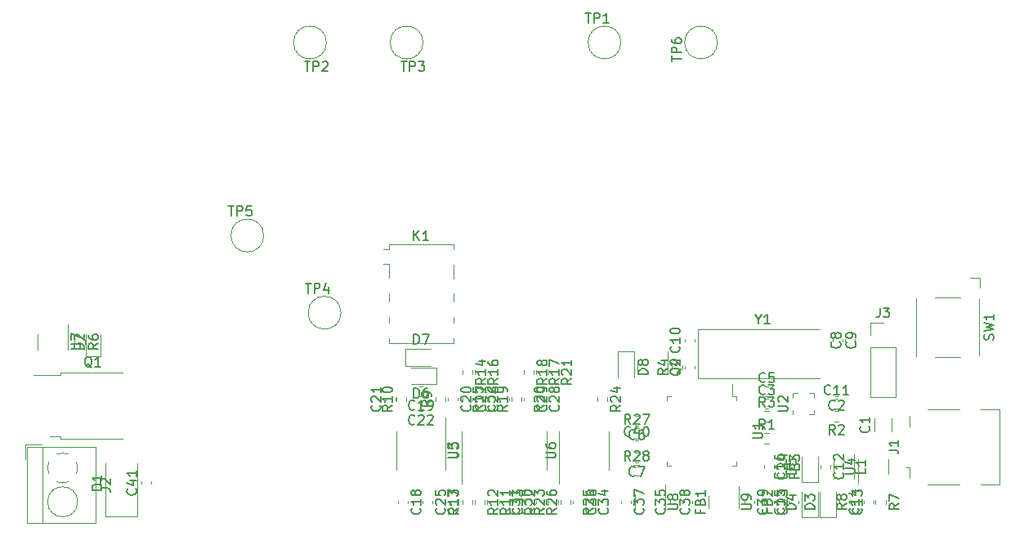
<source format=gbr>
%TF.GenerationSoftware,KiCad,Pcbnew,7.0.10+1*%
%TF.CreationDate,2024-03-16T10:02:45+01:00*%
%TF.ProjectId,PCB,5043422e-6b69-4636-9164-5f7063625858,rev?*%
%TF.SameCoordinates,Original*%
%TF.FileFunction,Legend,Top*%
%TF.FilePolarity,Positive*%
%FSLAX46Y46*%
G04 Gerber Fmt 4.6, Leading zero omitted, Abs format (unit mm)*
G04 Created by KiCad (PCBNEW 7.0.10+1) date 2024-03-16 10:02:45*
%MOMM*%
%LPD*%
G01*
G04 APERTURE LIST*
%ADD10C,0.150000*%
%ADD11C,0.120000*%
G04 APERTURE END LIST*
D10*
X127682580Y-141584857D02*
X127730200Y-141632476D01*
X127730200Y-141632476D02*
X127777819Y-141775333D01*
X127777819Y-141775333D02*
X127777819Y-141870571D01*
X127777819Y-141870571D02*
X127730200Y-142013428D01*
X127730200Y-142013428D02*
X127634961Y-142108666D01*
X127634961Y-142108666D02*
X127539723Y-142156285D01*
X127539723Y-142156285D02*
X127349247Y-142203904D01*
X127349247Y-142203904D02*
X127206390Y-142203904D01*
X127206390Y-142203904D02*
X127015914Y-142156285D01*
X127015914Y-142156285D02*
X126920676Y-142108666D01*
X126920676Y-142108666D02*
X126825438Y-142013428D01*
X126825438Y-142013428D02*
X126777819Y-141870571D01*
X126777819Y-141870571D02*
X126777819Y-141775333D01*
X126777819Y-141775333D02*
X126825438Y-141632476D01*
X126825438Y-141632476D02*
X126873057Y-141584857D01*
X127777819Y-140632476D02*
X127777819Y-141203904D01*
X127777819Y-140918190D02*
X126777819Y-140918190D01*
X126777819Y-140918190D02*
X126920676Y-141013428D01*
X126920676Y-141013428D02*
X127015914Y-141108666D01*
X127015914Y-141108666D02*
X127063533Y-141203904D01*
X126873057Y-140251523D02*
X126825438Y-140203904D01*
X126825438Y-140203904D02*
X126777819Y-140108666D01*
X126777819Y-140108666D02*
X126777819Y-139870571D01*
X126777819Y-139870571D02*
X126825438Y-139775333D01*
X126825438Y-139775333D02*
X126873057Y-139727714D01*
X126873057Y-139727714D02*
X126968295Y-139680095D01*
X126968295Y-139680095D02*
X127063533Y-139680095D01*
X127063533Y-139680095D02*
X127206390Y-139727714D01*
X127206390Y-139727714D02*
X127777819Y-140299142D01*
X127777819Y-140299142D02*
X127777819Y-139680095D01*
X129587580Y-145267857D02*
X129635200Y-145315476D01*
X129635200Y-145315476D02*
X129682819Y-145458333D01*
X129682819Y-145458333D02*
X129682819Y-145553571D01*
X129682819Y-145553571D02*
X129635200Y-145696428D01*
X129635200Y-145696428D02*
X129539961Y-145791666D01*
X129539961Y-145791666D02*
X129444723Y-145839285D01*
X129444723Y-145839285D02*
X129254247Y-145886904D01*
X129254247Y-145886904D02*
X129111390Y-145886904D01*
X129111390Y-145886904D02*
X128920914Y-145839285D01*
X128920914Y-145839285D02*
X128825676Y-145791666D01*
X128825676Y-145791666D02*
X128730438Y-145696428D01*
X128730438Y-145696428D02*
X128682819Y-145553571D01*
X128682819Y-145553571D02*
X128682819Y-145458333D01*
X128682819Y-145458333D02*
X128730438Y-145315476D01*
X128730438Y-145315476D02*
X128778057Y-145267857D01*
X129682819Y-144315476D02*
X129682819Y-144886904D01*
X129682819Y-144601190D02*
X128682819Y-144601190D01*
X128682819Y-144601190D02*
X128825676Y-144696428D01*
X128825676Y-144696428D02*
X128920914Y-144791666D01*
X128920914Y-144791666D02*
X128968533Y-144886904D01*
X128682819Y-143982142D02*
X128682819Y-143363095D01*
X128682819Y-143363095D02*
X129063771Y-143696428D01*
X129063771Y-143696428D02*
X129063771Y-143553571D01*
X129063771Y-143553571D02*
X129111390Y-143458333D01*
X129111390Y-143458333D02*
X129159009Y-143410714D01*
X129159009Y-143410714D02*
X129254247Y-143363095D01*
X129254247Y-143363095D02*
X129492342Y-143363095D01*
X129492342Y-143363095D02*
X129587580Y-143410714D01*
X129587580Y-143410714D02*
X129635200Y-143458333D01*
X129635200Y-143458333D02*
X129682819Y-143553571D01*
X129682819Y-143553571D02*
X129682819Y-143839285D01*
X129682819Y-143839285D02*
X129635200Y-143934523D01*
X129635200Y-143934523D02*
X129587580Y-143982142D01*
X129267580Y-145267857D02*
X129315200Y-145315476D01*
X129315200Y-145315476D02*
X129362819Y-145458333D01*
X129362819Y-145458333D02*
X129362819Y-145553571D01*
X129362819Y-145553571D02*
X129315200Y-145696428D01*
X129315200Y-145696428D02*
X129219961Y-145791666D01*
X129219961Y-145791666D02*
X129124723Y-145839285D01*
X129124723Y-145839285D02*
X128934247Y-145886904D01*
X128934247Y-145886904D02*
X128791390Y-145886904D01*
X128791390Y-145886904D02*
X128600914Y-145839285D01*
X128600914Y-145839285D02*
X128505676Y-145791666D01*
X128505676Y-145791666D02*
X128410438Y-145696428D01*
X128410438Y-145696428D02*
X128362819Y-145553571D01*
X128362819Y-145553571D02*
X128362819Y-145458333D01*
X128362819Y-145458333D02*
X128410438Y-145315476D01*
X128410438Y-145315476D02*
X128458057Y-145267857D01*
X129362819Y-144315476D02*
X129362819Y-144886904D01*
X129362819Y-144601190D02*
X128362819Y-144601190D01*
X128362819Y-144601190D02*
X128505676Y-144696428D01*
X128505676Y-144696428D02*
X128600914Y-144791666D01*
X128600914Y-144791666D02*
X128648533Y-144886904D01*
X128696152Y-143458333D02*
X129362819Y-143458333D01*
X128315200Y-143696428D02*
X129029485Y-143934523D01*
X129029485Y-143934523D02*
X129029485Y-143315476D01*
X131528666Y-124477819D02*
X131528666Y-125192104D01*
X131528666Y-125192104D02*
X131481047Y-125334961D01*
X131481047Y-125334961D02*
X131385809Y-125430200D01*
X131385809Y-125430200D02*
X131242952Y-125477819D01*
X131242952Y-125477819D02*
X131147714Y-125477819D01*
X131909619Y-124477819D02*
X132528666Y-124477819D01*
X132528666Y-124477819D02*
X132195333Y-124858771D01*
X132195333Y-124858771D02*
X132338190Y-124858771D01*
X132338190Y-124858771D02*
X132433428Y-124906390D01*
X132433428Y-124906390D02*
X132481047Y-124954009D01*
X132481047Y-124954009D02*
X132528666Y-125049247D01*
X132528666Y-125049247D02*
X132528666Y-125287342D01*
X132528666Y-125287342D02*
X132481047Y-125382580D01*
X132481047Y-125382580D02*
X132433428Y-125430200D01*
X132433428Y-125430200D02*
X132338190Y-125477819D01*
X132338190Y-125477819D02*
X132052476Y-125477819D01*
X132052476Y-125477819D02*
X131957238Y-125430200D01*
X131957238Y-125430200D02*
X131909619Y-125382580D01*
X87677580Y-145267857D02*
X87725200Y-145315476D01*
X87725200Y-145315476D02*
X87772819Y-145458333D01*
X87772819Y-145458333D02*
X87772819Y-145553571D01*
X87772819Y-145553571D02*
X87725200Y-145696428D01*
X87725200Y-145696428D02*
X87629961Y-145791666D01*
X87629961Y-145791666D02*
X87534723Y-145839285D01*
X87534723Y-145839285D02*
X87344247Y-145886904D01*
X87344247Y-145886904D02*
X87201390Y-145886904D01*
X87201390Y-145886904D02*
X87010914Y-145839285D01*
X87010914Y-145839285D02*
X86915676Y-145791666D01*
X86915676Y-145791666D02*
X86820438Y-145696428D01*
X86820438Y-145696428D02*
X86772819Y-145553571D01*
X86772819Y-145553571D02*
X86772819Y-145458333D01*
X86772819Y-145458333D02*
X86820438Y-145315476D01*
X86820438Y-145315476D02*
X86868057Y-145267857D01*
X87772819Y-144315476D02*
X87772819Y-144886904D01*
X87772819Y-144601190D02*
X86772819Y-144601190D01*
X86772819Y-144601190D02*
X86915676Y-144696428D01*
X86915676Y-144696428D02*
X87010914Y-144791666D01*
X87010914Y-144791666D02*
X87058533Y-144886904D01*
X86772819Y-143982142D02*
X86772819Y-143315476D01*
X86772819Y-143315476D02*
X87772819Y-143744047D01*
X86793819Y-140052904D02*
X87603342Y-140052904D01*
X87603342Y-140052904D02*
X87698580Y-140005285D01*
X87698580Y-140005285D02*
X87746200Y-139957666D01*
X87746200Y-139957666D02*
X87793819Y-139862428D01*
X87793819Y-139862428D02*
X87793819Y-139671952D01*
X87793819Y-139671952D02*
X87746200Y-139576714D01*
X87746200Y-139576714D02*
X87698580Y-139529095D01*
X87698580Y-139529095D02*
X87603342Y-139481476D01*
X87603342Y-139481476D02*
X86793819Y-139481476D01*
X86793819Y-138529095D02*
X86793819Y-139005285D01*
X86793819Y-139005285D02*
X87270009Y-139052904D01*
X87270009Y-139052904D02*
X87222390Y-139005285D01*
X87222390Y-139005285D02*
X87174771Y-138910047D01*
X87174771Y-138910047D02*
X87174771Y-138671952D01*
X87174771Y-138671952D02*
X87222390Y-138576714D01*
X87222390Y-138576714D02*
X87270009Y-138529095D01*
X87270009Y-138529095D02*
X87365247Y-138481476D01*
X87365247Y-138481476D02*
X87603342Y-138481476D01*
X87603342Y-138481476D02*
X87698580Y-138529095D01*
X87698580Y-138529095D02*
X87746200Y-138576714D01*
X87746200Y-138576714D02*
X87793819Y-138671952D01*
X87793819Y-138671952D02*
X87793819Y-138910047D01*
X87793819Y-138910047D02*
X87746200Y-139005285D01*
X87746200Y-139005285D02*
X87698580Y-139052904D01*
X96723819Y-145267857D02*
X96247628Y-145601190D01*
X96723819Y-145839285D02*
X95723819Y-145839285D01*
X95723819Y-145839285D02*
X95723819Y-145458333D01*
X95723819Y-145458333D02*
X95771438Y-145363095D01*
X95771438Y-145363095D02*
X95819057Y-145315476D01*
X95819057Y-145315476D02*
X95914295Y-145267857D01*
X95914295Y-145267857D02*
X96057152Y-145267857D01*
X96057152Y-145267857D02*
X96152390Y-145315476D01*
X96152390Y-145315476D02*
X96200009Y-145363095D01*
X96200009Y-145363095D02*
X96247628Y-145458333D01*
X96247628Y-145458333D02*
X96247628Y-145839285D01*
X95819057Y-144886904D02*
X95771438Y-144839285D01*
X95771438Y-144839285D02*
X95723819Y-144744047D01*
X95723819Y-144744047D02*
X95723819Y-144505952D01*
X95723819Y-144505952D02*
X95771438Y-144410714D01*
X95771438Y-144410714D02*
X95819057Y-144363095D01*
X95819057Y-144363095D02*
X95914295Y-144315476D01*
X95914295Y-144315476D02*
X96009533Y-144315476D01*
X96009533Y-144315476D02*
X96152390Y-144363095D01*
X96152390Y-144363095D02*
X96723819Y-144934523D01*
X96723819Y-144934523D02*
X96723819Y-144315476D01*
X95723819Y-143982142D02*
X95723819Y-143363095D01*
X95723819Y-143363095D02*
X96104771Y-143696428D01*
X96104771Y-143696428D02*
X96104771Y-143553571D01*
X96104771Y-143553571D02*
X96152390Y-143458333D01*
X96152390Y-143458333D02*
X96200009Y-143410714D01*
X96200009Y-143410714D02*
X96295247Y-143363095D01*
X96295247Y-143363095D02*
X96533342Y-143363095D01*
X96533342Y-143363095D02*
X96628580Y-143410714D01*
X96628580Y-143410714D02*
X96676200Y-143458333D01*
X96676200Y-143458333D02*
X96723819Y-143553571D01*
X96723819Y-143553571D02*
X96723819Y-143839285D01*
X96723819Y-143839285D02*
X96676200Y-143934523D01*
X96676200Y-143934523D02*
X96628580Y-143982142D01*
X105692142Y-140347819D02*
X105358809Y-139871628D01*
X105120714Y-140347819D02*
X105120714Y-139347819D01*
X105120714Y-139347819D02*
X105501666Y-139347819D01*
X105501666Y-139347819D02*
X105596904Y-139395438D01*
X105596904Y-139395438D02*
X105644523Y-139443057D01*
X105644523Y-139443057D02*
X105692142Y-139538295D01*
X105692142Y-139538295D02*
X105692142Y-139681152D01*
X105692142Y-139681152D02*
X105644523Y-139776390D01*
X105644523Y-139776390D02*
X105596904Y-139824009D01*
X105596904Y-139824009D02*
X105501666Y-139871628D01*
X105501666Y-139871628D02*
X105120714Y-139871628D01*
X106073095Y-139443057D02*
X106120714Y-139395438D01*
X106120714Y-139395438D02*
X106215952Y-139347819D01*
X106215952Y-139347819D02*
X106454047Y-139347819D01*
X106454047Y-139347819D02*
X106549285Y-139395438D01*
X106549285Y-139395438D02*
X106596904Y-139443057D01*
X106596904Y-139443057D02*
X106644523Y-139538295D01*
X106644523Y-139538295D02*
X106644523Y-139633533D01*
X106644523Y-139633533D02*
X106596904Y-139776390D01*
X106596904Y-139776390D02*
X106025476Y-140347819D01*
X106025476Y-140347819D02*
X106644523Y-140347819D01*
X107215952Y-139776390D02*
X107120714Y-139728771D01*
X107120714Y-139728771D02*
X107073095Y-139681152D01*
X107073095Y-139681152D02*
X107025476Y-139585914D01*
X107025476Y-139585914D02*
X107025476Y-139538295D01*
X107025476Y-139538295D02*
X107073095Y-139443057D01*
X107073095Y-139443057D02*
X107120714Y-139395438D01*
X107120714Y-139395438D02*
X107215952Y-139347819D01*
X107215952Y-139347819D02*
X107406428Y-139347819D01*
X107406428Y-139347819D02*
X107501666Y-139395438D01*
X107501666Y-139395438D02*
X107549285Y-139443057D01*
X107549285Y-139443057D02*
X107596904Y-139538295D01*
X107596904Y-139538295D02*
X107596904Y-139585914D01*
X107596904Y-139585914D02*
X107549285Y-139681152D01*
X107549285Y-139681152D02*
X107501666Y-139728771D01*
X107501666Y-139728771D02*
X107406428Y-139776390D01*
X107406428Y-139776390D02*
X107215952Y-139776390D01*
X107215952Y-139776390D02*
X107120714Y-139824009D01*
X107120714Y-139824009D02*
X107073095Y-139871628D01*
X107073095Y-139871628D02*
X107025476Y-139966866D01*
X107025476Y-139966866D02*
X107025476Y-140157342D01*
X107025476Y-140157342D02*
X107073095Y-140252580D01*
X107073095Y-140252580D02*
X107120714Y-140300200D01*
X107120714Y-140300200D02*
X107215952Y-140347819D01*
X107215952Y-140347819D02*
X107406428Y-140347819D01*
X107406428Y-140347819D02*
X107501666Y-140300200D01*
X107501666Y-140300200D02*
X107549285Y-140252580D01*
X107549285Y-140252580D02*
X107596904Y-140157342D01*
X107596904Y-140157342D02*
X107596904Y-139966866D01*
X107596904Y-139966866D02*
X107549285Y-139871628D01*
X107549285Y-139871628D02*
X107501666Y-139824009D01*
X107501666Y-139824009D02*
X107406428Y-139776390D01*
X124751819Y-145363094D02*
X123751819Y-145363094D01*
X123751819Y-145363094D02*
X123751819Y-145124999D01*
X123751819Y-145124999D02*
X123799438Y-144982142D01*
X123799438Y-144982142D02*
X123894676Y-144886904D01*
X123894676Y-144886904D02*
X123989914Y-144839285D01*
X123989914Y-144839285D02*
X124180390Y-144791666D01*
X124180390Y-144791666D02*
X124323247Y-144791666D01*
X124323247Y-144791666D02*
X124513723Y-144839285D01*
X124513723Y-144839285D02*
X124608961Y-144886904D01*
X124608961Y-144886904D02*
X124704200Y-144982142D01*
X124704200Y-144982142D02*
X124751819Y-145124999D01*
X124751819Y-145124999D02*
X124751819Y-145363094D01*
X123751819Y-144458332D02*
X123751819Y-143839285D01*
X123751819Y-143839285D02*
X124132771Y-144172618D01*
X124132771Y-144172618D02*
X124132771Y-144029761D01*
X124132771Y-144029761D02*
X124180390Y-143934523D01*
X124180390Y-143934523D02*
X124228009Y-143886904D01*
X124228009Y-143886904D02*
X124323247Y-143839285D01*
X124323247Y-143839285D02*
X124561342Y-143839285D01*
X124561342Y-143839285D02*
X124656580Y-143886904D01*
X124656580Y-143886904D02*
X124704200Y-143934523D01*
X124704200Y-143934523D02*
X124751819Y-144029761D01*
X124751819Y-144029761D02*
X124751819Y-144315475D01*
X124751819Y-144315475D02*
X124704200Y-144410713D01*
X124704200Y-144410713D02*
X124656580Y-144458332D01*
X122846819Y-141680094D02*
X121846819Y-141680094D01*
X121846819Y-141680094D02*
X121846819Y-141441999D01*
X121846819Y-141441999D02*
X121894438Y-141299142D01*
X121894438Y-141299142D02*
X121989676Y-141203904D01*
X121989676Y-141203904D02*
X122084914Y-141156285D01*
X122084914Y-141156285D02*
X122275390Y-141108666D01*
X122275390Y-141108666D02*
X122418247Y-141108666D01*
X122418247Y-141108666D02*
X122608723Y-141156285D01*
X122608723Y-141156285D02*
X122703961Y-141203904D01*
X122703961Y-141203904D02*
X122799200Y-141299142D01*
X122799200Y-141299142D02*
X122846819Y-141441999D01*
X122846819Y-141441999D02*
X122846819Y-141680094D01*
X121846819Y-140203904D02*
X121846819Y-140680094D01*
X121846819Y-140680094D02*
X122323009Y-140727713D01*
X122323009Y-140727713D02*
X122275390Y-140680094D01*
X122275390Y-140680094D02*
X122227771Y-140584856D01*
X122227771Y-140584856D02*
X122227771Y-140346761D01*
X122227771Y-140346761D02*
X122275390Y-140251523D01*
X122275390Y-140251523D02*
X122323009Y-140203904D01*
X122323009Y-140203904D02*
X122418247Y-140156285D01*
X122418247Y-140156285D02*
X122656342Y-140156285D01*
X122656342Y-140156285D02*
X122751580Y-140203904D01*
X122751580Y-140203904D02*
X122799200Y-140251523D01*
X122799200Y-140251523D02*
X122846819Y-140346761D01*
X122846819Y-140346761D02*
X122846819Y-140584856D01*
X122846819Y-140584856D02*
X122799200Y-140680094D01*
X122799200Y-140680094D02*
X122751580Y-140727713D01*
X102028580Y-145267857D02*
X102076200Y-145315476D01*
X102076200Y-145315476D02*
X102123819Y-145458333D01*
X102123819Y-145458333D02*
X102123819Y-145553571D01*
X102123819Y-145553571D02*
X102076200Y-145696428D01*
X102076200Y-145696428D02*
X101980961Y-145791666D01*
X101980961Y-145791666D02*
X101885723Y-145839285D01*
X101885723Y-145839285D02*
X101695247Y-145886904D01*
X101695247Y-145886904D02*
X101552390Y-145886904D01*
X101552390Y-145886904D02*
X101361914Y-145839285D01*
X101361914Y-145839285D02*
X101266676Y-145791666D01*
X101266676Y-145791666D02*
X101171438Y-145696428D01*
X101171438Y-145696428D02*
X101123819Y-145553571D01*
X101123819Y-145553571D02*
X101123819Y-145458333D01*
X101123819Y-145458333D02*
X101171438Y-145315476D01*
X101171438Y-145315476D02*
X101219057Y-145267857D01*
X101123819Y-144934523D02*
X101123819Y-144315476D01*
X101123819Y-144315476D02*
X101504771Y-144648809D01*
X101504771Y-144648809D02*
X101504771Y-144505952D01*
X101504771Y-144505952D02*
X101552390Y-144410714D01*
X101552390Y-144410714D02*
X101600009Y-144363095D01*
X101600009Y-144363095D02*
X101695247Y-144315476D01*
X101695247Y-144315476D02*
X101933342Y-144315476D01*
X101933342Y-144315476D02*
X102028580Y-144363095D01*
X102028580Y-144363095D02*
X102076200Y-144410714D01*
X102076200Y-144410714D02*
X102123819Y-144505952D01*
X102123819Y-144505952D02*
X102123819Y-144791666D01*
X102123819Y-144791666D02*
X102076200Y-144886904D01*
X102076200Y-144886904D02*
X102028580Y-144934523D01*
X101123819Y-143458333D02*
X101123819Y-143648809D01*
X101123819Y-143648809D02*
X101171438Y-143744047D01*
X101171438Y-143744047D02*
X101219057Y-143791666D01*
X101219057Y-143791666D02*
X101361914Y-143886904D01*
X101361914Y-143886904D02*
X101552390Y-143934523D01*
X101552390Y-143934523D02*
X101933342Y-143934523D01*
X101933342Y-143934523D02*
X102028580Y-143886904D01*
X102028580Y-143886904D02*
X102076200Y-143839285D01*
X102076200Y-143839285D02*
X102123819Y-143744047D01*
X102123819Y-143744047D02*
X102123819Y-143553571D01*
X102123819Y-143553571D02*
X102076200Y-143458333D01*
X102076200Y-143458333D02*
X102028580Y-143410714D01*
X102028580Y-143410714D02*
X101933342Y-143363095D01*
X101933342Y-143363095D02*
X101695247Y-143363095D01*
X101695247Y-143363095D02*
X101600009Y-143410714D01*
X101600009Y-143410714D02*
X101552390Y-143458333D01*
X101552390Y-143458333D02*
X101504771Y-143553571D01*
X101504771Y-143553571D02*
X101504771Y-143744047D01*
X101504771Y-143744047D02*
X101552390Y-143839285D01*
X101552390Y-143839285D02*
X101600009Y-143886904D01*
X101600009Y-143886904D02*
X101695247Y-143934523D01*
X133492819Y-144791666D02*
X133016628Y-145124999D01*
X133492819Y-145363094D02*
X132492819Y-145363094D01*
X132492819Y-145363094D02*
X132492819Y-144982142D01*
X132492819Y-144982142D02*
X132540438Y-144886904D01*
X132540438Y-144886904D02*
X132588057Y-144839285D01*
X132588057Y-144839285D02*
X132683295Y-144791666D01*
X132683295Y-144791666D02*
X132826152Y-144791666D01*
X132826152Y-144791666D02*
X132921390Y-144839285D01*
X132921390Y-144839285D02*
X132969009Y-144886904D01*
X132969009Y-144886904D02*
X133016628Y-144982142D01*
X133016628Y-144982142D02*
X133016628Y-145363094D01*
X132492819Y-144458332D02*
X132492819Y-143791666D01*
X132492819Y-143791666D02*
X133492819Y-144220237D01*
X110936057Y-130750238D02*
X110888438Y-130845476D01*
X110888438Y-130845476D02*
X110793200Y-130940714D01*
X110793200Y-130940714D02*
X110650342Y-131083571D01*
X110650342Y-131083571D02*
X110602723Y-131178809D01*
X110602723Y-131178809D02*
X110602723Y-131274047D01*
X110840819Y-131226428D02*
X110793200Y-131321666D01*
X110793200Y-131321666D02*
X110697961Y-131416904D01*
X110697961Y-131416904D02*
X110507485Y-131464523D01*
X110507485Y-131464523D02*
X110174152Y-131464523D01*
X110174152Y-131464523D02*
X109983676Y-131416904D01*
X109983676Y-131416904D02*
X109888438Y-131321666D01*
X109888438Y-131321666D02*
X109840819Y-131226428D01*
X109840819Y-131226428D02*
X109840819Y-131035952D01*
X109840819Y-131035952D02*
X109888438Y-130940714D01*
X109888438Y-130940714D02*
X109983676Y-130845476D01*
X109983676Y-130845476D02*
X110174152Y-130797857D01*
X110174152Y-130797857D02*
X110507485Y-130797857D01*
X110507485Y-130797857D02*
X110697961Y-130845476D01*
X110697961Y-130845476D02*
X110793200Y-130940714D01*
X110793200Y-130940714D02*
X110840819Y-131035952D01*
X110840819Y-131035952D02*
X110840819Y-131226428D01*
X109936057Y-130416904D02*
X109888438Y-130369285D01*
X109888438Y-130369285D02*
X109840819Y-130274047D01*
X109840819Y-130274047D02*
X109840819Y-130035952D01*
X109840819Y-130035952D02*
X109888438Y-129940714D01*
X109888438Y-129940714D02*
X109936057Y-129893095D01*
X109936057Y-129893095D02*
X110031295Y-129845476D01*
X110031295Y-129845476D02*
X110126533Y-129845476D01*
X110126533Y-129845476D02*
X110269390Y-129893095D01*
X110269390Y-129893095D02*
X110840819Y-130464523D01*
X110840819Y-130464523D02*
X110840819Y-129845476D01*
X122682009Y-141775333D02*
X122682009Y-142108666D01*
X123205819Y-142108666D02*
X122205819Y-142108666D01*
X122205819Y-142108666D02*
X122205819Y-141632476D01*
X122682009Y-140918190D02*
X122729628Y-140775333D01*
X122729628Y-140775333D02*
X122777247Y-140727714D01*
X122777247Y-140727714D02*
X122872485Y-140680095D01*
X122872485Y-140680095D02*
X123015342Y-140680095D01*
X123015342Y-140680095D02*
X123110580Y-140727714D01*
X123110580Y-140727714D02*
X123158200Y-140775333D01*
X123158200Y-140775333D02*
X123205819Y-140870571D01*
X123205819Y-140870571D02*
X123205819Y-141251523D01*
X123205819Y-141251523D02*
X122205819Y-141251523D01*
X122205819Y-141251523D02*
X122205819Y-140918190D01*
X122205819Y-140918190D02*
X122253438Y-140822952D01*
X122253438Y-140822952D02*
X122301057Y-140775333D01*
X122301057Y-140775333D02*
X122396295Y-140727714D01*
X122396295Y-140727714D02*
X122491533Y-140727714D01*
X122491533Y-140727714D02*
X122586771Y-140775333D01*
X122586771Y-140775333D02*
X122634390Y-140822952D01*
X122634390Y-140822952D02*
X122682009Y-140918190D01*
X122682009Y-140918190D02*
X122682009Y-141251523D01*
X122205819Y-140346761D02*
X122205819Y-139727714D01*
X122205819Y-139727714D02*
X122586771Y-140061047D01*
X122586771Y-140061047D02*
X122586771Y-139918190D01*
X122586771Y-139918190D02*
X122634390Y-139822952D01*
X122634390Y-139822952D02*
X122682009Y-139775333D01*
X122682009Y-139775333D02*
X122777247Y-139727714D01*
X122777247Y-139727714D02*
X123015342Y-139727714D01*
X123015342Y-139727714D02*
X123110580Y-139775333D01*
X123110580Y-139775333D02*
X123158200Y-139822952D01*
X123158200Y-139822952D02*
X123205819Y-139918190D01*
X123205819Y-139918190D02*
X123205819Y-140203904D01*
X123205819Y-140203904D02*
X123158200Y-140299142D01*
X123158200Y-140299142D02*
X123110580Y-140346761D01*
X96948580Y-134599857D02*
X96996200Y-134647476D01*
X96996200Y-134647476D02*
X97043819Y-134790333D01*
X97043819Y-134790333D02*
X97043819Y-134885571D01*
X97043819Y-134885571D02*
X96996200Y-135028428D01*
X96996200Y-135028428D02*
X96900961Y-135123666D01*
X96900961Y-135123666D02*
X96805723Y-135171285D01*
X96805723Y-135171285D02*
X96615247Y-135218904D01*
X96615247Y-135218904D02*
X96472390Y-135218904D01*
X96472390Y-135218904D02*
X96281914Y-135171285D01*
X96281914Y-135171285D02*
X96186676Y-135123666D01*
X96186676Y-135123666D02*
X96091438Y-135028428D01*
X96091438Y-135028428D02*
X96043819Y-134885571D01*
X96043819Y-134885571D02*
X96043819Y-134790333D01*
X96043819Y-134790333D02*
X96091438Y-134647476D01*
X96091438Y-134647476D02*
X96139057Y-134599857D01*
X96139057Y-134218904D02*
X96091438Y-134171285D01*
X96091438Y-134171285D02*
X96043819Y-134076047D01*
X96043819Y-134076047D02*
X96043819Y-133837952D01*
X96043819Y-133837952D02*
X96091438Y-133742714D01*
X96091438Y-133742714D02*
X96139057Y-133695095D01*
X96139057Y-133695095D02*
X96234295Y-133647476D01*
X96234295Y-133647476D02*
X96329533Y-133647476D01*
X96329533Y-133647476D02*
X96472390Y-133695095D01*
X96472390Y-133695095D02*
X97043819Y-134266523D01*
X97043819Y-134266523D02*
X97043819Y-133647476D01*
X97043819Y-133171285D02*
X97043819Y-132980809D01*
X97043819Y-132980809D02*
X96996200Y-132885571D01*
X96996200Y-132885571D02*
X96948580Y-132837952D01*
X96948580Y-132837952D02*
X96805723Y-132742714D01*
X96805723Y-132742714D02*
X96615247Y-132695095D01*
X96615247Y-132695095D02*
X96234295Y-132695095D01*
X96234295Y-132695095D02*
X96139057Y-132742714D01*
X96139057Y-132742714D02*
X96091438Y-132790333D01*
X96091438Y-132790333D02*
X96043819Y-132885571D01*
X96043819Y-132885571D02*
X96043819Y-133076047D01*
X96043819Y-133076047D02*
X96091438Y-133171285D01*
X96091438Y-133171285D02*
X96139057Y-133218904D01*
X96139057Y-133218904D02*
X96234295Y-133266523D01*
X96234295Y-133266523D02*
X96472390Y-133266523D01*
X96472390Y-133266523D02*
X96567628Y-133218904D01*
X96567628Y-133218904D02*
X96615247Y-133171285D01*
X96615247Y-133171285D02*
X96662866Y-133076047D01*
X96662866Y-133076047D02*
X96662866Y-132885571D01*
X96662866Y-132885571D02*
X96615247Y-132790333D01*
X96615247Y-132790333D02*
X96567628Y-132742714D01*
X96567628Y-132742714D02*
X96472390Y-132695095D01*
X105692142Y-136537819D02*
X105358809Y-136061628D01*
X105120714Y-136537819D02*
X105120714Y-135537819D01*
X105120714Y-135537819D02*
X105501666Y-135537819D01*
X105501666Y-135537819D02*
X105596904Y-135585438D01*
X105596904Y-135585438D02*
X105644523Y-135633057D01*
X105644523Y-135633057D02*
X105692142Y-135728295D01*
X105692142Y-135728295D02*
X105692142Y-135871152D01*
X105692142Y-135871152D02*
X105644523Y-135966390D01*
X105644523Y-135966390D02*
X105596904Y-136014009D01*
X105596904Y-136014009D02*
X105501666Y-136061628D01*
X105501666Y-136061628D02*
X105120714Y-136061628D01*
X106073095Y-135633057D02*
X106120714Y-135585438D01*
X106120714Y-135585438D02*
X106215952Y-135537819D01*
X106215952Y-135537819D02*
X106454047Y-135537819D01*
X106454047Y-135537819D02*
X106549285Y-135585438D01*
X106549285Y-135585438D02*
X106596904Y-135633057D01*
X106596904Y-135633057D02*
X106644523Y-135728295D01*
X106644523Y-135728295D02*
X106644523Y-135823533D01*
X106644523Y-135823533D02*
X106596904Y-135966390D01*
X106596904Y-135966390D02*
X106025476Y-136537819D01*
X106025476Y-136537819D02*
X106644523Y-136537819D01*
X106977857Y-135537819D02*
X107644523Y-135537819D01*
X107644523Y-135537819D02*
X107215952Y-136537819D01*
X119630333Y-133394580D02*
X119582714Y-133442200D01*
X119582714Y-133442200D02*
X119439857Y-133489819D01*
X119439857Y-133489819D02*
X119344619Y-133489819D01*
X119344619Y-133489819D02*
X119201762Y-133442200D01*
X119201762Y-133442200D02*
X119106524Y-133346961D01*
X119106524Y-133346961D02*
X119058905Y-133251723D01*
X119058905Y-133251723D02*
X119011286Y-133061247D01*
X119011286Y-133061247D02*
X119011286Y-132918390D01*
X119011286Y-132918390D02*
X119058905Y-132727914D01*
X119058905Y-132727914D02*
X119106524Y-132632676D01*
X119106524Y-132632676D02*
X119201762Y-132537438D01*
X119201762Y-132537438D02*
X119344619Y-132489819D01*
X119344619Y-132489819D02*
X119439857Y-132489819D01*
X119439857Y-132489819D02*
X119582714Y-132537438D01*
X119582714Y-132537438D02*
X119630333Y-132585057D01*
X119963667Y-132489819D02*
X120582714Y-132489819D01*
X120582714Y-132489819D02*
X120249381Y-132870771D01*
X120249381Y-132870771D02*
X120392238Y-132870771D01*
X120392238Y-132870771D02*
X120487476Y-132918390D01*
X120487476Y-132918390D02*
X120535095Y-132966009D01*
X120535095Y-132966009D02*
X120582714Y-133061247D01*
X120582714Y-133061247D02*
X120582714Y-133299342D01*
X120582714Y-133299342D02*
X120535095Y-133394580D01*
X120535095Y-133394580D02*
X120487476Y-133442200D01*
X120487476Y-133442200D02*
X120392238Y-133489819D01*
X120392238Y-133489819D02*
X120106524Y-133489819D01*
X120106524Y-133489819D02*
X120011286Y-133442200D01*
X120011286Y-133442200D02*
X119963667Y-133394580D01*
X96928819Y-140052904D02*
X97738342Y-140052904D01*
X97738342Y-140052904D02*
X97833580Y-140005285D01*
X97833580Y-140005285D02*
X97881200Y-139957666D01*
X97881200Y-139957666D02*
X97928819Y-139862428D01*
X97928819Y-139862428D02*
X97928819Y-139671952D01*
X97928819Y-139671952D02*
X97881200Y-139576714D01*
X97881200Y-139576714D02*
X97833580Y-139529095D01*
X97833580Y-139529095D02*
X97738342Y-139481476D01*
X97738342Y-139481476D02*
X96928819Y-139481476D01*
X96928819Y-138576714D02*
X96928819Y-138767190D01*
X96928819Y-138767190D02*
X96976438Y-138862428D01*
X96976438Y-138862428D02*
X97024057Y-138910047D01*
X97024057Y-138910047D02*
X97166914Y-139005285D01*
X97166914Y-139005285D02*
X97357390Y-139052904D01*
X97357390Y-139052904D02*
X97738342Y-139052904D01*
X97738342Y-139052904D02*
X97833580Y-139005285D01*
X97833580Y-139005285D02*
X97881200Y-138957666D01*
X97881200Y-138957666D02*
X97928819Y-138862428D01*
X97928819Y-138862428D02*
X97928819Y-138671952D01*
X97928819Y-138671952D02*
X97881200Y-138576714D01*
X97881200Y-138576714D02*
X97833580Y-138529095D01*
X97833580Y-138529095D02*
X97738342Y-138481476D01*
X97738342Y-138481476D02*
X97500247Y-138481476D01*
X97500247Y-138481476D02*
X97405009Y-138529095D01*
X97405009Y-138529095D02*
X97357390Y-138576714D01*
X97357390Y-138576714D02*
X97309771Y-138671952D01*
X97309771Y-138671952D02*
X97309771Y-138862428D01*
X97309771Y-138862428D02*
X97357390Y-138957666D01*
X97357390Y-138957666D02*
X97405009Y-139005285D01*
X97405009Y-139005285D02*
X97500247Y-139052904D01*
X112903009Y-145458333D02*
X112903009Y-145791666D01*
X113426819Y-145791666D02*
X112426819Y-145791666D01*
X112426819Y-145791666D02*
X112426819Y-145315476D01*
X112903009Y-144601190D02*
X112950628Y-144458333D01*
X112950628Y-144458333D02*
X112998247Y-144410714D01*
X112998247Y-144410714D02*
X113093485Y-144363095D01*
X113093485Y-144363095D02*
X113236342Y-144363095D01*
X113236342Y-144363095D02*
X113331580Y-144410714D01*
X113331580Y-144410714D02*
X113379200Y-144458333D01*
X113379200Y-144458333D02*
X113426819Y-144553571D01*
X113426819Y-144553571D02*
X113426819Y-144934523D01*
X113426819Y-144934523D02*
X112426819Y-144934523D01*
X112426819Y-144934523D02*
X112426819Y-144601190D01*
X112426819Y-144601190D02*
X112474438Y-144505952D01*
X112474438Y-144505952D02*
X112522057Y-144458333D01*
X112522057Y-144458333D02*
X112617295Y-144410714D01*
X112617295Y-144410714D02*
X112712533Y-144410714D01*
X112712533Y-144410714D02*
X112807771Y-144458333D01*
X112807771Y-144458333D02*
X112855390Y-144505952D01*
X112855390Y-144505952D02*
X112903009Y-144601190D01*
X112903009Y-144601190D02*
X112903009Y-144934523D01*
X113426819Y-143410714D02*
X113426819Y-143982142D01*
X113426819Y-143696428D02*
X112426819Y-143696428D01*
X112426819Y-143696428D02*
X112569676Y-143791666D01*
X112569676Y-143791666D02*
X112664914Y-143886904D01*
X112664914Y-143886904D02*
X112712533Y-143982142D01*
X101038095Y-93954819D02*
X101609523Y-93954819D01*
X101323809Y-94954819D02*
X101323809Y-93954819D01*
X101942857Y-94954819D02*
X101942857Y-93954819D01*
X101942857Y-93954819D02*
X102323809Y-93954819D01*
X102323809Y-93954819D02*
X102419047Y-94002438D01*
X102419047Y-94002438D02*
X102466666Y-94050057D01*
X102466666Y-94050057D02*
X102514285Y-94145295D01*
X102514285Y-94145295D02*
X102514285Y-94288152D01*
X102514285Y-94288152D02*
X102466666Y-94383390D01*
X102466666Y-94383390D02*
X102419047Y-94431009D01*
X102419047Y-94431009D02*
X102323809Y-94478628D01*
X102323809Y-94478628D02*
X101942857Y-94478628D01*
X103466666Y-94954819D02*
X102895238Y-94954819D01*
X103180952Y-94954819D02*
X103180952Y-93954819D01*
X103180952Y-93954819D02*
X103085714Y-94097676D01*
X103085714Y-94097676D02*
X102990476Y-94192914D01*
X102990476Y-94192914D02*
X102895238Y-94240533D01*
X64038095Y-113954819D02*
X64609523Y-113954819D01*
X64323809Y-114954819D02*
X64323809Y-113954819D01*
X64942857Y-114954819D02*
X64942857Y-113954819D01*
X64942857Y-113954819D02*
X65323809Y-113954819D01*
X65323809Y-113954819D02*
X65419047Y-114002438D01*
X65419047Y-114002438D02*
X65466666Y-114050057D01*
X65466666Y-114050057D02*
X65514285Y-114145295D01*
X65514285Y-114145295D02*
X65514285Y-114288152D01*
X65514285Y-114288152D02*
X65466666Y-114383390D01*
X65466666Y-114383390D02*
X65419047Y-114431009D01*
X65419047Y-114431009D02*
X65323809Y-114478628D01*
X65323809Y-114478628D02*
X64942857Y-114478628D01*
X66419047Y-113954819D02*
X65942857Y-113954819D01*
X65942857Y-113954819D02*
X65895238Y-114431009D01*
X65895238Y-114431009D02*
X65942857Y-114383390D01*
X65942857Y-114383390D02*
X66038095Y-114335771D01*
X66038095Y-114335771D02*
X66276190Y-114335771D01*
X66276190Y-114335771D02*
X66371428Y-114383390D01*
X66371428Y-114383390D02*
X66419047Y-114431009D01*
X66419047Y-114431009D02*
X66466666Y-114526247D01*
X66466666Y-114526247D02*
X66466666Y-114764342D01*
X66466666Y-114764342D02*
X66419047Y-114859580D01*
X66419047Y-114859580D02*
X66371428Y-114907200D01*
X66371428Y-114907200D02*
X66276190Y-114954819D01*
X66276190Y-114954819D02*
X66038095Y-114954819D01*
X66038095Y-114954819D02*
X65942857Y-114907200D01*
X65942857Y-114907200D02*
X65895238Y-114859580D01*
X83244905Y-133848819D02*
X83244905Y-132848819D01*
X83244905Y-132848819D02*
X83483000Y-132848819D01*
X83483000Y-132848819D02*
X83625857Y-132896438D01*
X83625857Y-132896438D02*
X83721095Y-132991676D01*
X83721095Y-132991676D02*
X83768714Y-133086914D01*
X83768714Y-133086914D02*
X83816333Y-133277390D01*
X83816333Y-133277390D02*
X83816333Y-133420247D01*
X83816333Y-133420247D02*
X83768714Y-133610723D01*
X83768714Y-133610723D02*
X83721095Y-133705961D01*
X83721095Y-133705961D02*
X83625857Y-133801200D01*
X83625857Y-133801200D02*
X83483000Y-133848819D01*
X83483000Y-133848819D02*
X83244905Y-133848819D01*
X84673476Y-132848819D02*
X84483000Y-132848819D01*
X84483000Y-132848819D02*
X84387762Y-132896438D01*
X84387762Y-132896438D02*
X84340143Y-132944057D01*
X84340143Y-132944057D02*
X84244905Y-133086914D01*
X84244905Y-133086914D02*
X84197286Y-133277390D01*
X84197286Y-133277390D02*
X84197286Y-133658342D01*
X84197286Y-133658342D02*
X84244905Y-133753580D01*
X84244905Y-133753580D02*
X84292524Y-133801200D01*
X84292524Y-133801200D02*
X84387762Y-133848819D01*
X84387762Y-133848819D02*
X84578238Y-133848819D01*
X84578238Y-133848819D02*
X84673476Y-133801200D01*
X84673476Y-133801200D02*
X84721095Y-133753580D01*
X84721095Y-133753580D02*
X84768714Y-133658342D01*
X84768714Y-133658342D02*
X84768714Y-133420247D01*
X84768714Y-133420247D02*
X84721095Y-133325009D01*
X84721095Y-133325009D02*
X84673476Y-133277390D01*
X84673476Y-133277390D02*
X84578238Y-133229771D01*
X84578238Y-133229771D02*
X84387762Y-133229771D01*
X84387762Y-133229771D02*
X84292524Y-133277390D01*
X84292524Y-133277390D02*
X84244905Y-133325009D01*
X84244905Y-133325009D02*
X84197286Y-133420247D01*
X49893761Y-130672557D02*
X49798523Y-130624938D01*
X49798523Y-130624938D02*
X49703285Y-130529700D01*
X49703285Y-130529700D02*
X49560428Y-130386842D01*
X49560428Y-130386842D02*
X49465190Y-130339223D01*
X49465190Y-130339223D02*
X49369952Y-130339223D01*
X49417571Y-130577319D02*
X49322333Y-130529700D01*
X49322333Y-130529700D02*
X49227095Y-130434461D01*
X49227095Y-130434461D02*
X49179476Y-130243985D01*
X49179476Y-130243985D02*
X49179476Y-129910652D01*
X49179476Y-129910652D02*
X49227095Y-129720176D01*
X49227095Y-129720176D02*
X49322333Y-129624938D01*
X49322333Y-129624938D02*
X49417571Y-129577319D01*
X49417571Y-129577319D02*
X49608047Y-129577319D01*
X49608047Y-129577319D02*
X49703285Y-129624938D01*
X49703285Y-129624938D02*
X49798523Y-129720176D01*
X49798523Y-129720176D02*
X49846142Y-129910652D01*
X49846142Y-129910652D02*
X49846142Y-130243985D01*
X49846142Y-130243985D02*
X49798523Y-130434461D01*
X49798523Y-130434461D02*
X49703285Y-130529700D01*
X49703285Y-130529700D02*
X49608047Y-130577319D01*
X49608047Y-130577319D02*
X49417571Y-130577319D01*
X50798523Y-130577319D02*
X50227095Y-130577319D01*
X50512809Y-130577319D02*
X50512809Y-129577319D01*
X50512809Y-129577319D02*
X50417571Y-129720176D01*
X50417571Y-129720176D02*
X50322333Y-129815414D01*
X50322333Y-129815414D02*
X50227095Y-129863033D01*
X119808580Y-145267857D02*
X119856200Y-145315476D01*
X119856200Y-145315476D02*
X119903819Y-145458333D01*
X119903819Y-145458333D02*
X119903819Y-145553571D01*
X119903819Y-145553571D02*
X119856200Y-145696428D01*
X119856200Y-145696428D02*
X119760961Y-145791666D01*
X119760961Y-145791666D02*
X119665723Y-145839285D01*
X119665723Y-145839285D02*
X119475247Y-145886904D01*
X119475247Y-145886904D02*
X119332390Y-145886904D01*
X119332390Y-145886904D02*
X119141914Y-145839285D01*
X119141914Y-145839285D02*
X119046676Y-145791666D01*
X119046676Y-145791666D02*
X118951438Y-145696428D01*
X118951438Y-145696428D02*
X118903819Y-145553571D01*
X118903819Y-145553571D02*
X118903819Y-145458333D01*
X118903819Y-145458333D02*
X118951438Y-145315476D01*
X118951438Y-145315476D02*
X118999057Y-145267857D01*
X118903819Y-144934523D02*
X118903819Y-144315476D01*
X118903819Y-144315476D02*
X119284771Y-144648809D01*
X119284771Y-144648809D02*
X119284771Y-144505952D01*
X119284771Y-144505952D02*
X119332390Y-144410714D01*
X119332390Y-144410714D02*
X119380009Y-144363095D01*
X119380009Y-144363095D02*
X119475247Y-144315476D01*
X119475247Y-144315476D02*
X119713342Y-144315476D01*
X119713342Y-144315476D02*
X119808580Y-144363095D01*
X119808580Y-144363095D02*
X119856200Y-144410714D01*
X119856200Y-144410714D02*
X119903819Y-144505952D01*
X119903819Y-144505952D02*
X119903819Y-144791666D01*
X119903819Y-144791666D02*
X119856200Y-144886904D01*
X119856200Y-144886904D02*
X119808580Y-144934523D01*
X119903819Y-143839285D02*
X119903819Y-143648809D01*
X119903819Y-143648809D02*
X119856200Y-143553571D01*
X119856200Y-143553571D02*
X119808580Y-143505952D01*
X119808580Y-143505952D02*
X119665723Y-143410714D01*
X119665723Y-143410714D02*
X119475247Y-143363095D01*
X119475247Y-143363095D02*
X119094295Y-143363095D01*
X119094295Y-143363095D02*
X118999057Y-143410714D01*
X118999057Y-143410714D02*
X118951438Y-143458333D01*
X118951438Y-143458333D02*
X118903819Y-143553571D01*
X118903819Y-143553571D02*
X118903819Y-143744047D01*
X118903819Y-143744047D02*
X118951438Y-143839285D01*
X118951438Y-143839285D02*
X118999057Y-143886904D01*
X118999057Y-143886904D02*
X119094295Y-143934523D01*
X119094295Y-143934523D02*
X119332390Y-143934523D01*
X119332390Y-143934523D02*
X119427628Y-143886904D01*
X119427628Y-143886904D02*
X119475247Y-143839285D01*
X119475247Y-143839285D02*
X119522866Y-143744047D01*
X119522866Y-143744047D02*
X119522866Y-143553571D01*
X119522866Y-143553571D02*
X119475247Y-143458333D01*
X119475247Y-143458333D02*
X119427628Y-143410714D01*
X119427628Y-143410714D02*
X119332390Y-143363095D01*
X106981580Y-145267857D02*
X107029200Y-145315476D01*
X107029200Y-145315476D02*
X107076819Y-145458333D01*
X107076819Y-145458333D02*
X107076819Y-145553571D01*
X107076819Y-145553571D02*
X107029200Y-145696428D01*
X107029200Y-145696428D02*
X106933961Y-145791666D01*
X106933961Y-145791666D02*
X106838723Y-145839285D01*
X106838723Y-145839285D02*
X106648247Y-145886904D01*
X106648247Y-145886904D02*
X106505390Y-145886904D01*
X106505390Y-145886904D02*
X106314914Y-145839285D01*
X106314914Y-145839285D02*
X106219676Y-145791666D01*
X106219676Y-145791666D02*
X106124438Y-145696428D01*
X106124438Y-145696428D02*
X106076819Y-145553571D01*
X106076819Y-145553571D02*
X106076819Y-145458333D01*
X106076819Y-145458333D02*
X106124438Y-145315476D01*
X106124438Y-145315476D02*
X106172057Y-145267857D01*
X106076819Y-144934523D02*
X106076819Y-144315476D01*
X106076819Y-144315476D02*
X106457771Y-144648809D01*
X106457771Y-144648809D02*
X106457771Y-144505952D01*
X106457771Y-144505952D02*
X106505390Y-144410714D01*
X106505390Y-144410714D02*
X106553009Y-144363095D01*
X106553009Y-144363095D02*
X106648247Y-144315476D01*
X106648247Y-144315476D02*
X106886342Y-144315476D01*
X106886342Y-144315476D02*
X106981580Y-144363095D01*
X106981580Y-144363095D02*
X107029200Y-144410714D01*
X107029200Y-144410714D02*
X107076819Y-144505952D01*
X107076819Y-144505952D02*
X107076819Y-144791666D01*
X107076819Y-144791666D02*
X107029200Y-144886904D01*
X107029200Y-144886904D02*
X106981580Y-144934523D01*
X106076819Y-143982142D02*
X106076819Y-143315476D01*
X106076819Y-143315476D02*
X107076819Y-143744047D01*
X130052819Y-141108666D02*
X130052819Y-141584856D01*
X130052819Y-141584856D02*
X129052819Y-141584856D01*
X130052819Y-140251523D02*
X130052819Y-140822951D01*
X130052819Y-140537237D02*
X129052819Y-140537237D01*
X129052819Y-140537237D02*
X129195676Y-140632475D01*
X129195676Y-140632475D02*
X129290914Y-140727713D01*
X129290914Y-140727713D02*
X129338533Y-140822951D01*
X127900819Y-141703904D02*
X128710342Y-141703904D01*
X128710342Y-141703904D02*
X128805580Y-141656285D01*
X128805580Y-141656285D02*
X128853200Y-141608666D01*
X128853200Y-141608666D02*
X128900819Y-141513428D01*
X128900819Y-141513428D02*
X128900819Y-141322952D01*
X128900819Y-141322952D02*
X128853200Y-141227714D01*
X128853200Y-141227714D02*
X128805580Y-141180095D01*
X128805580Y-141180095D02*
X128710342Y-141132476D01*
X128710342Y-141132476D02*
X127900819Y-141132476D01*
X128234152Y-140227714D02*
X128900819Y-140227714D01*
X127853200Y-140465809D02*
X128567485Y-140703904D01*
X128567485Y-140703904D02*
X128567485Y-140084857D01*
X90598580Y-134599857D02*
X90646200Y-134647476D01*
X90646200Y-134647476D02*
X90693819Y-134790333D01*
X90693819Y-134790333D02*
X90693819Y-134885571D01*
X90693819Y-134885571D02*
X90646200Y-135028428D01*
X90646200Y-135028428D02*
X90550961Y-135123666D01*
X90550961Y-135123666D02*
X90455723Y-135171285D01*
X90455723Y-135171285D02*
X90265247Y-135218904D01*
X90265247Y-135218904D02*
X90122390Y-135218904D01*
X90122390Y-135218904D02*
X89931914Y-135171285D01*
X89931914Y-135171285D02*
X89836676Y-135123666D01*
X89836676Y-135123666D02*
X89741438Y-135028428D01*
X89741438Y-135028428D02*
X89693819Y-134885571D01*
X89693819Y-134885571D02*
X89693819Y-134790333D01*
X89693819Y-134790333D02*
X89741438Y-134647476D01*
X89741438Y-134647476D02*
X89789057Y-134599857D01*
X89789057Y-134218904D02*
X89741438Y-134171285D01*
X89741438Y-134171285D02*
X89693819Y-134076047D01*
X89693819Y-134076047D02*
X89693819Y-133837952D01*
X89693819Y-133837952D02*
X89741438Y-133742714D01*
X89741438Y-133742714D02*
X89789057Y-133695095D01*
X89789057Y-133695095D02*
X89884295Y-133647476D01*
X89884295Y-133647476D02*
X89979533Y-133647476D01*
X89979533Y-133647476D02*
X90122390Y-133695095D01*
X90122390Y-133695095D02*
X90693819Y-134266523D01*
X90693819Y-134266523D02*
X90693819Y-133647476D01*
X89693819Y-133314142D02*
X89693819Y-132647476D01*
X89693819Y-132647476D02*
X90693819Y-133076047D01*
X101803819Y-145267857D02*
X101327628Y-145601190D01*
X101803819Y-145839285D02*
X100803819Y-145839285D01*
X100803819Y-145839285D02*
X100803819Y-145458333D01*
X100803819Y-145458333D02*
X100851438Y-145363095D01*
X100851438Y-145363095D02*
X100899057Y-145315476D01*
X100899057Y-145315476D02*
X100994295Y-145267857D01*
X100994295Y-145267857D02*
X101137152Y-145267857D01*
X101137152Y-145267857D02*
X101232390Y-145315476D01*
X101232390Y-145315476D02*
X101280009Y-145363095D01*
X101280009Y-145363095D02*
X101327628Y-145458333D01*
X101327628Y-145458333D02*
X101327628Y-145839285D01*
X100899057Y-144886904D02*
X100851438Y-144839285D01*
X100851438Y-144839285D02*
X100803819Y-144744047D01*
X100803819Y-144744047D02*
X100803819Y-144505952D01*
X100803819Y-144505952D02*
X100851438Y-144410714D01*
X100851438Y-144410714D02*
X100899057Y-144363095D01*
X100899057Y-144363095D02*
X100994295Y-144315476D01*
X100994295Y-144315476D02*
X101089533Y-144315476D01*
X101089533Y-144315476D02*
X101232390Y-144363095D01*
X101232390Y-144363095D02*
X101803819Y-144934523D01*
X101803819Y-144934523D02*
X101803819Y-144315476D01*
X100803819Y-143410714D02*
X100803819Y-143886904D01*
X100803819Y-143886904D02*
X101280009Y-143934523D01*
X101280009Y-143934523D02*
X101232390Y-143886904D01*
X101232390Y-143886904D02*
X101184771Y-143791666D01*
X101184771Y-143791666D02*
X101184771Y-143553571D01*
X101184771Y-143553571D02*
X101232390Y-143458333D01*
X101232390Y-143458333D02*
X101280009Y-143410714D01*
X101280009Y-143410714D02*
X101375247Y-143363095D01*
X101375247Y-143363095D02*
X101613342Y-143363095D01*
X101613342Y-143363095D02*
X101708580Y-143410714D01*
X101708580Y-143410714D02*
X101756200Y-143458333D01*
X101756200Y-143458333D02*
X101803819Y-143553571D01*
X101803819Y-143553571D02*
X101803819Y-143791666D01*
X101803819Y-143791666D02*
X101756200Y-143886904D01*
X101756200Y-143886904D02*
X101708580Y-143934523D01*
X91963819Y-131805857D02*
X91487628Y-132139190D01*
X91963819Y-132377285D02*
X90963819Y-132377285D01*
X90963819Y-132377285D02*
X90963819Y-131996333D01*
X90963819Y-131996333D02*
X91011438Y-131901095D01*
X91011438Y-131901095D02*
X91059057Y-131853476D01*
X91059057Y-131853476D02*
X91154295Y-131805857D01*
X91154295Y-131805857D02*
X91297152Y-131805857D01*
X91297152Y-131805857D02*
X91392390Y-131853476D01*
X91392390Y-131853476D02*
X91440009Y-131901095D01*
X91440009Y-131901095D02*
X91487628Y-131996333D01*
X91487628Y-131996333D02*
X91487628Y-132377285D01*
X91963819Y-130853476D02*
X91963819Y-131424904D01*
X91963819Y-131139190D02*
X90963819Y-131139190D01*
X90963819Y-131139190D02*
X91106676Y-131234428D01*
X91106676Y-131234428D02*
X91201914Y-131329666D01*
X91201914Y-131329666D02*
X91249533Y-131424904D01*
X90963819Y-129996333D02*
X90963819Y-130186809D01*
X90963819Y-130186809D02*
X91011438Y-130282047D01*
X91011438Y-130282047D02*
X91059057Y-130329666D01*
X91059057Y-130329666D02*
X91201914Y-130424904D01*
X91201914Y-130424904D02*
X91392390Y-130472523D01*
X91392390Y-130472523D02*
X91773342Y-130472523D01*
X91773342Y-130472523D02*
X91868580Y-130424904D01*
X91868580Y-130424904D02*
X91916200Y-130377285D01*
X91916200Y-130377285D02*
X91963819Y-130282047D01*
X91963819Y-130282047D02*
X91963819Y-130091571D01*
X91963819Y-130091571D02*
X91916200Y-129996333D01*
X91916200Y-129996333D02*
X91868580Y-129948714D01*
X91868580Y-129948714D02*
X91773342Y-129901095D01*
X91773342Y-129901095D02*
X91535247Y-129901095D01*
X91535247Y-129901095D02*
X91440009Y-129948714D01*
X91440009Y-129948714D02*
X91392390Y-129996333D01*
X91392390Y-129996333D02*
X91344771Y-130091571D01*
X91344771Y-130091571D02*
X91344771Y-130282047D01*
X91344771Y-130282047D02*
X91392390Y-130377285D01*
X91392390Y-130377285D02*
X91440009Y-130424904D01*
X91440009Y-130424904D02*
X91535247Y-130472523D01*
X122846819Y-145363094D02*
X121846819Y-145363094D01*
X121846819Y-145363094D02*
X121846819Y-145124999D01*
X121846819Y-145124999D02*
X121894438Y-144982142D01*
X121894438Y-144982142D02*
X121989676Y-144886904D01*
X121989676Y-144886904D02*
X122084914Y-144839285D01*
X122084914Y-144839285D02*
X122275390Y-144791666D01*
X122275390Y-144791666D02*
X122418247Y-144791666D01*
X122418247Y-144791666D02*
X122608723Y-144839285D01*
X122608723Y-144839285D02*
X122703961Y-144886904D01*
X122703961Y-144886904D02*
X122799200Y-144982142D01*
X122799200Y-144982142D02*
X122846819Y-145124999D01*
X122846819Y-145124999D02*
X122846819Y-145363094D01*
X122180152Y-143934523D02*
X122846819Y-143934523D01*
X121799200Y-144172618D02*
X122513485Y-144410713D01*
X122513485Y-144410713D02*
X122513485Y-143791666D01*
X94088580Y-145267857D02*
X94136200Y-145315476D01*
X94136200Y-145315476D02*
X94183819Y-145458333D01*
X94183819Y-145458333D02*
X94183819Y-145553571D01*
X94183819Y-145553571D02*
X94136200Y-145696428D01*
X94136200Y-145696428D02*
X94040961Y-145791666D01*
X94040961Y-145791666D02*
X93945723Y-145839285D01*
X93945723Y-145839285D02*
X93755247Y-145886904D01*
X93755247Y-145886904D02*
X93612390Y-145886904D01*
X93612390Y-145886904D02*
X93421914Y-145839285D01*
X93421914Y-145839285D02*
X93326676Y-145791666D01*
X93326676Y-145791666D02*
X93231438Y-145696428D01*
X93231438Y-145696428D02*
X93183819Y-145553571D01*
X93183819Y-145553571D02*
X93183819Y-145458333D01*
X93183819Y-145458333D02*
X93231438Y-145315476D01*
X93231438Y-145315476D02*
X93279057Y-145267857D01*
X93183819Y-144934523D02*
X93183819Y-144315476D01*
X93183819Y-144315476D02*
X93564771Y-144648809D01*
X93564771Y-144648809D02*
X93564771Y-144505952D01*
X93564771Y-144505952D02*
X93612390Y-144410714D01*
X93612390Y-144410714D02*
X93660009Y-144363095D01*
X93660009Y-144363095D02*
X93755247Y-144315476D01*
X93755247Y-144315476D02*
X93993342Y-144315476D01*
X93993342Y-144315476D02*
X94088580Y-144363095D01*
X94088580Y-144363095D02*
X94136200Y-144410714D01*
X94136200Y-144410714D02*
X94183819Y-144505952D01*
X94183819Y-144505952D02*
X94183819Y-144791666D01*
X94183819Y-144791666D02*
X94136200Y-144886904D01*
X94136200Y-144886904D02*
X94088580Y-144934523D01*
X94183819Y-143363095D02*
X94183819Y-143934523D01*
X94183819Y-143648809D02*
X93183819Y-143648809D01*
X93183819Y-143648809D02*
X93326676Y-143744047D01*
X93326676Y-143744047D02*
X93421914Y-143839285D01*
X93421914Y-143839285D02*
X93469533Y-143934523D01*
X121840580Y-141584857D02*
X121888200Y-141632476D01*
X121888200Y-141632476D02*
X121935819Y-141775333D01*
X121935819Y-141775333D02*
X121935819Y-141870571D01*
X121935819Y-141870571D02*
X121888200Y-142013428D01*
X121888200Y-142013428D02*
X121792961Y-142108666D01*
X121792961Y-142108666D02*
X121697723Y-142156285D01*
X121697723Y-142156285D02*
X121507247Y-142203904D01*
X121507247Y-142203904D02*
X121364390Y-142203904D01*
X121364390Y-142203904D02*
X121173914Y-142156285D01*
X121173914Y-142156285D02*
X121078676Y-142108666D01*
X121078676Y-142108666D02*
X120983438Y-142013428D01*
X120983438Y-142013428D02*
X120935819Y-141870571D01*
X120935819Y-141870571D02*
X120935819Y-141775333D01*
X120935819Y-141775333D02*
X120983438Y-141632476D01*
X120983438Y-141632476D02*
X121031057Y-141584857D01*
X121031057Y-141203904D02*
X120983438Y-141156285D01*
X120983438Y-141156285D02*
X120935819Y-141061047D01*
X120935819Y-141061047D02*
X120935819Y-140822952D01*
X120935819Y-140822952D02*
X120983438Y-140727714D01*
X120983438Y-140727714D02*
X121031057Y-140680095D01*
X121031057Y-140680095D02*
X121126295Y-140632476D01*
X121126295Y-140632476D02*
X121221533Y-140632476D01*
X121221533Y-140632476D02*
X121364390Y-140680095D01*
X121364390Y-140680095D02*
X121935819Y-141251523D01*
X121935819Y-141251523D02*
X121935819Y-140632476D01*
X121269152Y-139775333D02*
X121935819Y-139775333D01*
X120888200Y-140013428D02*
X121602485Y-140251523D01*
X121602485Y-140251523D02*
X121602485Y-139632476D01*
X104663819Y-134599857D02*
X104187628Y-134933190D01*
X104663819Y-135171285D02*
X103663819Y-135171285D01*
X103663819Y-135171285D02*
X103663819Y-134790333D01*
X103663819Y-134790333D02*
X103711438Y-134695095D01*
X103711438Y-134695095D02*
X103759057Y-134647476D01*
X103759057Y-134647476D02*
X103854295Y-134599857D01*
X103854295Y-134599857D02*
X103997152Y-134599857D01*
X103997152Y-134599857D02*
X104092390Y-134647476D01*
X104092390Y-134647476D02*
X104140009Y-134695095D01*
X104140009Y-134695095D02*
X104187628Y-134790333D01*
X104187628Y-134790333D02*
X104187628Y-135171285D01*
X103759057Y-134218904D02*
X103711438Y-134171285D01*
X103711438Y-134171285D02*
X103663819Y-134076047D01*
X103663819Y-134076047D02*
X103663819Y-133837952D01*
X103663819Y-133837952D02*
X103711438Y-133742714D01*
X103711438Y-133742714D02*
X103759057Y-133695095D01*
X103759057Y-133695095D02*
X103854295Y-133647476D01*
X103854295Y-133647476D02*
X103949533Y-133647476D01*
X103949533Y-133647476D02*
X104092390Y-133695095D01*
X104092390Y-133695095D02*
X104663819Y-134266523D01*
X104663819Y-134266523D02*
X104663819Y-133647476D01*
X103997152Y-132790333D02*
X104663819Y-132790333D01*
X103616200Y-133028428D02*
X104330485Y-133266523D01*
X104330485Y-133266523D02*
X104330485Y-132647476D01*
X91963819Y-145267857D02*
X91487628Y-145601190D01*
X91963819Y-145839285D02*
X90963819Y-145839285D01*
X90963819Y-145839285D02*
X90963819Y-145458333D01*
X90963819Y-145458333D02*
X91011438Y-145363095D01*
X91011438Y-145363095D02*
X91059057Y-145315476D01*
X91059057Y-145315476D02*
X91154295Y-145267857D01*
X91154295Y-145267857D02*
X91297152Y-145267857D01*
X91297152Y-145267857D02*
X91392390Y-145315476D01*
X91392390Y-145315476D02*
X91440009Y-145363095D01*
X91440009Y-145363095D02*
X91487628Y-145458333D01*
X91487628Y-145458333D02*
X91487628Y-145839285D01*
X91963819Y-144315476D02*
X91963819Y-144886904D01*
X91963819Y-144601190D02*
X90963819Y-144601190D01*
X90963819Y-144601190D02*
X91106676Y-144696428D01*
X91106676Y-144696428D02*
X91201914Y-144791666D01*
X91201914Y-144791666D02*
X91249533Y-144886904D01*
X91059057Y-143934523D02*
X91011438Y-143886904D01*
X91011438Y-143886904D02*
X90963819Y-143791666D01*
X90963819Y-143791666D02*
X90963819Y-143553571D01*
X90963819Y-143553571D02*
X91011438Y-143458333D01*
X91011438Y-143458333D02*
X91059057Y-143410714D01*
X91059057Y-143410714D02*
X91154295Y-143363095D01*
X91154295Y-143363095D02*
X91249533Y-143363095D01*
X91249533Y-143363095D02*
X91392390Y-143410714D01*
X91392390Y-143410714D02*
X91963819Y-143982142D01*
X91963819Y-143982142D02*
X91963819Y-143363095D01*
X109954819Y-98961904D02*
X109954819Y-98390476D01*
X110954819Y-98676190D02*
X109954819Y-98676190D01*
X110954819Y-98057142D02*
X109954819Y-98057142D01*
X109954819Y-98057142D02*
X109954819Y-97676190D01*
X109954819Y-97676190D02*
X110002438Y-97580952D01*
X110002438Y-97580952D02*
X110050057Y-97533333D01*
X110050057Y-97533333D02*
X110145295Y-97485714D01*
X110145295Y-97485714D02*
X110288152Y-97485714D01*
X110288152Y-97485714D02*
X110383390Y-97533333D01*
X110383390Y-97533333D02*
X110431009Y-97580952D01*
X110431009Y-97580952D02*
X110478628Y-97676190D01*
X110478628Y-97676190D02*
X110478628Y-98057142D01*
X109954819Y-96628571D02*
X109954819Y-96819047D01*
X109954819Y-96819047D02*
X110002438Y-96914285D01*
X110002438Y-96914285D02*
X110050057Y-96961904D01*
X110050057Y-96961904D02*
X110192914Y-97057142D01*
X110192914Y-97057142D02*
X110383390Y-97104761D01*
X110383390Y-97104761D02*
X110764342Y-97104761D01*
X110764342Y-97104761D02*
X110859580Y-97057142D01*
X110859580Y-97057142D02*
X110907200Y-97009523D01*
X110907200Y-97009523D02*
X110954819Y-96914285D01*
X110954819Y-96914285D02*
X110954819Y-96723809D01*
X110954819Y-96723809D02*
X110907200Y-96628571D01*
X110907200Y-96628571D02*
X110859580Y-96580952D01*
X110859580Y-96580952D02*
X110764342Y-96533333D01*
X110764342Y-96533333D02*
X110526247Y-96533333D01*
X110526247Y-96533333D02*
X110431009Y-96580952D01*
X110431009Y-96580952D02*
X110383390Y-96628571D01*
X110383390Y-96628571D02*
X110335771Y-96723809D01*
X110335771Y-96723809D02*
X110335771Y-96914285D01*
X110335771Y-96914285D02*
X110383390Y-97009523D01*
X110383390Y-97009523D02*
X110431009Y-97057142D01*
X110431009Y-97057142D02*
X110526247Y-97104761D01*
X128952580Y-128027666D02*
X129000200Y-128075285D01*
X129000200Y-128075285D02*
X129047819Y-128218142D01*
X129047819Y-128218142D02*
X129047819Y-128313380D01*
X129047819Y-128313380D02*
X129000200Y-128456237D01*
X129000200Y-128456237D02*
X128904961Y-128551475D01*
X128904961Y-128551475D02*
X128809723Y-128599094D01*
X128809723Y-128599094D02*
X128619247Y-128646713D01*
X128619247Y-128646713D02*
X128476390Y-128646713D01*
X128476390Y-128646713D02*
X128285914Y-128599094D01*
X128285914Y-128599094D02*
X128190676Y-128551475D01*
X128190676Y-128551475D02*
X128095438Y-128456237D01*
X128095438Y-128456237D02*
X128047819Y-128313380D01*
X128047819Y-128313380D02*
X128047819Y-128218142D01*
X128047819Y-128218142D02*
X128095438Y-128075285D01*
X128095438Y-128075285D02*
X128143057Y-128027666D01*
X129047819Y-127551475D02*
X129047819Y-127360999D01*
X129047819Y-127360999D02*
X129000200Y-127265761D01*
X129000200Y-127265761D02*
X128952580Y-127218142D01*
X128952580Y-127218142D02*
X128809723Y-127122904D01*
X128809723Y-127122904D02*
X128619247Y-127075285D01*
X128619247Y-127075285D02*
X128238295Y-127075285D01*
X128238295Y-127075285D02*
X128143057Y-127122904D01*
X128143057Y-127122904D02*
X128095438Y-127170523D01*
X128095438Y-127170523D02*
X128047819Y-127265761D01*
X128047819Y-127265761D02*
X128047819Y-127456237D01*
X128047819Y-127456237D02*
X128095438Y-127551475D01*
X128095438Y-127551475D02*
X128143057Y-127599094D01*
X128143057Y-127599094D02*
X128238295Y-127646713D01*
X128238295Y-127646713D02*
X128476390Y-127646713D01*
X128476390Y-127646713D02*
X128571628Y-127599094D01*
X128571628Y-127599094D02*
X128619247Y-127551475D01*
X128619247Y-127551475D02*
X128666866Y-127456237D01*
X128666866Y-127456237D02*
X128666866Y-127265761D01*
X128666866Y-127265761D02*
X128619247Y-127170523D01*
X128619247Y-127170523D02*
X128571628Y-127122904D01*
X128571628Y-127122904D02*
X128476390Y-127075285D01*
X110725580Y-128503857D02*
X110773200Y-128551476D01*
X110773200Y-128551476D02*
X110820819Y-128694333D01*
X110820819Y-128694333D02*
X110820819Y-128789571D01*
X110820819Y-128789571D02*
X110773200Y-128932428D01*
X110773200Y-128932428D02*
X110677961Y-129027666D01*
X110677961Y-129027666D02*
X110582723Y-129075285D01*
X110582723Y-129075285D02*
X110392247Y-129122904D01*
X110392247Y-129122904D02*
X110249390Y-129122904D01*
X110249390Y-129122904D02*
X110058914Y-129075285D01*
X110058914Y-129075285D02*
X109963676Y-129027666D01*
X109963676Y-129027666D02*
X109868438Y-128932428D01*
X109868438Y-128932428D02*
X109820819Y-128789571D01*
X109820819Y-128789571D02*
X109820819Y-128694333D01*
X109820819Y-128694333D02*
X109868438Y-128551476D01*
X109868438Y-128551476D02*
X109916057Y-128503857D01*
X110820819Y-127551476D02*
X110820819Y-128122904D01*
X110820819Y-127837190D02*
X109820819Y-127837190D01*
X109820819Y-127837190D02*
X109963676Y-127932428D01*
X109963676Y-127932428D02*
X110058914Y-128027666D01*
X110058914Y-128027666D02*
X110106533Y-128122904D01*
X109820819Y-126932428D02*
X109820819Y-126837190D01*
X109820819Y-126837190D02*
X109868438Y-126741952D01*
X109868438Y-126741952D02*
X109916057Y-126694333D01*
X109916057Y-126694333D02*
X110011295Y-126646714D01*
X110011295Y-126646714D02*
X110201771Y-126599095D01*
X110201771Y-126599095D02*
X110439866Y-126599095D01*
X110439866Y-126599095D02*
X110630342Y-126646714D01*
X110630342Y-126646714D02*
X110725580Y-126694333D01*
X110725580Y-126694333D02*
X110773200Y-126741952D01*
X110773200Y-126741952D02*
X110820819Y-126837190D01*
X110820819Y-126837190D02*
X110820819Y-126932428D01*
X110820819Y-126932428D02*
X110773200Y-127027666D01*
X110773200Y-127027666D02*
X110725580Y-127075285D01*
X110725580Y-127075285D02*
X110630342Y-127122904D01*
X110630342Y-127122904D02*
X110439866Y-127170523D01*
X110439866Y-127170523D02*
X110201771Y-127170523D01*
X110201771Y-127170523D02*
X110011295Y-127122904D01*
X110011295Y-127122904D02*
X109916057Y-127075285D01*
X109916057Y-127075285D02*
X109868438Y-127027666D01*
X109868438Y-127027666D02*
X109820819Y-126932428D01*
X121520580Y-141584857D02*
X121568200Y-141632476D01*
X121568200Y-141632476D02*
X121615819Y-141775333D01*
X121615819Y-141775333D02*
X121615819Y-141870571D01*
X121615819Y-141870571D02*
X121568200Y-142013428D01*
X121568200Y-142013428D02*
X121472961Y-142108666D01*
X121472961Y-142108666D02*
X121377723Y-142156285D01*
X121377723Y-142156285D02*
X121187247Y-142203904D01*
X121187247Y-142203904D02*
X121044390Y-142203904D01*
X121044390Y-142203904D02*
X120853914Y-142156285D01*
X120853914Y-142156285D02*
X120758676Y-142108666D01*
X120758676Y-142108666D02*
X120663438Y-142013428D01*
X120663438Y-142013428D02*
X120615819Y-141870571D01*
X120615819Y-141870571D02*
X120615819Y-141775333D01*
X120615819Y-141775333D02*
X120663438Y-141632476D01*
X120663438Y-141632476D02*
X120711057Y-141584857D01*
X121615819Y-140632476D02*
X121615819Y-141203904D01*
X121615819Y-140918190D02*
X120615819Y-140918190D01*
X120615819Y-140918190D02*
X120758676Y-141013428D01*
X120758676Y-141013428D02*
X120853914Y-141108666D01*
X120853914Y-141108666D02*
X120901533Y-141203904D01*
X120615819Y-139775333D02*
X120615819Y-139965809D01*
X120615819Y-139965809D02*
X120663438Y-140061047D01*
X120663438Y-140061047D02*
X120711057Y-140108666D01*
X120711057Y-140108666D02*
X120853914Y-140203904D01*
X120853914Y-140203904D02*
X121044390Y-140251523D01*
X121044390Y-140251523D02*
X121425342Y-140251523D01*
X121425342Y-140251523D02*
X121520580Y-140203904D01*
X121520580Y-140203904D02*
X121568200Y-140156285D01*
X121568200Y-140156285D02*
X121615819Y-140061047D01*
X121615819Y-140061047D02*
X121615819Y-139870571D01*
X121615819Y-139870571D02*
X121568200Y-139775333D01*
X121568200Y-139775333D02*
X121520580Y-139727714D01*
X121520580Y-139727714D02*
X121425342Y-139680095D01*
X121425342Y-139680095D02*
X121187247Y-139680095D01*
X121187247Y-139680095D02*
X121092009Y-139727714D01*
X121092009Y-139727714D02*
X121044390Y-139775333D01*
X121044390Y-139775333D02*
X120996771Y-139870571D01*
X120996771Y-139870571D02*
X120996771Y-140061047D01*
X120996771Y-140061047D02*
X121044390Y-140156285D01*
X121044390Y-140156285D02*
X121092009Y-140203904D01*
X121092009Y-140203904D02*
X121187247Y-140251523D01*
X111741580Y-145267857D02*
X111789200Y-145315476D01*
X111789200Y-145315476D02*
X111836819Y-145458333D01*
X111836819Y-145458333D02*
X111836819Y-145553571D01*
X111836819Y-145553571D02*
X111789200Y-145696428D01*
X111789200Y-145696428D02*
X111693961Y-145791666D01*
X111693961Y-145791666D02*
X111598723Y-145839285D01*
X111598723Y-145839285D02*
X111408247Y-145886904D01*
X111408247Y-145886904D02*
X111265390Y-145886904D01*
X111265390Y-145886904D02*
X111074914Y-145839285D01*
X111074914Y-145839285D02*
X110979676Y-145791666D01*
X110979676Y-145791666D02*
X110884438Y-145696428D01*
X110884438Y-145696428D02*
X110836819Y-145553571D01*
X110836819Y-145553571D02*
X110836819Y-145458333D01*
X110836819Y-145458333D02*
X110884438Y-145315476D01*
X110884438Y-145315476D02*
X110932057Y-145267857D01*
X110836819Y-144934523D02*
X110836819Y-144315476D01*
X110836819Y-144315476D02*
X111217771Y-144648809D01*
X111217771Y-144648809D02*
X111217771Y-144505952D01*
X111217771Y-144505952D02*
X111265390Y-144410714D01*
X111265390Y-144410714D02*
X111313009Y-144363095D01*
X111313009Y-144363095D02*
X111408247Y-144315476D01*
X111408247Y-144315476D02*
X111646342Y-144315476D01*
X111646342Y-144315476D02*
X111741580Y-144363095D01*
X111741580Y-144363095D02*
X111789200Y-144410714D01*
X111789200Y-144410714D02*
X111836819Y-144505952D01*
X111836819Y-144505952D02*
X111836819Y-144791666D01*
X111836819Y-144791666D02*
X111789200Y-144886904D01*
X111789200Y-144886904D02*
X111741580Y-144934523D01*
X111265390Y-143744047D02*
X111217771Y-143839285D01*
X111217771Y-143839285D02*
X111170152Y-143886904D01*
X111170152Y-143886904D02*
X111074914Y-143934523D01*
X111074914Y-143934523D02*
X111027295Y-143934523D01*
X111027295Y-143934523D02*
X110932057Y-143886904D01*
X110932057Y-143886904D02*
X110884438Y-143839285D01*
X110884438Y-143839285D02*
X110836819Y-143744047D01*
X110836819Y-143744047D02*
X110836819Y-143553571D01*
X110836819Y-143553571D02*
X110884438Y-143458333D01*
X110884438Y-143458333D02*
X110932057Y-143410714D01*
X110932057Y-143410714D02*
X111027295Y-143363095D01*
X111027295Y-143363095D02*
X111074914Y-143363095D01*
X111074914Y-143363095D02*
X111170152Y-143410714D01*
X111170152Y-143410714D02*
X111217771Y-143458333D01*
X111217771Y-143458333D02*
X111265390Y-143553571D01*
X111265390Y-143553571D02*
X111265390Y-143744047D01*
X111265390Y-143744047D02*
X111313009Y-143839285D01*
X111313009Y-143839285D02*
X111360628Y-143886904D01*
X111360628Y-143886904D02*
X111455866Y-143934523D01*
X111455866Y-143934523D02*
X111646342Y-143934523D01*
X111646342Y-143934523D02*
X111741580Y-143886904D01*
X111741580Y-143886904D02*
X111789200Y-143839285D01*
X111789200Y-143839285D02*
X111836819Y-143744047D01*
X111836819Y-143744047D02*
X111836819Y-143553571D01*
X111836819Y-143553571D02*
X111789200Y-143458333D01*
X111789200Y-143458333D02*
X111741580Y-143410714D01*
X111741580Y-143410714D02*
X111646342Y-143363095D01*
X111646342Y-143363095D02*
X111455866Y-143363095D01*
X111455866Y-143363095D02*
X111360628Y-143410714D01*
X111360628Y-143410714D02*
X111313009Y-143458333D01*
X111313009Y-143458333D02*
X111265390Y-143553571D01*
X49062819Y-128754094D02*
X48062819Y-128754094D01*
X48062819Y-128754094D02*
X48062819Y-128515999D01*
X48062819Y-128515999D02*
X48110438Y-128373142D01*
X48110438Y-128373142D02*
X48205676Y-128277904D01*
X48205676Y-128277904D02*
X48300914Y-128230285D01*
X48300914Y-128230285D02*
X48491390Y-128182666D01*
X48491390Y-128182666D02*
X48634247Y-128182666D01*
X48634247Y-128182666D02*
X48824723Y-128230285D01*
X48824723Y-128230285D02*
X48919961Y-128277904D01*
X48919961Y-128277904D02*
X49015200Y-128373142D01*
X49015200Y-128373142D02*
X49062819Y-128515999D01*
X49062819Y-128515999D02*
X49062819Y-128754094D01*
X48158057Y-127801713D02*
X48110438Y-127754094D01*
X48110438Y-127754094D02*
X48062819Y-127658856D01*
X48062819Y-127658856D02*
X48062819Y-127420761D01*
X48062819Y-127420761D02*
X48110438Y-127325523D01*
X48110438Y-127325523D02*
X48158057Y-127277904D01*
X48158057Y-127277904D02*
X48253295Y-127230285D01*
X48253295Y-127230285D02*
X48348533Y-127230285D01*
X48348533Y-127230285D02*
X48491390Y-127277904D01*
X48491390Y-127277904D02*
X49062819Y-127849332D01*
X49062819Y-127849332D02*
X49062819Y-127230285D01*
X119822009Y-145458333D02*
X119822009Y-145791666D01*
X120345819Y-145791666D02*
X119345819Y-145791666D01*
X119345819Y-145791666D02*
X119345819Y-145315476D01*
X119822009Y-144601190D02*
X119869628Y-144458333D01*
X119869628Y-144458333D02*
X119917247Y-144410714D01*
X119917247Y-144410714D02*
X120012485Y-144363095D01*
X120012485Y-144363095D02*
X120155342Y-144363095D01*
X120155342Y-144363095D02*
X120250580Y-144410714D01*
X120250580Y-144410714D02*
X120298200Y-144458333D01*
X120298200Y-144458333D02*
X120345819Y-144553571D01*
X120345819Y-144553571D02*
X120345819Y-144934523D01*
X120345819Y-144934523D02*
X119345819Y-144934523D01*
X119345819Y-144934523D02*
X119345819Y-144601190D01*
X119345819Y-144601190D02*
X119393438Y-144505952D01*
X119393438Y-144505952D02*
X119441057Y-144458333D01*
X119441057Y-144458333D02*
X119536295Y-144410714D01*
X119536295Y-144410714D02*
X119631533Y-144410714D01*
X119631533Y-144410714D02*
X119726771Y-144458333D01*
X119726771Y-144458333D02*
X119774390Y-144505952D01*
X119774390Y-144505952D02*
X119822009Y-144601190D01*
X119822009Y-144601190D02*
X119822009Y-144934523D01*
X119441057Y-143982142D02*
X119393438Y-143934523D01*
X119393438Y-143934523D02*
X119345819Y-143839285D01*
X119345819Y-143839285D02*
X119345819Y-143601190D01*
X119345819Y-143601190D02*
X119393438Y-143505952D01*
X119393438Y-143505952D02*
X119441057Y-143458333D01*
X119441057Y-143458333D02*
X119536295Y-143410714D01*
X119536295Y-143410714D02*
X119631533Y-143410714D01*
X119631533Y-143410714D02*
X119774390Y-143458333D01*
X119774390Y-143458333D02*
X120345819Y-144029761D01*
X120345819Y-144029761D02*
X120345819Y-143410714D01*
X126869333Y-137619819D02*
X126536000Y-137143628D01*
X126297905Y-137619819D02*
X126297905Y-136619819D01*
X126297905Y-136619819D02*
X126678857Y-136619819D01*
X126678857Y-136619819D02*
X126774095Y-136667438D01*
X126774095Y-136667438D02*
X126821714Y-136715057D01*
X126821714Y-136715057D02*
X126869333Y-136810295D01*
X126869333Y-136810295D02*
X126869333Y-136953152D01*
X126869333Y-136953152D02*
X126821714Y-137048390D01*
X126821714Y-137048390D02*
X126774095Y-137096009D01*
X126774095Y-137096009D02*
X126678857Y-137143628D01*
X126678857Y-137143628D02*
X126297905Y-137143628D01*
X127250286Y-136715057D02*
X127297905Y-136667438D01*
X127297905Y-136667438D02*
X127393143Y-136619819D01*
X127393143Y-136619819D02*
X127631238Y-136619819D01*
X127631238Y-136619819D02*
X127726476Y-136667438D01*
X127726476Y-136667438D02*
X127774095Y-136715057D01*
X127774095Y-136715057D02*
X127821714Y-136810295D01*
X127821714Y-136810295D02*
X127821714Y-136905533D01*
X127821714Y-136905533D02*
X127774095Y-137048390D01*
X127774095Y-137048390D02*
X127202667Y-137619819D01*
X127202667Y-137619819D02*
X127821714Y-137619819D01*
X130371580Y-136790666D02*
X130419200Y-136838285D01*
X130419200Y-136838285D02*
X130466819Y-136981142D01*
X130466819Y-136981142D02*
X130466819Y-137076380D01*
X130466819Y-137076380D02*
X130419200Y-137219237D01*
X130419200Y-137219237D02*
X130323961Y-137314475D01*
X130323961Y-137314475D02*
X130228723Y-137362094D01*
X130228723Y-137362094D02*
X130038247Y-137409713D01*
X130038247Y-137409713D02*
X129895390Y-137409713D01*
X129895390Y-137409713D02*
X129704914Y-137362094D01*
X129704914Y-137362094D02*
X129609676Y-137314475D01*
X129609676Y-137314475D02*
X129514438Y-137219237D01*
X129514438Y-137219237D02*
X129466819Y-137076380D01*
X129466819Y-137076380D02*
X129466819Y-136981142D01*
X129466819Y-136981142D02*
X129514438Y-136838285D01*
X129514438Y-136838285D02*
X129562057Y-136790666D01*
X130466819Y-135838285D02*
X130466819Y-136409713D01*
X130466819Y-136123999D02*
X129466819Y-136123999D01*
X129466819Y-136123999D02*
X129609676Y-136219237D01*
X129609676Y-136219237D02*
X129704914Y-136314475D01*
X129704914Y-136314475D02*
X129752533Y-136409713D01*
X132454819Y-139243333D02*
X133169104Y-139243333D01*
X133169104Y-139243333D02*
X133311961Y-139290952D01*
X133311961Y-139290952D02*
X133407200Y-139386190D01*
X133407200Y-139386190D02*
X133454819Y-139529047D01*
X133454819Y-139529047D02*
X133454819Y-139624285D01*
X133454819Y-138243333D02*
X133454819Y-138814761D01*
X133454819Y-138529047D02*
X132454819Y-138529047D01*
X132454819Y-138529047D02*
X132597676Y-138624285D01*
X132597676Y-138624285D02*
X132692914Y-138719523D01*
X132692914Y-138719523D02*
X132740533Y-138814761D01*
X97993819Y-145267857D02*
X97517628Y-145601190D01*
X97993819Y-145839285D02*
X96993819Y-145839285D01*
X96993819Y-145839285D02*
X96993819Y-145458333D01*
X96993819Y-145458333D02*
X97041438Y-145363095D01*
X97041438Y-145363095D02*
X97089057Y-145315476D01*
X97089057Y-145315476D02*
X97184295Y-145267857D01*
X97184295Y-145267857D02*
X97327152Y-145267857D01*
X97327152Y-145267857D02*
X97422390Y-145315476D01*
X97422390Y-145315476D02*
X97470009Y-145363095D01*
X97470009Y-145363095D02*
X97517628Y-145458333D01*
X97517628Y-145458333D02*
X97517628Y-145839285D01*
X97089057Y-144886904D02*
X97041438Y-144839285D01*
X97041438Y-144839285D02*
X96993819Y-144744047D01*
X96993819Y-144744047D02*
X96993819Y-144505952D01*
X96993819Y-144505952D02*
X97041438Y-144410714D01*
X97041438Y-144410714D02*
X97089057Y-144363095D01*
X97089057Y-144363095D02*
X97184295Y-144315476D01*
X97184295Y-144315476D02*
X97279533Y-144315476D01*
X97279533Y-144315476D02*
X97422390Y-144363095D01*
X97422390Y-144363095D02*
X97993819Y-144934523D01*
X97993819Y-144934523D02*
X97993819Y-144315476D01*
X96993819Y-143458333D02*
X96993819Y-143648809D01*
X96993819Y-143648809D02*
X97041438Y-143744047D01*
X97041438Y-143744047D02*
X97089057Y-143791666D01*
X97089057Y-143791666D02*
X97231914Y-143886904D01*
X97231914Y-143886904D02*
X97422390Y-143934523D01*
X97422390Y-143934523D02*
X97803342Y-143934523D01*
X97803342Y-143934523D02*
X97898580Y-143886904D01*
X97898580Y-143886904D02*
X97946200Y-143839285D01*
X97946200Y-143839285D02*
X97993819Y-143744047D01*
X97993819Y-143744047D02*
X97993819Y-143553571D01*
X97993819Y-143553571D02*
X97946200Y-143458333D01*
X97946200Y-143458333D02*
X97898580Y-143410714D01*
X97898580Y-143410714D02*
X97803342Y-143363095D01*
X97803342Y-143363095D02*
X97565247Y-143363095D01*
X97565247Y-143363095D02*
X97470009Y-143410714D01*
X97470009Y-143410714D02*
X97422390Y-143458333D01*
X97422390Y-143458333D02*
X97374771Y-143553571D01*
X97374771Y-143553571D02*
X97374771Y-143744047D01*
X97374771Y-143744047D02*
X97422390Y-143839285D01*
X97422390Y-143839285D02*
X97470009Y-143886904D01*
X97470009Y-143886904D02*
X97565247Y-143934523D01*
X121840580Y-145267857D02*
X121888200Y-145315476D01*
X121888200Y-145315476D02*
X121935819Y-145458333D01*
X121935819Y-145458333D02*
X121935819Y-145553571D01*
X121935819Y-145553571D02*
X121888200Y-145696428D01*
X121888200Y-145696428D02*
X121792961Y-145791666D01*
X121792961Y-145791666D02*
X121697723Y-145839285D01*
X121697723Y-145839285D02*
X121507247Y-145886904D01*
X121507247Y-145886904D02*
X121364390Y-145886904D01*
X121364390Y-145886904D02*
X121173914Y-145839285D01*
X121173914Y-145839285D02*
X121078676Y-145791666D01*
X121078676Y-145791666D02*
X120983438Y-145696428D01*
X120983438Y-145696428D02*
X120935819Y-145553571D01*
X120935819Y-145553571D02*
X120935819Y-145458333D01*
X120935819Y-145458333D02*
X120983438Y-145315476D01*
X120983438Y-145315476D02*
X121031057Y-145267857D01*
X121031057Y-144886904D02*
X120983438Y-144839285D01*
X120983438Y-144839285D02*
X120935819Y-144744047D01*
X120935819Y-144744047D02*
X120935819Y-144505952D01*
X120935819Y-144505952D02*
X120983438Y-144410714D01*
X120983438Y-144410714D02*
X121031057Y-144363095D01*
X121031057Y-144363095D02*
X121126295Y-144315476D01*
X121126295Y-144315476D02*
X121221533Y-144315476D01*
X121221533Y-144315476D02*
X121364390Y-144363095D01*
X121364390Y-144363095D02*
X121935819Y-144934523D01*
X121935819Y-144934523D02*
X121935819Y-144315476D01*
X120935819Y-143982142D02*
X120935819Y-143363095D01*
X120935819Y-143363095D02*
X121316771Y-143696428D01*
X121316771Y-143696428D02*
X121316771Y-143553571D01*
X121316771Y-143553571D02*
X121364390Y-143458333D01*
X121364390Y-143458333D02*
X121412009Y-143410714D01*
X121412009Y-143410714D02*
X121507247Y-143363095D01*
X121507247Y-143363095D02*
X121745342Y-143363095D01*
X121745342Y-143363095D02*
X121840580Y-143410714D01*
X121840580Y-143410714D02*
X121888200Y-143458333D01*
X121888200Y-143458333D02*
X121935819Y-143553571D01*
X121935819Y-143553571D02*
X121935819Y-143839285D01*
X121935819Y-143839285D02*
X121888200Y-143934523D01*
X121888200Y-143934523D02*
X121840580Y-143982142D01*
X126393142Y-133394580D02*
X126345523Y-133442200D01*
X126345523Y-133442200D02*
X126202666Y-133489819D01*
X126202666Y-133489819D02*
X126107428Y-133489819D01*
X126107428Y-133489819D02*
X125964571Y-133442200D01*
X125964571Y-133442200D02*
X125869333Y-133346961D01*
X125869333Y-133346961D02*
X125821714Y-133251723D01*
X125821714Y-133251723D02*
X125774095Y-133061247D01*
X125774095Y-133061247D02*
X125774095Y-132918390D01*
X125774095Y-132918390D02*
X125821714Y-132727914D01*
X125821714Y-132727914D02*
X125869333Y-132632676D01*
X125869333Y-132632676D02*
X125964571Y-132537438D01*
X125964571Y-132537438D02*
X126107428Y-132489819D01*
X126107428Y-132489819D02*
X126202666Y-132489819D01*
X126202666Y-132489819D02*
X126345523Y-132537438D01*
X126345523Y-132537438D02*
X126393142Y-132585057D01*
X127345523Y-133489819D02*
X126774095Y-133489819D01*
X127059809Y-133489819D02*
X127059809Y-132489819D01*
X127059809Y-132489819D02*
X126964571Y-132632676D01*
X126964571Y-132632676D02*
X126869333Y-132727914D01*
X126869333Y-132727914D02*
X126774095Y-132775533D01*
X128297904Y-133489819D02*
X127726476Y-133489819D01*
X128012190Y-133489819D02*
X128012190Y-132489819D01*
X128012190Y-132489819D02*
X127916952Y-132632676D01*
X127916952Y-132632676D02*
X127821714Y-132727914D01*
X127821714Y-132727914D02*
X127726476Y-132775533D01*
X91868580Y-134599857D02*
X91916200Y-134647476D01*
X91916200Y-134647476D02*
X91963819Y-134790333D01*
X91963819Y-134790333D02*
X91963819Y-134885571D01*
X91963819Y-134885571D02*
X91916200Y-135028428D01*
X91916200Y-135028428D02*
X91820961Y-135123666D01*
X91820961Y-135123666D02*
X91725723Y-135171285D01*
X91725723Y-135171285D02*
X91535247Y-135218904D01*
X91535247Y-135218904D02*
X91392390Y-135218904D01*
X91392390Y-135218904D02*
X91201914Y-135171285D01*
X91201914Y-135171285D02*
X91106676Y-135123666D01*
X91106676Y-135123666D02*
X91011438Y-135028428D01*
X91011438Y-135028428D02*
X90963819Y-134885571D01*
X90963819Y-134885571D02*
X90963819Y-134790333D01*
X90963819Y-134790333D02*
X91011438Y-134647476D01*
X91011438Y-134647476D02*
X91059057Y-134599857D01*
X91059057Y-134218904D02*
X91011438Y-134171285D01*
X91011438Y-134171285D02*
X90963819Y-134076047D01*
X90963819Y-134076047D02*
X90963819Y-133837952D01*
X90963819Y-133837952D02*
X91011438Y-133742714D01*
X91011438Y-133742714D02*
X91059057Y-133695095D01*
X91059057Y-133695095D02*
X91154295Y-133647476D01*
X91154295Y-133647476D02*
X91249533Y-133647476D01*
X91249533Y-133647476D02*
X91392390Y-133695095D01*
X91392390Y-133695095D02*
X91963819Y-134266523D01*
X91963819Y-134266523D02*
X91963819Y-133647476D01*
X90963819Y-132790333D02*
X90963819Y-132980809D01*
X90963819Y-132980809D02*
X91011438Y-133076047D01*
X91011438Y-133076047D02*
X91059057Y-133123666D01*
X91059057Y-133123666D02*
X91201914Y-133218904D01*
X91201914Y-133218904D02*
X91392390Y-133266523D01*
X91392390Y-133266523D02*
X91773342Y-133266523D01*
X91773342Y-133266523D02*
X91868580Y-133218904D01*
X91868580Y-133218904D02*
X91916200Y-133171285D01*
X91916200Y-133171285D02*
X91963819Y-133076047D01*
X91963819Y-133076047D02*
X91963819Y-132885571D01*
X91963819Y-132885571D02*
X91916200Y-132790333D01*
X91916200Y-132790333D02*
X91868580Y-132742714D01*
X91868580Y-132742714D02*
X91773342Y-132695095D01*
X91773342Y-132695095D02*
X91535247Y-132695095D01*
X91535247Y-132695095D02*
X91440009Y-132742714D01*
X91440009Y-132742714D02*
X91392390Y-132790333D01*
X91392390Y-132790333D02*
X91344771Y-132885571D01*
X91344771Y-132885571D02*
X91344771Y-133076047D01*
X91344771Y-133076047D02*
X91392390Y-133171285D01*
X91392390Y-133171285D02*
X91440009Y-133218904D01*
X91440009Y-133218904D02*
X91535247Y-133266523D01*
X120986819Y-135226904D02*
X121796342Y-135226904D01*
X121796342Y-135226904D02*
X121891580Y-135179285D01*
X121891580Y-135179285D02*
X121939200Y-135131666D01*
X121939200Y-135131666D02*
X121986819Y-135036428D01*
X121986819Y-135036428D02*
X121986819Y-134845952D01*
X121986819Y-134845952D02*
X121939200Y-134750714D01*
X121939200Y-134750714D02*
X121891580Y-134703095D01*
X121891580Y-134703095D02*
X121796342Y-134655476D01*
X121796342Y-134655476D02*
X120986819Y-134655476D01*
X121082057Y-134226904D02*
X121034438Y-134179285D01*
X121034438Y-134179285D02*
X120986819Y-134084047D01*
X120986819Y-134084047D02*
X120986819Y-133845952D01*
X120986819Y-133845952D02*
X121034438Y-133750714D01*
X121034438Y-133750714D02*
X121082057Y-133703095D01*
X121082057Y-133703095D02*
X121177295Y-133655476D01*
X121177295Y-133655476D02*
X121272533Y-133655476D01*
X121272533Y-133655476D02*
X121415390Y-133703095D01*
X121415390Y-133703095D02*
X121986819Y-134274523D01*
X121986819Y-134274523D02*
X121986819Y-133655476D01*
X50525819Y-128182666D02*
X50049628Y-128515999D01*
X50525819Y-128754094D02*
X49525819Y-128754094D01*
X49525819Y-128754094D02*
X49525819Y-128373142D01*
X49525819Y-128373142D02*
X49573438Y-128277904D01*
X49573438Y-128277904D02*
X49621057Y-128230285D01*
X49621057Y-128230285D02*
X49716295Y-128182666D01*
X49716295Y-128182666D02*
X49859152Y-128182666D01*
X49859152Y-128182666D02*
X49954390Y-128230285D01*
X49954390Y-128230285D02*
X50002009Y-128277904D01*
X50002009Y-128277904D02*
X50049628Y-128373142D01*
X50049628Y-128373142D02*
X50049628Y-128754094D01*
X49525819Y-127325523D02*
X49525819Y-127515999D01*
X49525819Y-127515999D02*
X49573438Y-127611237D01*
X49573438Y-127611237D02*
X49621057Y-127658856D01*
X49621057Y-127658856D02*
X49763914Y-127754094D01*
X49763914Y-127754094D02*
X49954390Y-127801713D01*
X49954390Y-127801713D02*
X50335342Y-127801713D01*
X50335342Y-127801713D02*
X50430580Y-127754094D01*
X50430580Y-127754094D02*
X50478200Y-127706475D01*
X50478200Y-127706475D02*
X50525819Y-127611237D01*
X50525819Y-127611237D02*
X50525819Y-127420761D01*
X50525819Y-127420761D02*
X50478200Y-127325523D01*
X50478200Y-127325523D02*
X50430580Y-127277904D01*
X50430580Y-127277904D02*
X50335342Y-127230285D01*
X50335342Y-127230285D02*
X50097247Y-127230285D01*
X50097247Y-127230285D02*
X50002009Y-127277904D01*
X50002009Y-127277904D02*
X49954390Y-127325523D01*
X49954390Y-127325523D02*
X49906771Y-127420761D01*
X49906771Y-127420761D02*
X49906771Y-127611237D01*
X49906771Y-127611237D02*
X49954390Y-127706475D01*
X49954390Y-127706475D02*
X50002009Y-127754094D01*
X50002009Y-127754094D02*
X50097247Y-127801713D01*
X95773819Y-145267857D02*
X95297628Y-145601190D01*
X95773819Y-145839285D02*
X94773819Y-145839285D01*
X94773819Y-145839285D02*
X94773819Y-145458333D01*
X94773819Y-145458333D02*
X94821438Y-145363095D01*
X94821438Y-145363095D02*
X94869057Y-145315476D01*
X94869057Y-145315476D02*
X94964295Y-145267857D01*
X94964295Y-145267857D02*
X95107152Y-145267857D01*
X95107152Y-145267857D02*
X95202390Y-145315476D01*
X95202390Y-145315476D02*
X95250009Y-145363095D01*
X95250009Y-145363095D02*
X95297628Y-145458333D01*
X95297628Y-145458333D02*
X95297628Y-145839285D01*
X94869057Y-144886904D02*
X94821438Y-144839285D01*
X94821438Y-144839285D02*
X94773819Y-144744047D01*
X94773819Y-144744047D02*
X94773819Y-144505952D01*
X94773819Y-144505952D02*
X94821438Y-144410714D01*
X94821438Y-144410714D02*
X94869057Y-144363095D01*
X94869057Y-144363095D02*
X94964295Y-144315476D01*
X94964295Y-144315476D02*
X95059533Y-144315476D01*
X95059533Y-144315476D02*
X95202390Y-144363095D01*
X95202390Y-144363095D02*
X95773819Y-144934523D01*
X95773819Y-144934523D02*
X95773819Y-144315476D01*
X94869057Y-143934523D02*
X94821438Y-143886904D01*
X94821438Y-143886904D02*
X94773819Y-143791666D01*
X94773819Y-143791666D02*
X94773819Y-143553571D01*
X94773819Y-143553571D02*
X94821438Y-143458333D01*
X94821438Y-143458333D02*
X94869057Y-143410714D01*
X94869057Y-143410714D02*
X94964295Y-143363095D01*
X94964295Y-143363095D02*
X95059533Y-143363095D01*
X95059533Y-143363095D02*
X95202390Y-143410714D01*
X95202390Y-143410714D02*
X95773819Y-143982142D01*
X95773819Y-143982142D02*
X95773819Y-143363095D01*
X118939809Y-125686628D02*
X118939809Y-126162819D01*
X118606476Y-125162819D02*
X118939809Y-125686628D01*
X118939809Y-125686628D02*
X119273142Y-125162819D01*
X120130285Y-126162819D02*
X119558857Y-126162819D01*
X119844571Y-126162819D02*
X119844571Y-125162819D01*
X119844571Y-125162819D02*
X119749333Y-125305676D01*
X119749333Y-125305676D02*
X119654095Y-125400914D01*
X119654095Y-125400914D02*
X119558857Y-125448533D01*
X143264200Y-127825332D02*
X143311819Y-127682475D01*
X143311819Y-127682475D02*
X143311819Y-127444380D01*
X143311819Y-127444380D02*
X143264200Y-127349142D01*
X143264200Y-127349142D02*
X143216580Y-127301523D01*
X143216580Y-127301523D02*
X143121342Y-127253904D01*
X143121342Y-127253904D02*
X143026104Y-127253904D01*
X143026104Y-127253904D02*
X142930866Y-127301523D01*
X142930866Y-127301523D02*
X142883247Y-127349142D01*
X142883247Y-127349142D02*
X142835628Y-127444380D01*
X142835628Y-127444380D02*
X142788009Y-127634856D01*
X142788009Y-127634856D02*
X142740390Y-127730094D01*
X142740390Y-127730094D02*
X142692771Y-127777713D01*
X142692771Y-127777713D02*
X142597533Y-127825332D01*
X142597533Y-127825332D02*
X142502295Y-127825332D01*
X142502295Y-127825332D02*
X142407057Y-127777713D01*
X142407057Y-127777713D02*
X142359438Y-127730094D01*
X142359438Y-127730094D02*
X142311819Y-127634856D01*
X142311819Y-127634856D02*
X142311819Y-127396761D01*
X142311819Y-127396761D02*
X142359438Y-127253904D01*
X142311819Y-126920570D02*
X143311819Y-126682475D01*
X143311819Y-126682475D02*
X142597533Y-126491999D01*
X142597533Y-126491999D02*
X143311819Y-126301523D01*
X143311819Y-126301523D02*
X142311819Y-126063428D01*
X143311819Y-125158666D02*
X143311819Y-125730094D01*
X143311819Y-125444380D02*
X142311819Y-125444380D01*
X142311819Y-125444380D02*
X142454676Y-125539618D01*
X142454676Y-125539618D02*
X142549914Y-125634856D01*
X142549914Y-125634856D02*
X142597533Y-125730094D01*
X106168333Y-141842580D02*
X106120714Y-141890200D01*
X106120714Y-141890200D02*
X105977857Y-141937819D01*
X105977857Y-141937819D02*
X105882619Y-141937819D01*
X105882619Y-141937819D02*
X105739762Y-141890200D01*
X105739762Y-141890200D02*
X105644524Y-141794961D01*
X105644524Y-141794961D02*
X105596905Y-141699723D01*
X105596905Y-141699723D02*
X105549286Y-141509247D01*
X105549286Y-141509247D02*
X105549286Y-141366390D01*
X105549286Y-141366390D02*
X105596905Y-141175914D01*
X105596905Y-141175914D02*
X105644524Y-141080676D01*
X105644524Y-141080676D02*
X105739762Y-140985438D01*
X105739762Y-140985438D02*
X105882619Y-140937819D01*
X105882619Y-140937819D02*
X105977857Y-140937819D01*
X105977857Y-140937819D02*
X106120714Y-140985438D01*
X106120714Y-140985438D02*
X106168333Y-141033057D01*
X106501667Y-140937819D02*
X107168333Y-140937819D01*
X107168333Y-140937819D02*
X106739762Y-141937819D01*
X90373819Y-134599857D02*
X89897628Y-134933190D01*
X90373819Y-135171285D02*
X89373819Y-135171285D01*
X89373819Y-135171285D02*
X89373819Y-134790333D01*
X89373819Y-134790333D02*
X89421438Y-134695095D01*
X89421438Y-134695095D02*
X89469057Y-134647476D01*
X89469057Y-134647476D02*
X89564295Y-134599857D01*
X89564295Y-134599857D02*
X89707152Y-134599857D01*
X89707152Y-134599857D02*
X89802390Y-134647476D01*
X89802390Y-134647476D02*
X89850009Y-134695095D01*
X89850009Y-134695095D02*
X89897628Y-134790333D01*
X89897628Y-134790333D02*
X89897628Y-135171285D01*
X90373819Y-133647476D02*
X90373819Y-134218904D01*
X90373819Y-133933190D02*
X89373819Y-133933190D01*
X89373819Y-133933190D02*
X89516676Y-134028428D01*
X89516676Y-134028428D02*
X89611914Y-134123666D01*
X89611914Y-134123666D02*
X89659533Y-134218904D01*
X89373819Y-132742714D02*
X89373819Y-133218904D01*
X89373819Y-133218904D02*
X89850009Y-133266523D01*
X89850009Y-133266523D02*
X89802390Y-133218904D01*
X89802390Y-133218904D02*
X89754771Y-133123666D01*
X89754771Y-133123666D02*
X89754771Y-132885571D01*
X89754771Y-132885571D02*
X89802390Y-132790333D01*
X89802390Y-132790333D02*
X89850009Y-132742714D01*
X89850009Y-132742714D02*
X89945247Y-132695095D01*
X89945247Y-132695095D02*
X90183342Y-132695095D01*
X90183342Y-132695095D02*
X90278580Y-132742714D01*
X90278580Y-132742714D02*
X90326200Y-132790333D01*
X90326200Y-132790333D02*
X90373819Y-132885571D01*
X90373819Y-132885571D02*
X90373819Y-133123666D01*
X90373819Y-133123666D02*
X90326200Y-133218904D01*
X90326200Y-133218904D02*
X90278580Y-133266523D01*
X50777819Y-143180333D02*
X51492104Y-143180333D01*
X51492104Y-143180333D02*
X51634961Y-143227952D01*
X51634961Y-143227952D02*
X51730200Y-143323190D01*
X51730200Y-143323190D02*
X51777819Y-143466047D01*
X51777819Y-143466047D02*
X51777819Y-143561285D01*
X50873057Y-142751761D02*
X50825438Y-142704142D01*
X50825438Y-142704142D02*
X50777819Y-142608904D01*
X50777819Y-142608904D02*
X50777819Y-142370809D01*
X50777819Y-142370809D02*
X50825438Y-142275571D01*
X50825438Y-142275571D02*
X50873057Y-142227952D01*
X50873057Y-142227952D02*
X50968295Y-142180333D01*
X50968295Y-142180333D02*
X51063533Y-142180333D01*
X51063533Y-142180333D02*
X51206390Y-142227952D01*
X51206390Y-142227952D02*
X51777819Y-142799380D01*
X51777819Y-142799380D02*
X51777819Y-142180333D01*
X121520580Y-145267857D02*
X121568200Y-145315476D01*
X121568200Y-145315476D02*
X121615819Y-145458333D01*
X121615819Y-145458333D02*
X121615819Y-145553571D01*
X121615819Y-145553571D02*
X121568200Y-145696428D01*
X121568200Y-145696428D02*
X121472961Y-145791666D01*
X121472961Y-145791666D02*
X121377723Y-145839285D01*
X121377723Y-145839285D02*
X121187247Y-145886904D01*
X121187247Y-145886904D02*
X121044390Y-145886904D01*
X121044390Y-145886904D02*
X120853914Y-145839285D01*
X120853914Y-145839285D02*
X120758676Y-145791666D01*
X120758676Y-145791666D02*
X120663438Y-145696428D01*
X120663438Y-145696428D02*
X120615819Y-145553571D01*
X120615819Y-145553571D02*
X120615819Y-145458333D01*
X120615819Y-145458333D02*
X120663438Y-145315476D01*
X120663438Y-145315476D02*
X120711057Y-145267857D01*
X121615819Y-144315476D02*
X121615819Y-144886904D01*
X121615819Y-144601190D02*
X120615819Y-144601190D01*
X120615819Y-144601190D02*
X120758676Y-144696428D01*
X120758676Y-144696428D02*
X120853914Y-144791666D01*
X120853914Y-144791666D02*
X120901533Y-144886904D01*
X120615819Y-143410714D02*
X120615819Y-143886904D01*
X120615819Y-143886904D02*
X121092009Y-143934523D01*
X121092009Y-143934523D02*
X121044390Y-143886904D01*
X121044390Y-143886904D02*
X120996771Y-143791666D01*
X120996771Y-143791666D02*
X120996771Y-143553571D01*
X120996771Y-143553571D02*
X121044390Y-143458333D01*
X121044390Y-143458333D02*
X121092009Y-143410714D01*
X121092009Y-143410714D02*
X121187247Y-143363095D01*
X121187247Y-143363095D02*
X121425342Y-143363095D01*
X121425342Y-143363095D02*
X121520580Y-143410714D01*
X121520580Y-143410714D02*
X121568200Y-143458333D01*
X121568200Y-143458333D02*
X121615819Y-143553571D01*
X121615819Y-143553571D02*
X121615819Y-143791666D01*
X121615819Y-143791666D02*
X121568200Y-143886904D01*
X121568200Y-143886904D02*
X121520580Y-143934523D01*
X110725580Y-130821666D02*
X110773200Y-130869285D01*
X110773200Y-130869285D02*
X110820819Y-131012142D01*
X110820819Y-131012142D02*
X110820819Y-131107380D01*
X110820819Y-131107380D02*
X110773200Y-131250237D01*
X110773200Y-131250237D02*
X110677961Y-131345475D01*
X110677961Y-131345475D02*
X110582723Y-131393094D01*
X110582723Y-131393094D02*
X110392247Y-131440713D01*
X110392247Y-131440713D02*
X110249390Y-131440713D01*
X110249390Y-131440713D02*
X110058914Y-131393094D01*
X110058914Y-131393094D02*
X109963676Y-131345475D01*
X109963676Y-131345475D02*
X109868438Y-131250237D01*
X109868438Y-131250237D02*
X109820819Y-131107380D01*
X109820819Y-131107380D02*
X109820819Y-131012142D01*
X109820819Y-131012142D02*
X109868438Y-130869285D01*
X109868438Y-130869285D02*
X109916057Y-130821666D01*
X110154152Y-129964523D02*
X110820819Y-129964523D01*
X109773200Y-130202618D02*
X110487485Y-130440713D01*
X110487485Y-130440713D02*
X110487485Y-129821666D01*
X106168333Y-138032580D02*
X106120714Y-138080200D01*
X106120714Y-138080200D02*
X105977857Y-138127819D01*
X105977857Y-138127819D02*
X105882619Y-138127819D01*
X105882619Y-138127819D02*
X105739762Y-138080200D01*
X105739762Y-138080200D02*
X105644524Y-137984961D01*
X105644524Y-137984961D02*
X105596905Y-137889723D01*
X105596905Y-137889723D02*
X105549286Y-137699247D01*
X105549286Y-137699247D02*
X105549286Y-137556390D01*
X105549286Y-137556390D02*
X105596905Y-137365914D01*
X105596905Y-137365914D02*
X105644524Y-137270676D01*
X105644524Y-137270676D02*
X105739762Y-137175438D01*
X105739762Y-137175438D02*
X105882619Y-137127819D01*
X105882619Y-137127819D02*
X105977857Y-137127819D01*
X105977857Y-137127819D02*
X106120714Y-137175438D01*
X106120714Y-137175438D02*
X106168333Y-137223057D01*
X107025476Y-137127819D02*
X106835000Y-137127819D01*
X106835000Y-137127819D02*
X106739762Y-137175438D01*
X106739762Y-137175438D02*
X106692143Y-137223057D01*
X106692143Y-137223057D02*
X106596905Y-137365914D01*
X106596905Y-137365914D02*
X106549286Y-137556390D01*
X106549286Y-137556390D02*
X106549286Y-137937342D01*
X106549286Y-137937342D02*
X106596905Y-138032580D01*
X106596905Y-138032580D02*
X106644524Y-138080200D01*
X106644524Y-138080200D02*
X106739762Y-138127819D01*
X106739762Y-138127819D02*
X106930238Y-138127819D01*
X106930238Y-138127819D02*
X107025476Y-138080200D01*
X107025476Y-138080200D02*
X107073095Y-138032580D01*
X107073095Y-138032580D02*
X107120714Y-137937342D01*
X107120714Y-137937342D02*
X107120714Y-137699247D01*
X107120714Y-137699247D02*
X107073095Y-137604009D01*
X107073095Y-137604009D02*
X107025476Y-137556390D01*
X107025476Y-137556390D02*
X106930238Y-137508771D01*
X106930238Y-137508771D02*
X106739762Y-137508771D01*
X106739762Y-137508771D02*
X106644524Y-137556390D01*
X106644524Y-137556390D02*
X106596905Y-137604009D01*
X106596905Y-137604009D02*
X106549286Y-137699247D01*
X103298580Y-145267857D02*
X103346200Y-145315476D01*
X103346200Y-145315476D02*
X103393819Y-145458333D01*
X103393819Y-145458333D02*
X103393819Y-145553571D01*
X103393819Y-145553571D02*
X103346200Y-145696428D01*
X103346200Y-145696428D02*
X103250961Y-145791666D01*
X103250961Y-145791666D02*
X103155723Y-145839285D01*
X103155723Y-145839285D02*
X102965247Y-145886904D01*
X102965247Y-145886904D02*
X102822390Y-145886904D01*
X102822390Y-145886904D02*
X102631914Y-145839285D01*
X102631914Y-145839285D02*
X102536676Y-145791666D01*
X102536676Y-145791666D02*
X102441438Y-145696428D01*
X102441438Y-145696428D02*
X102393819Y-145553571D01*
X102393819Y-145553571D02*
X102393819Y-145458333D01*
X102393819Y-145458333D02*
X102441438Y-145315476D01*
X102441438Y-145315476D02*
X102489057Y-145267857D01*
X102393819Y-144934523D02*
X102393819Y-144315476D01*
X102393819Y-144315476D02*
X102774771Y-144648809D01*
X102774771Y-144648809D02*
X102774771Y-144505952D01*
X102774771Y-144505952D02*
X102822390Y-144410714D01*
X102822390Y-144410714D02*
X102870009Y-144363095D01*
X102870009Y-144363095D02*
X102965247Y-144315476D01*
X102965247Y-144315476D02*
X103203342Y-144315476D01*
X103203342Y-144315476D02*
X103298580Y-144363095D01*
X103298580Y-144363095D02*
X103346200Y-144410714D01*
X103346200Y-144410714D02*
X103393819Y-144505952D01*
X103393819Y-144505952D02*
X103393819Y-144791666D01*
X103393819Y-144791666D02*
X103346200Y-144886904D01*
X103346200Y-144886904D02*
X103298580Y-144934523D01*
X102727152Y-143458333D02*
X103393819Y-143458333D01*
X102346200Y-143696428D02*
X103060485Y-143934523D01*
X103060485Y-143934523D02*
X103060485Y-143315476D01*
X71930095Y-98954819D02*
X72501523Y-98954819D01*
X72215809Y-99954819D02*
X72215809Y-98954819D01*
X72834857Y-99954819D02*
X72834857Y-98954819D01*
X72834857Y-98954819D02*
X73215809Y-98954819D01*
X73215809Y-98954819D02*
X73311047Y-99002438D01*
X73311047Y-99002438D02*
X73358666Y-99050057D01*
X73358666Y-99050057D02*
X73406285Y-99145295D01*
X73406285Y-99145295D02*
X73406285Y-99288152D01*
X73406285Y-99288152D02*
X73358666Y-99383390D01*
X73358666Y-99383390D02*
X73311047Y-99431009D01*
X73311047Y-99431009D02*
X73215809Y-99478628D01*
X73215809Y-99478628D02*
X72834857Y-99478628D01*
X73787238Y-99050057D02*
X73834857Y-99002438D01*
X73834857Y-99002438D02*
X73930095Y-98954819D01*
X73930095Y-98954819D02*
X74168190Y-98954819D01*
X74168190Y-98954819D02*
X74263428Y-99002438D01*
X74263428Y-99002438D02*
X74311047Y-99050057D01*
X74311047Y-99050057D02*
X74358666Y-99145295D01*
X74358666Y-99145295D02*
X74358666Y-99240533D01*
X74358666Y-99240533D02*
X74311047Y-99383390D01*
X74311047Y-99383390D02*
X73739619Y-99954819D01*
X73739619Y-99954819D02*
X74358666Y-99954819D01*
X128092819Y-144791666D02*
X127616628Y-145124999D01*
X128092819Y-145363094D02*
X127092819Y-145363094D01*
X127092819Y-145363094D02*
X127092819Y-144982142D01*
X127092819Y-144982142D02*
X127140438Y-144886904D01*
X127140438Y-144886904D02*
X127188057Y-144839285D01*
X127188057Y-144839285D02*
X127283295Y-144791666D01*
X127283295Y-144791666D02*
X127426152Y-144791666D01*
X127426152Y-144791666D02*
X127521390Y-144839285D01*
X127521390Y-144839285D02*
X127569009Y-144886904D01*
X127569009Y-144886904D02*
X127616628Y-144982142D01*
X127616628Y-144982142D02*
X127616628Y-145363094D01*
X127521390Y-144220237D02*
X127473771Y-144315475D01*
X127473771Y-144315475D02*
X127426152Y-144363094D01*
X127426152Y-144363094D02*
X127330914Y-144410713D01*
X127330914Y-144410713D02*
X127283295Y-144410713D01*
X127283295Y-144410713D02*
X127188057Y-144363094D01*
X127188057Y-144363094D02*
X127140438Y-144315475D01*
X127140438Y-144315475D02*
X127092819Y-144220237D01*
X127092819Y-144220237D02*
X127092819Y-144029761D01*
X127092819Y-144029761D02*
X127140438Y-143934523D01*
X127140438Y-143934523D02*
X127188057Y-143886904D01*
X127188057Y-143886904D02*
X127283295Y-143839285D01*
X127283295Y-143839285D02*
X127330914Y-143839285D01*
X127330914Y-143839285D02*
X127426152Y-143886904D01*
X127426152Y-143886904D02*
X127473771Y-143934523D01*
X127473771Y-143934523D02*
X127521390Y-144029761D01*
X127521390Y-144029761D02*
X127521390Y-144220237D01*
X127521390Y-144220237D02*
X127569009Y-144315475D01*
X127569009Y-144315475D02*
X127616628Y-144363094D01*
X127616628Y-144363094D02*
X127711866Y-144410713D01*
X127711866Y-144410713D02*
X127902342Y-144410713D01*
X127902342Y-144410713D02*
X127997580Y-144363094D01*
X127997580Y-144363094D02*
X128045200Y-144315475D01*
X128045200Y-144315475D02*
X128092819Y-144220237D01*
X128092819Y-144220237D02*
X128092819Y-144029761D01*
X128092819Y-144029761D02*
X128045200Y-143934523D01*
X128045200Y-143934523D02*
X127997580Y-143886904D01*
X127997580Y-143886904D02*
X127902342Y-143839285D01*
X127902342Y-143839285D02*
X127711866Y-143839285D01*
X127711866Y-143839285D02*
X127616628Y-143886904D01*
X127616628Y-143886904D02*
X127569009Y-143934523D01*
X127569009Y-143934523D02*
X127521390Y-144029761D01*
X97043819Y-131805857D02*
X96567628Y-132139190D01*
X97043819Y-132377285D02*
X96043819Y-132377285D01*
X96043819Y-132377285D02*
X96043819Y-131996333D01*
X96043819Y-131996333D02*
X96091438Y-131901095D01*
X96091438Y-131901095D02*
X96139057Y-131853476D01*
X96139057Y-131853476D02*
X96234295Y-131805857D01*
X96234295Y-131805857D02*
X96377152Y-131805857D01*
X96377152Y-131805857D02*
X96472390Y-131853476D01*
X96472390Y-131853476D02*
X96520009Y-131901095D01*
X96520009Y-131901095D02*
X96567628Y-131996333D01*
X96567628Y-131996333D02*
X96567628Y-132377285D01*
X97043819Y-130853476D02*
X97043819Y-131424904D01*
X97043819Y-131139190D02*
X96043819Y-131139190D01*
X96043819Y-131139190D02*
X96186676Y-131234428D01*
X96186676Y-131234428D02*
X96281914Y-131329666D01*
X96281914Y-131329666D02*
X96329533Y-131424904D01*
X96472390Y-130282047D02*
X96424771Y-130377285D01*
X96424771Y-130377285D02*
X96377152Y-130424904D01*
X96377152Y-130424904D02*
X96281914Y-130472523D01*
X96281914Y-130472523D02*
X96234295Y-130472523D01*
X96234295Y-130472523D02*
X96139057Y-130424904D01*
X96139057Y-130424904D02*
X96091438Y-130377285D01*
X96091438Y-130377285D02*
X96043819Y-130282047D01*
X96043819Y-130282047D02*
X96043819Y-130091571D01*
X96043819Y-130091571D02*
X96091438Y-129996333D01*
X96091438Y-129996333D02*
X96139057Y-129948714D01*
X96139057Y-129948714D02*
X96234295Y-129901095D01*
X96234295Y-129901095D02*
X96281914Y-129901095D01*
X96281914Y-129901095D02*
X96377152Y-129948714D01*
X96377152Y-129948714D02*
X96424771Y-129996333D01*
X96424771Y-129996333D02*
X96472390Y-130091571D01*
X96472390Y-130091571D02*
X96472390Y-130282047D01*
X96472390Y-130282047D02*
X96520009Y-130377285D01*
X96520009Y-130377285D02*
X96567628Y-130424904D01*
X96567628Y-130424904D02*
X96662866Y-130472523D01*
X96662866Y-130472523D02*
X96853342Y-130472523D01*
X96853342Y-130472523D02*
X96948580Y-130424904D01*
X96948580Y-130424904D02*
X96996200Y-130377285D01*
X96996200Y-130377285D02*
X97043819Y-130282047D01*
X97043819Y-130282047D02*
X97043819Y-130091571D01*
X97043819Y-130091571D02*
X96996200Y-129996333D01*
X96996200Y-129996333D02*
X96948580Y-129948714D01*
X96948580Y-129948714D02*
X96853342Y-129901095D01*
X96853342Y-129901095D02*
X96662866Y-129901095D01*
X96662866Y-129901095D02*
X96567628Y-129948714D01*
X96567628Y-129948714D02*
X96520009Y-129996333D01*
X96520009Y-129996333D02*
X96472390Y-130091571D01*
X119630333Y-137045819D02*
X119297000Y-136569628D01*
X119058905Y-137045819D02*
X119058905Y-136045819D01*
X119058905Y-136045819D02*
X119439857Y-136045819D01*
X119439857Y-136045819D02*
X119535095Y-136093438D01*
X119535095Y-136093438D02*
X119582714Y-136141057D01*
X119582714Y-136141057D02*
X119630333Y-136236295D01*
X119630333Y-136236295D02*
X119630333Y-136379152D01*
X119630333Y-136379152D02*
X119582714Y-136474390D01*
X119582714Y-136474390D02*
X119535095Y-136522009D01*
X119535095Y-136522009D02*
X119439857Y-136569628D01*
X119439857Y-136569628D02*
X119058905Y-136569628D01*
X120582714Y-137045819D02*
X120011286Y-137045819D01*
X120297000Y-137045819D02*
X120297000Y-136045819D01*
X120297000Y-136045819D02*
X120201762Y-136188676D01*
X120201762Y-136188676D02*
X120106524Y-136283914D01*
X120106524Y-136283914D02*
X120011286Y-136331533D01*
X81930095Y-98954819D02*
X82501523Y-98954819D01*
X82215809Y-99954819D02*
X82215809Y-98954819D01*
X82834857Y-99954819D02*
X82834857Y-98954819D01*
X82834857Y-98954819D02*
X83215809Y-98954819D01*
X83215809Y-98954819D02*
X83311047Y-99002438D01*
X83311047Y-99002438D02*
X83358666Y-99050057D01*
X83358666Y-99050057D02*
X83406285Y-99145295D01*
X83406285Y-99145295D02*
X83406285Y-99288152D01*
X83406285Y-99288152D02*
X83358666Y-99383390D01*
X83358666Y-99383390D02*
X83311047Y-99431009D01*
X83311047Y-99431009D02*
X83215809Y-99478628D01*
X83215809Y-99478628D02*
X82834857Y-99478628D01*
X83739619Y-98954819D02*
X84358666Y-98954819D01*
X84358666Y-98954819D02*
X84025333Y-99335771D01*
X84025333Y-99335771D02*
X84168190Y-99335771D01*
X84168190Y-99335771D02*
X84263428Y-99383390D01*
X84263428Y-99383390D02*
X84311047Y-99431009D01*
X84311047Y-99431009D02*
X84358666Y-99526247D01*
X84358666Y-99526247D02*
X84358666Y-99764342D01*
X84358666Y-99764342D02*
X84311047Y-99859580D01*
X84311047Y-99859580D02*
X84263428Y-99907200D01*
X84263428Y-99907200D02*
X84168190Y-99954819D01*
X84168190Y-99954819D02*
X83882476Y-99954819D01*
X83882476Y-99954819D02*
X83787238Y-99907200D01*
X83787238Y-99907200D02*
X83739619Y-99859580D01*
X119630333Y-134759819D02*
X119297000Y-134283628D01*
X119058905Y-134759819D02*
X119058905Y-133759819D01*
X119058905Y-133759819D02*
X119439857Y-133759819D01*
X119439857Y-133759819D02*
X119535095Y-133807438D01*
X119535095Y-133807438D02*
X119582714Y-133855057D01*
X119582714Y-133855057D02*
X119630333Y-133950295D01*
X119630333Y-133950295D02*
X119630333Y-134093152D01*
X119630333Y-134093152D02*
X119582714Y-134188390D01*
X119582714Y-134188390D02*
X119535095Y-134236009D01*
X119535095Y-134236009D02*
X119439857Y-134283628D01*
X119439857Y-134283628D02*
X119058905Y-134283628D01*
X119963667Y-133759819D02*
X120582714Y-133759819D01*
X120582714Y-133759819D02*
X120249381Y-134140771D01*
X120249381Y-134140771D02*
X120392238Y-134140771D01*
X120392238Y-134140771D02*
X120487476Y-134188390D01*
X120487476Y-134188390D02*
X120535095Y-134236009D01*
X120535095Y-134236009D02*
X120582714Y-134331247D01*
X120582714Y-134331247D02*
X120582714Y-134569342D01*
X120582714Y-134569342D02*
X120535095Y-134664580D01*
X120535095Y-134664580D02*
X120487476Y-134712200D01*
X120487476Y-134712200D02*
X120392238Y-134759819D01*
X120392238Y-134759819D02*
X120106524Y-134759819D01*
X120106524Y-134759819D02*
X120011286Y-134712200D01*
X120011286Y-134712200D02*
X119963667Y-134664580D01*
X93233819Y-145267857D02*
X92757628Y-145601190D01*
X93233819Y-145839285D02*
X92233819Y-145839285D01*
X92233819Y-145839285D02*
X92233819Y-145458333D01*
X92233819Y-145458333D02*
X92281438Y-145363095D01*
X92281438Y-145363095D02*
X92329057Y-145315476D01*
X92329057Y-145315476D02*
X92424295Y-145267857D01*
X92424295Y-145267857D02*
X92567152Y-145267857D01*
X92567152Y-145267857D02*
X92662390Y-145315476D01*
X92662390Y-145315476D02*
X92710009Y-145363095D01*
X92710009Y-145363095D02*
X92757628Y-145458333D01*
X92757628Y-145458333D02*
X92757628Y-145839285D01*
X93233819Y-144315476D02*
X93233819Y-144886904D01*
X93233819Y-144601190D02*
X92233819Y-144601190D01*
X92233819Y-144601190D02*
X92376676Y-144696428D01*
X92376676Y-144696428D02*
X92471914Y-144791666D01*
X92471914Y-144791666D02*
X92519533Y-144886904D01*
X93233819Y-143363095D02*
X93233819Y-143934523D01*
X93233819Y-143648809D02*
X92233819Y-143648809D01*
X92233819Y-143648809D02*
X92376676Y-143744047D01*
X92376676Y-143744047D02*
X92471914Y-143839285D01*
X92471914Y-143839285D02*
X92519533Y-143934523D01*
X85039819Y-134123666D02*
X84563628Y-134456999D01*
X85039819Y-134695094D02*
X84039819Y-134695094D01*
X84039819Y-134695094D02*
X84039819Y-134314142D01*
X84039819Y-134314142D02*
X84087438Y-134218904D01*
X84087438Y-134218904D02*
X84135057Y-134171285D01*
X84135057Y-134171285D02*
X84230295Y-134123666D01*
X84230295Y-134123666D02*
X84373152Y-134123666D01*
X84373152Y-134123666D02*
X84468390Y-134171285D01*
X84468390Y-134171285D02*
X84516009Y-134218904D01*
X84516009Y-134218904D02*
X84563628Y-134314142D01*
X84563628Y-134314142D02*
X84563628Y-134695094D01*
X85039819Y-133647475D02*
X85039819Y-133456999D01*
X85039819Y-133456999D02*
X84992200Y-133361761D01*
X84992200Y-133361761D02*
X84944580Y-133314142D01*
X84944580Y-133314142D02*
X84801723Y-133218904D01*
X84801723Y-133218904D02*
X84611247Y-133171285D01*
X84611247Y-133171285D02*
X84230295Y-133171285D01*
X84230295Y-133171285D02*
X84135057Y-133218904D01*
X84135057Y-133218904D02*
X84087438Y-133266523D01*
X84087438Y-133266523D02*
X84039819Y-133361761D01*
X84039819Y-133361761D02*
X84039819Y-133552237D01*
X84039819Y-133552237D02*
X84087438Y-133647475D01*
X84087438Y-133647475D02*
X84135057Y-133695094D01*
X84135057Y-133695094D02*
X84230295Y-133742713D01*
X84230295Y-133742713D02*
X84468390Y-133742713D01*
X84468390Y-133742713D02*
X84563628Y-133695094D01*
X84563628Y-133695094D02*
X84611247Y-133647475D01*
X84611247Y-133647475D02*
X84658866Y-133552237D01*
X84658866Y-133552237D02*
X84658866Y-133361761D01*
X84658866Y-133361761D02*
X84611247Y-133266523D01*
X84611247Y-133266523D02*
X84563628Y-133218904D01*
X84563628Y-133218904D02*
X84468390Y-133171285D01*
X47701819Y-128777904D02*
X48511342Y-128777904D01*
X48511342Y-128777904D02*
X48606580Y-128730285D01*
X48606580Y-128730285D02*
X48654200Y-128682666D01*
X48654200Y-128682666D02*
X48701819Y-128587428D01*
X48701819Y-128587428D02*
X48701819Y-128396952D01*
X48701819Y-128396952D02*
X48654200Y-128301714D01*
X48654200Y-128301714D02*
X48606580Y-128254095D01*
X48606580Y-128254095D02*
X48511342Y-128206476D01*
X48511342Y-128206476D02*
X47701819Y-128206476D01*
X47701819Y-127825523D02*
X47701819Y-127158857D01*
X47701819Y-127158857D02*
X48701819Y-127587428D01*
X105692142Y-137712580D02*
X105644523Y-137760200D01*
X105644523Y-137760200D02*
X105501666Y-137807819D01*
X105501666Y-137807819D02*
X105406428Y-137807819D01*
X105406428Y-137807819D02*
X105263571Y-137760200D01*
X105263571Y-137760200D02*
X105168333Y-137664961D01*
X105168333Y-137664961D02*
X105120714Y-137569723D01*
X105120714Y-137569723D02*
X105073095Y-137379247D01*
X105073095Y-137379247D02*
X105073095Y-137236390D01*
X105073095Y-137236390D02*
X105120714Y-137045914D01*
X105120714Y-137045914D02*
X105168333Y-136950676D01*
X105168333Y-136950676D02*
X105263571Y-136855438D01*
X105263571Y-136855438D02*
X105406428Y-136807819D01*
X105406428Y-136807819D02*
X105501666Y-136807819D01*
X105501666Y-136807819D02*
X105644523Y-136855438D01*
X105644523Y-136855438D02*
X105692142Y-136903057D01*
X106549285Y-137141152D02*
X106549285Y-137807819D01*
X106311190Y-136760200D02*
X106073095Y-137474485D01*
X106073095Y-137474485D02*
X106692142Y-137474485D01*
X107263571Y-136807819D02*
X107358809Y-136807819D01*
X107358809Y-136807819D02*
X107454047Y-136855438D01*
X107454047Y-136855438D02*
X107501666Y-136903057D01*
X107501666Y-136903057D02*
X107549285Y-136998295D01*
X107549285Y-136998295D02*
X107596904Y-137188771D01*
X107596904Y-137188771D02*
X107596904Y-137426866D01*
X107596904Y-137426866D02*
X107549285Y-137617342D01*
X107549285Y-137617342D02*
X107501666Y-137712580D01*
X107501666Y-137712580D02*
X107454047Y-137760200D01*
X107454047Y-137760200D02*
X107358809Y-137807819D01*
X107358809Y-137807819D02*
X107263571Y-137807819D01*
X107263571Y-137807819D02*
X107168333Y-137760200D01*
X107168333Y-137760200D02*
X107120714Y-137712580D01*
X107120714Y-137712580D02*
X107073095Y-137617342D01*
X107073095Y-137617342D02*
X107025476Y-137426866D01*
X107025476Y-137426866D02*
X107025476Y-137188771D01*
X107025476Y-137188771D02*
X107073095Y-136998295D01*
X107073095Y-136998295D02*
X107120714Y-136903057D01*
X107120714Y-136903057D02*
X107168333Y-136855438D01*
X107168333Y-136855438D02*
X107263571Y-136807819D01*
X80975819Y-134599857D02*
X80499628Y-134933190D01*
X80975819Y-135171285D02*
X79975819Y-135171285D01*
X79975819Y-135171285D02*
X79975819Y-134790333D01*
X79975819Y-134790333D02*
X80023438Y-134695095D01*
X80023438Y-134695095D02*
X80071057Y-134647476D01*
X80071057Y-134647476D02*
X80166295Y-134599857D01*
X80166295Y-134599857D02*
X80309152Y-134599857D01*
X80309152Y-134599857D02*
X80404390Y-134647476D01*
X80404390Y-134647476D02*
X80452009Y-134695095D01*
X80452009Y-134695095D02*
X80499628Y-134790333D01*
X80499628Y-134790333D02*
X80499628Y-135171285D01*
X80975819Y-133647476D02*
X80975819Y-134218904D01*
X80975819Y-133933190D02*
X79975819Y-133933190D01*
X79975819Y-133933190D02*
X80118676Y-134028428D01*
X80118676Y-134028428D02*
X80213914Y-134123666D01*
X80213914Y-134123666D02*
X80261533Y-134218904D01*
X79975819Y-133028428D02*
X79975819Y-132933190D01*
X79975819Y-132933190D02*
X80023438Y-132837952D01*
X80023438Y-132837952D02*
X80071057Y-132790333D01*
X80071057Y-132790333D02*
X80166295Y-132742714D01*
X80166295Y-132742714D02*
X80356771Y-132695095D01*
X80356771Y-132695095D02*
X80594866Y-132695095D01*
X80594866Y-132695095D02*
X80785342Y-132742714D01*
X80785342Y-132742714D02*
X80880580Y-132790333D01*
X80880580Y-132790333D02*
X80928200Y-132837952D01*
X80928200Y-132837952D02*
X80975819Y-132933190D01*
X80975819Y-132933190D02*
X80975819Y-133028428D01*
X80975819Y-133028428D02*
X80928200Y-133123666D01*
X80928200Y-133123666D02*
X80880580Y-133171285D01*
X80880580Y-133171285D02*
X80785342Y-133218904D01*
X80785342Y-133218904D02*
X80594866Y-133266523D01*
X80594866Y-133266523D02*
X80356771Y-133266523D01*
X80356771Y-133266523D02*
X80166295Y-133218904D01*
X80166295Y-133218904D02*
X80071057Y-133171285D01*
X80071057Y-133171285D02*
X80023438Y-133123666D01*
X80023438Y-133123666D02*
X79975819Y-133028428D01*
X109201580Y-145267857D02*
X109249200Y-145315476D01*
X109249200Y-145315476D02*
X109296819Y-145458333D01*
X109296819Y-145458333D02*
X109296819Y-145553571D01*
X109296819Y-145553571D02*
X109249200Y-145696428D01*
X109249200Y-145696428D02*
X109153961Y-145791666D01*
X109153961Y-145791666D02*
X109058723Y-145839285D01*
X109058723Y-145839285D02*
X108868247Y-145886904D01*
X108868247Y-145886904D02*
X108725390Y-145886904D01*
X108725390Y-145886904D02*
X108534914Y-145839285D01*
X108534914Y-145839285D02*
X108439676Y-145791666D01*
X108439676Y-145791666D02*
X108344438Y-145696428D01*
X108344438Y-145696428D02*
X108296819Y-145553571D01*
X108296819Y-145553571D02*
X108296819Y-145458333D01*
X108296819Y-145458333D02*
X108344438Y-145315476D01*
X108344438Y-145315476D02*
X108392057Y-145267857D01*
X108296819Y-144934523D02*
X108296819Y-144315476D01*
X108296819Y-144315476D02*
X108677771Y-144648809D01*
X108677771Y-144648809D02*
X108677771Y-144505952D01*
X108677771Y-144505952D02*
X108725390Y-144410714D01*
X108725390Y-144410714D02*
X108773009Y-144363095D01*
X108773009Y-144363095D02*
X108868247Y-144315476D01*
X108868247Y-144315476D02*
X109106342Y-144315476D01*
X109106342Y-144315476D02*
X109201580Y-144363095D01*
X109201580Y-144363095D02*
X109249200Y-144410714D01*
X109249200Y-144410714D02*
X109296819Y-144505952D01*
X109296819Y-144505952D02*
X109296819Y-144791666D01*
X109296819Y-144791666D02*
X109249200Y-144886904D01*
X109249200Y-144886904D02*
X109201580Y-144934523D01*
X108296819Y-143410714D02*
X108296819Y-143886904D01*
X108296819Y-143886904D02*
X108773009Y-143934523D01*
X108773009Y-143934523D02*
X108725390Y-143886904D01*
X108725390Y-143886904D02*
X108677771Y-143791666D01*
X108677771Y-143791666D02*
X108677771Y-143553571D01*
X108677771Y-143553571D02*
X108725390Y-143458333D01*
X108725390Y-143458333D02*
X108773009Y-143410714D01*
X108773009Y-143410714D02*
X108868247Y-143363095D01*
X108868247Y-143363095D02*
X109106342Y-143363095D01*
X109106342Y-143363095D02*
X109201580Y-143410714D01*
X109201580Y-143410714D02*
X109249200Y-143458333D01*
X109249200Y-143458333D02*
X109296819Y-143553571D01*
X109296819Y-143553571D02*
X109296819Y-143791666D01*
X109296819Y-143791666D02*
X109249200Y-143886904D01*
X109249200Y-143886904D02*
X109201580Y-143934523D01*
X126869333Y-134984580D02*
X126821714Y-135032200D01*
X126821714Y-135032200D02*
X126678857Y-135079819D01*
X126678857Y-135079819D02*
X126583619Y-135079819D01*
X126583619Y-135079819D02*
X126440762Y-135032200D01*
X126440762Y-135032200D02*
X126345524Y-134936961D01*
X126345524Y-134936961D02*
X126297905Y-134841723D01*
X126297905Y-134841723D02*
X126250286Y-134651247D01*
X126250286Y-134651247D02*
X126250286Y-134508390D01*
X126250286Y-134508390D02*
X126297905Y-134317914D01*
X126297905Y-134317914D02*
X126345524Y-134222676D01*
X126345524Y-134222676D02*
X126440762Y-134127438D01*
X126440762Y-134127438D02*
X126583619Y-134079819D01*
X126583619Y-134079819D02*
X126678857Y-134079819D01*
X126678857Y-134079819D02*
X126821714Y-134127438D01*
X126821714Y-134127438D02*
X126869333Y-134175057D01*
X127250286Y-134175057D02*
X127297905Y-134127438D01*
X127297905Y-134127438D02*
X127393143Y-134079819D01*
X127393143Y-134079819D02*
X127631238Y-134079819D01*
X127631238Y-134079819D02*
X127726476Y-134127438D01*
X127726476Y-134127438D02*
X127774095Y-134175057D01*
X127774095Y-134175057D02*
X127821714Y-134270295D01*
X127821714Y-134270295D02*
X127821714Y-134365533D01*
X127821714Y-134365533D02*
X127774095Y-134508390D01*
X127774095Y-134508390D02*
X127202667Y-135079819D01*
X127202667Y-135079819D02*
X127821714Y-135079819D01*
X95358580Y-145267857D02*
X95406200Y-145315476D01*
X95406200Y-145315476D02*
X95453819Y-145458333D01*
X95453819Y-145458333D02*
X95453819Y-145553571D01*
X95453819Y-145553571D02*
X95406200Y-145696428D01*
X95406200Y-145696428D02*
X95310961Y-145791666D01*
X95310961Y-145791666D02*
X95215723Y-145839285D01*
X95215723Y-145839285D02*
X95025247Y-145886904D01*
X95025247Y-145886904D02*
X94882390Y-145886904D01*
X94882390Y-145886904D02*
X94691914Y-145839285D01*
X94691914Y-145839285D02*
X94596676Y-145791666D01*
X94596676Y-145791666D02*
X94501438Y-145696428D01*
X94501438Y-145696428D02*
X94453819Y-145553571D01*
X94453819Y-145553571D02*
X94453819Y-145458333D01*
X94453819Y-145458333D02*
X94501438Y-145315476D01*
X94501438Y-145315476D02*
X94549057Y-145267857D01*
X94453819Y-144934523D02*
X94453819Y-144315476D01*
X94453819Y-144315476D02*
X94834771Y-144648809D01*
X94834771Y-144648809D02*
X94834771Y-144505952D01*
X94834771Y-144505952D02*
X94882390Y-144410714D01*
X94882390Y-144410714D02*
X94930009Y-144363095D01*
X94930009Y-144363095D02*
X95025247Y-144315476D01*
X95025247Y-144315476D02*
X95263342Y-144315476D01*
X95263342Y-144315476D02*
X95358580Y-144363095D01*
X95358580Y-144363095D02*
X95406200Y-144410714D01*
X95406200Y-144410714D02*
X95453819Y-144505952D01*
X95453819Y-144505952D02*
X95453819Y-144791666D01*
X95453819Y-144791666D02*
X95406200Y-144886904D01*
X95406200Y-144886904D02*
X95358580Y-144934523D01*
X94453819Y-143696428D02*
X94453819Y-143601190D01*
X94453819Y-143601190D02*
X94501438Y-143505952D01*
X94501438Y-143505952D02*
X94549057Y-143458333D01*
X94549057Y-143458333D02*
X94644295Y-143410714D01*
X94644295Y-143410714D02*
X94834771Y-143363095D01*
X94834771Y-143363095D02*
X95072866Y-143363095D01*
X95072866Y-143363095D02*
X95263342Y-143410714D01*
X95263342Y-143410714D02*
X95358580Y-143458333D01*
X95358580Y-143458333D02*
X95406200Y-143505952D01*
X95406200Y-143505952D02*
X95453819Y-143601190D01*
X95453819Y-143601190D02*
X95453819Y-143696428D01*
X95453819Y-143696428D02*
X95406200Y-143791666D01*
X95406200Y-143791666D02*
X95358580Y-143839285D01*
X95358580Y-143839285D02*
X95263342Y-143886904D01*
X95263342Y-143886904D02*
X95072866Y-143934523D01*
X95072866Y-143934523D02*
X94834771Y-143934523D01*
X94834771Y-143934523D02*
X94644295Y-143886904D01*
X94644295Y-143886904D02*
X94549057Y-143839285D01*
X94549057Y-143839285D02*
X94501438Y-143791666D01*
X94501438Y-143791666D02*
X94453819Y-143696428D01*
X87833819Y-145267857D02*
X87357628Y-145601190D01*
X87833819Y-145839285D02*
X86833819Y-145839285D01*
X86833819Y-145839285D02*
X86833819Y-145458333D01*
X86833819Y-145458333D02*
X86881438Y-145363095D01*
X86881438Y-145363095D02*
X86929057Y-145315476D01*
X86929057Y-145315476D02*
X87024295Y-145267857D01*
X87024295Y-145267857D02*
X87167152Y-145267857D01*
X87167152Y-145267857D02*
X87262390Y-145315476D01*
X87262390Y-145315476D02*
X87310009Y-145363095D01*
X87310009Y-145363095D02*
X87357628Y-145458333D01*
X87357628Y-145458333D02*
X87357628Y-145839285D01*
X87833819Y-144315476D02*
X87833819Y-144886904D01*
X87833819Y-144601190D02*
X86833819Y-144601190D01*
X86833819Y-144601190D02*
X86976676Y-144696428D01*
X86976676Y-144696428D02*
X87071914Y-144791666D01*
X87071914Y-144791666D02*
X87119533Y-144886904D01*
X86833819Y-143982142D02*
X86833819Y-143363095D01*
X86833819Y-143363095D02*
X87214771Y-143696428D01*
X87214771Y-143696428D02*
X87214771Y-143553571D01*
X87214771Y-143553571D02*
X87262390Y-143458333D01*
X87262390Y-143458333D02*
X87310009Y-143410714D01*
X87310009Y-143410714D02*
X87405247Y-143363095D01*
X87405247Y-143363095D02*
X87643342Y-143363095D01*
X87643342Y-143363095D02*
X87738580Y-143410714D01*
X87738580Y-143410714D02*
X87786200Y-143458333D01*
X87786200Y-143458333D02*
X87833819Y-143553571D01*
X87833819Y-143553571D02*
X87833819Y-143839285D01*
X87833819Y-143839285D02*
X87786200Y-143934523D01*
X87786200Y-143934523D02*
X87738580Y-143982142D01*
X83244905Y-128243819D02*
X83244905Y-127243819D01*
X83244905Y-127243819D02*
X83483000Y-127243819D01*
X83483000Y-127243819D02*
X83625857Y-127291438D01*
X83625857Y-127291438D02*
X83721095Y-127386676D01*
X83721095Y-127386676D02*
X83768714Y-127481914D01*
X83768714Y-127481914D02*
X83816333Y-127672390D01*
X83816333Y-127672390D02*
X83816333Y-127815247D01*
X83816333Y-127815247D02*
X83768714Y-128005723D01*
X83768714Y-128005723D02*
X83721095Y-128100961D01*
X83721095Y-128100961D02*
X83625857Y-128196200D01*
X83625857Y-128196200D02*
X83483000Y-128243819D01*
X83483000Y-128243819D02*
X83244905Y-128243819D01*
X84149667Y-127243819D02*
X84816333Y-127243819D01*
X84816333Y-127243819D02*
X84387762Y-128243819D01*
X89074580Y-134599857D02*
X89122200Y-134647476D01*
X89122200Y-134647476D02*
X89169819Y-134790333D01*
X89169819Y-134790333D02*
X89169819Y-134885571D01*
X89169819Y-134885571D02*
X89122200Y-135028428D01*
X89122200Y-135028428D02*
X89026961Y-135123666D01*
X89026961Y-135123666D02*
X88931723Y-135171285D01*
X88931723Y-135171285D02*
X88741247Y-135218904D01*
X88741247Y-135218904D02*
X88598390Y-135218904D01*
X88598390Y-135218904D02*
X88407914Y-135171285D01*
X88407914Y-135171285D02*
X88312676Y-135123666D01*
X88312676Y-135123666D02*
X88217438Y-135028428D01*
X88217438Y-135028428D02*
X88169819Y-134885571D01*
X88169819Y-134885571D02*
X88169819Y-134790333D01*
X88169819Y-134790333D02*
X88217438Y-134647476D01*
X88217438Y-134647476D02*
X88265057Y-134599857D01*
X88265057Y-134218904D02*
X88217438Y-134171285D01*
X88217438Y-134171285D02*
X88169819Y-134076047D01*
X88169819Y-134076047D02*
X88169819Y-133837952D01*
X88169819Y-133837952D02*
X88217438Y-133742714D01*
X88217438Y-133742714D02*
X88265057Y-133695095D01*
X88265057Y-133695095D02*
X88360295Y-133647476D01*
X88360295Y-133647476D02*
X88455533Y-133647476D01*
X88455533Y-133647476D02*
X88598390Y-133695095D01*
X88598390Y-133695095D02*
X89169819Y-134266523D01*
X89169819Y-134266523D02*
X89169819Y-133647476D01*
X88169819Y-133028428D02*
X88169819Y-132933190D01*
X88169819Y-132933190D02*
X88217438Y-132837952D01*
X88217438Y-132837952D02*
X88265057Y-132790333D01*
X88265057Y-132790333D02*
X88360295Y-132742714D01*
X88360295Y-132742714D02*
X88550771Y-132695095D01*
X88550771Y-132695095D02*
X88788866Y-132695095D01*
X88788866Y-132695095D02*
X88979342Y-132742714D01*
X88979342Y-132742714D02*
X89074580Y-132790333D01*
X89074580Y-132790333D02*
X89122200Y-132837952D01*
X89122200Y-132837952D02*
X89169819Y-132933190D01*
X89169819Y-132933190D02*
X89169819Y-133028428D01*
X89169819Y-133028428D02*
X89122200Y-133123666D01*
X89122200Y-133123666D02*
X89074580Y-133171285D01*
X89074580Y-133171285D02*
X88979342Y-133218904D01*
X88979342Y-133218904D02*
X88788866Y-133266523D01*
X88788866Y-133266523D02*
X88550771Y-133266523D01*
X88550771Y-133266523D02*
X88360295Y-133218904D01*
X88360295Y-133218904D02*
X88265057Y-133171285D01*
X88265057Y-133171285D02*
X88217438Y-133123666D01*
X88217438Y-133123666D02*
X88169819Y-133028428D01*
X90693819Y-131805857D02*
X90217628Y-132139190D01*
X90693819Y-132377285D02*
X89693819Y-132377285D01*
X89693819Y-132377285D02*
X89693819Y-131996333D01*
X89693819Y-131996333D02*
X89741438Y-131901095D01*
X89741438Y-131901095D02*
X89789057Y-131853476D01*
X89789057Y-131853476D02*
X89884295Y-131805857D01*
X89884295Y-131805857D02*
X90027152Y-131805857D01*
X90027152Y-131805857D02*
X90122390Y-131853476D01*
X90122390Y-131853476D02*
X90170009Y-131901095D01*
X90170009Y-131901095D02*
X90217628Y-131996333D01*
X90217628Y-131996333D02*
X90217628Y-132377285D01*
X90693819Y-130853476D02*
X90693819Y-131424904D01*
X90693819Y-131139190D02*
X89693819Y-131139190D01*
X89693819Y-131139190D02*
X89836676Y-131234428D01*
X89836676Y-131234428D02*
X89931914Y-131329666D01*
X89931914Y-131329666D02*
X89979533Y-131424904D01*
X90027152Y-129996333D02*
X90693819Y-129996333D01*
X89646200Y-130234428D02*
X90360485Y-130472523D01*
X90360485Y-130472523D02*
X90360485Y-129853476D01*
X98313819Y-131805857D02*
X97837628Y-132139190D01*
X98313819Y-132377285D02*
X97313819Y-132377285D01*
X97313819Y-132377285D02*
X97313819Y-131996333D01*
X97313819Y-131996333D02*
X97361438Y-131901095D01*
X97361438Y-131901095D02*
X97409057Y-131853476D01*
X97409057Y-131853476D02*
X97504295Y-131805857D01*
X97504295Y-131805857D02*
X97647152Y-131805857D01*
X97647152Y-131805857D02*
X97742390Y-131853476D01*
X97742390Y-131853476D02*
X97790009Y-131901095D01*
X97790009Y-131901095D02*
X97837628Y-131996333D01*
X97837628Y-131996333D02*
X97837628Y-132377285D01*
X98313819Y-130853476D02*
X98313819Y-131424904D01*
X98313819Y-131139190D02*
X97313819Y-131139190D01*
X97313819Y-131139190D02*
X97456676Y-131234428D01*
X97456676Y-131234428D02*
X97551914Y-131329666D01*
X97551914Y-131329666D02*
X97599533Y-131424904D01*
X97313819Y-130520142D02*
X97313819Y-129853476D01*
X97313819Y-129853476D02*
X98313819Y-130282047D01*
X54428580Y-143263857D02*
X54476200Y-143311476D01*
X54476200Y-143311476D02*
X54523819Y-143454333D01*
X54523819Y-143454333D02*
X54523819Y-143549571D01*
X54523819Y-143549571D02*
X54476200Y-143692428D01*
X54476200Y-143692428D02*
X54380961Y-143787666D01*
X54380961Y-143787666D02*
X54285723Y-143835285D01*
X54285723Y-143835285D02*
X54095247Y-143882904D01*
X54095247Y-143882904D02*
X53952390Y-143882904D01*
X53952390Y-143882904D02*
X53761914Y-143835285D01*
X53761914Y-143835285D02*
X53666676Y-143787666D01*
X53666676Y-143787666D02*
X53571438Y-143692428D01*
X53571438Y-143692428D02*
X53523819Y-143549571D01*
X53523819Y-143549571D02*
X53523819Y-143454333D01*
X53523819Y-143454333D02*
X53571438Y-143311476D01*
X53571438Y-143311476D02*
X53619057Y-143263857D01*
X53857152Y-142406714D02*
X54523819Y-142406714D01*
X53476200Y-142644809D02*
X54190485Y-142882904D01*
X54190485Y-142882904D02*
X54190485Y-142263857D01*
X54523819Y-141359095D02*
X54523819Y-141930523D01*
X54523819Y-141644809D02*
X53523819Y-141644809D01*
X53523819Y-141644809D02*
X53666676Y-141740047D01*
X53666676Y-141740047D02*
X53761914Y-141835285D01*
X53761914Y-141835285D02*
X53809533Y-141930523D01*
X118370819Y-138020904D02*
X119180342Y-138020904D01*
X119180342Y-138020904D02*
X119275580Y-137973285D01*
X119275580Y-137973285D02*
X119323200Y-137925666D01*
X119323200Y-137925666D02*
X119370819Y-137830428D01*
X119370819Y-137830428D02*
X119370819Y-137639952D01*
X119370819Y-137639952D02*
X119323200Y-137544714D01*
X119323200Y-137544714D02*
X119275580Y-137497095D01*
X119275580Y-137497095D02*
X119180342Y-137449476D01*
X119180342Y-137449476D02*
X118370819Y-137449476D01*
X119370819Y-136449476D02*
X119370819Y-137020904D01*
X119370819Y-136735190D02*
X118370819Y-136735190D01*
X118370819Y-136735190D02*
X118513676Y-136830428D01*
X118513676Y-136830428D02*
X118608914Y-136925666D01*
X118608914Y-136925666D02*
X118656533Y-137020904D01*
X50913819Y-143359094D02*
X49913819Y-143359094D01*
X49913819Y-143359094D02*
X49913819Y-143120999D01*
X49913819Y-143120999D02*
X49961438Y-142978142D01*
X49961438Y-142978142D02*
X50056676Y-142882904D01*
X50056676Y-142882904D02*
X50151914Y-142835285D01*
X50151914Y-142835285D02*
X50342390Y-142787666D01*
X50342390Y-142787666D02*
X50485247Y-142787666D01*
X50485247Y-142787666D02*
X50675723Y-142835285D01*
X50675723Y-142835285D02*
X50770961Y-142882904D01*
X50770961Y-142882904D02*
X50866200Y-142978142D01*
X50866200Y-142978142D02*
X50913819Y-143120999D01*
X50913819Y-143120999D02*
X50913819Y-143359094D01*
X50913819Y-141835285D02*
X50913819Y-142406713D01*
X50913819Y-142120999D02*
X49913819Y-142120999D01*
X49913819Y-142120999D02*
X50056676Y-142216237D01*
X50056676Y-142216237D02*
X50151914Y-142311475D01*
X50151914Y-142311475D02*
X50199533Y-142406713D01*
X99583819Y-131805857D02*
X99107628Y-132139190D01*
X99583819Y-132377285D02*
X98583819Y-132377285D01*
X98583819Y-132377285D02*
X98583819Y-131996333D01*
X98583819Y-131996333D02*
X98631438Y-131901095D01*
X98631438Y-131901095D02*
X98679057Y-131853476D01*
X98679057Y-131853476D02*
X98774295Y-131805857D01*
X98774295Y-131805857D02*
X98917152Y-131805857D01*
X98917152Y-131805857D02*
X99012390Y-131853476D01*
X99012390Y-131853476D02*
X99060009Y-131901095D01*
X99060009Y-131901095D02*
X99107628Y-131996333D01*
X99107628Y-131996333D02*
X99107628Y-132377285D01*
X98679057Y-131424904D02*
X98631438Y-131377285D01*
X98631438Y-131377285D02*
X98583819Y-131282047D01*
X98583819Y-131282047D02*
X98583819Y-131043952D01*
X98583819Y-131043952D02*
X98631438Y-130948714D01*
X98631438Y-130948714D02*
X98679057Y-130901095D01*
X98679057Y-130901095D02*
X98774295Y-130853476D01*
X98774295Y-130853476D02*
X98869533Y-130853476D01*
X98869533Y-130853476D02*
X99012390Y-130901095D01*
X99012390Y-130901095D02*
X99583819Y-131472523D01*
X99583819Y-131472523D02*
X99583819Y-130853476D01*
X99583819Y-129901095D02*
X99583819Y-130472523D01*
X99583819Y-130186809D02*
X98583819Y-130186809D01*
X98583819Y-130186809D02*
X98726676Y-130282047D01*
X98726676Y-130282047D02*
X98821914Y-130377285D01*
X98821914Y-130377285D02*
X98869533Y-130472523D01*
X83867580Y-145267857D02*
X83915200Y-145315476D01*
X83915200Y-145315476D02*
X83962819Y-145458333D01*
X83962819Y-145458333D02*
X83962819Y-145553571D01*
X83962819Y-145553571D02*
X83915200Y-145696428D01*
X83915200Y-145696428D02*
X83819961Y-145791666D01*
X83819961Y-145791666D02*
X83724723Y-145839285D01*
X83724723Y-145839285D02*
X83534247Y-145886904D01*
X83534247Y-145886904D02*
X83391390Y-145886904D01*
X83391390Y-145886904D02*
X83200914Y-145839285D01*
X83200914Y-145839285D02*
X83105676Y-145791666D01*
X83105676Y-145791666D02*
X83010438Y-145696428D01*
X83010438Y-145696428D02*
X82962819Y-145553571D01*
X82962819Y-145553571D02*
X82962819Y-145458333D01*
X82962819Y-145458333D02*
X83010438Y-145315476D01*
X83010438Y-145315476D02*
X83058057Y-145267857D01*
X83962819Y-144315476D02*
X83962819Y-144886904D01*
X83962819Y-144601190D02*
X82962819Y-144601190D01*
X82962819Y-144601190D02*
X83105676Y-144696428D01*
X83105676Y-144696428D02*
X83200914Y-144791666D01*
X83200914Y-144791666D02*
X83248533Y-144886904D01*
X83391390Y-143744047D02*
X83343771Y-143839285D01*
X83343771Y-143839285D02*
X83296152Y-143886904D01*
X83296152Y-143886904D02*
X83200914Y-143934523D01*
X83200914Y-143934523D02*
X83153295Y-143934523D01*
X83153295Y-143934523D02*
X83058057Y-143886904D01*
X83058057Y-143886904D02*
X83010438Y-143839285D01*
X83010438Y-143839285D02*
X82962819Y-143744047D01*
X82962819Y-143744047D02*
X82962819Y-143553571D01*
X82962819Y-143553571D02*
X83010438Y-143458333D01*
X83010438Y-143458333D02*
X83058057Y-143410714D01*
X83058057Y-143410714D02*
X83153295Y-143363095D01*
X83153295Y-143363095D02*
X83200914Y-143363095D01*
X83200914Y-143363095D02*
X83296152Y-143410714D01*
X83296152Y-143410714D02*
X83343771Y-143458333D01*
X83343771Y-143458333D02*
X83391390Y-143553571D01*
X83391390Y-143553571D02*
X83391390Y-143744047D01*
X83391390Y-143744047D02*
X83439009Y-143839285D01*
X83439009Y-143839285D02*
X83486628Y-143886904D01*
X83486628Y-143886904D02*
X83581866Y-143934523D01*
X83581866Y-143934523D02*
X83772342Y-143934523D01*
X83772342Y-143934523D02*
X83867580Y-143886904D01*
X83867580Y-143886904D02*
X83915200Y-143839285D01*
X83915200Y-143839285D02*
X83962819Y-143744047D01*
X83962819Y-143744047D02*
X83962819Y-143553571D01*
X83962819Y-143553571D02*
X83915200Y-143458333D01*
X83915200Y-143458333D02*
X83867580Y-143410714D01*
X83867580Y-143410714D02*
X83772342Y-143363095D01*
X83772342Y-143363095D02*
X83581866Y-143363095D01*
X83581866Y-143363095D02*
X83486628Y-143410714D01*
X83486628Y-143410714D02*
X83439009Y-143458333D01*
X83439009Y-143458333D02*
X83391390Y-143553571D01*
X83340142Y-134984580D02*
X83292523Y-135032200D01*
X83292523Y-135032200D02*
X83149666Y-135079819D01*
X83149666Y-135079819D02*
X83054428Y-135079819D01*
X83054428Y-135079819D02*
X82911571Y-135032200D01*
X82911571Y-135032200D02*
X82816333Y-134936961D01*
X82816333Y-134936961D02*
X82768714Y-134841723D01*
X82768714Y-134841723D02*
X82721095Y-134651247D01*
X82721095Y-134651247D02*
X82721095Y-134508390D01*
X82721095Y-134508390D02*
X82768714Y-134317914D01*
X82768714Y-134317914D02*
X82816333Y-134222676D01*
X82816333Y-134222676D02*
X82911571Y-134127438D01*
X82911571Y-134127438D02*
X83054428Y-134079819D01*
X83054428Y-134079819D02*
X83149666Y-134079819D01*
X83149666Y-134079819D02*
X83292523Y-134127438D01*
X83292523Y-134127438D02*
X83340142Y-134175057D01*
X84292523Y-135079819D02*
X83721095Y-135079819D01*
X84006809Y-135079819D02*
X84006809Y-134079819D01*
X84006809Y-134079819D02*
X83911571Y-134222676D01*
X83911571Y-134222676D02*
X83816333Y-134317914D01*
X83816333Y-134317914D02*
X83721095Y-134365533D01*
X84768714Y-135079819D02*
X84959190Y-135079819D01*
X84959190Y-135079819D02*
X85054428Y-135032200D01*
X85054428Y-135032200D02*
X85102047Y-134984580D01*
X85102047Y-134984580D02*
X85197285Y-134841723D01*
X85197285Y-134841723D02*
X85244904Y-134651247D01*
X85244904Y-134651247D02*
X85244904Y-134270295D01*
X85244904Y-134270295D02*
X85197285Y-134175057D01*
X85197285Y-134175057D02*
X85149666Y-134127438D01*
X85149666Y-134127438D02*
X85054428Y-134079819D01*
X85054428Y-134079819D02*
X84863952Y-134079819D01*
X84863952Y-134079819D02*
X84768714Y-134127438D01*
X84768714Y-134127438D02*
X84721095Y-134175057D01*
X84721095Y-134175057D02*
X84673476Y-134270295D01*
X84673476Y-134270295D02*
X84673476Y-134508390D01*
X84673476Y-134508390D02*
X84721095Y-134603628D01*
X84721095Y-134603628D02*
X84768714Y-134651247D01*
X84768714Y-134651247D02*
X84863952Y-134698866D01*
X84863952Y-134698866D02*
X85054428Y-134698866D01*
X85054428Y-134698866D02*
X85149666Y-134651247D01*
X85149666Y-134651247D02*
X85197285Y-134603628D01*
X85197285Y-134603628D02*
X85244904Y-134508390D01*
X83340142Y-136508580D02*
X83292523Y-136556200D01*
X83292523Y-136556200D02*
X83149666Y-136603819D01*
X83149666Y-136603819D02*
X83054428Y-136603819D01*
X83054428Y-136603819D02*
X82911571Y-136556200D01*
X82911571Y-136556200D02*
X82816333Y-136460961D01*
X82816333Y-136460961D02*
X82768714Y-136365723D01*
X82768714Y-136365723D02*
X82721095Y-136175247D01*
X82721095Y-136175247D02*
X82721095Y-136032390D01*
X82721095Y-136032390D02*
X82768714Y-135841914D01*
X82768714Y-135841914D02*
X82816333Y-135746676D01*
X82816333Y-135746676D02*
X82911571Y-135651438D01*
X82911571Y-135651438D02*
X83054428Y-135603819D01*
X83054428Y-135603819D02*
X83149666Y-135603819D01*
X83149666Y-135603819D02*
X83292523Y-135651438D01*
X83292523Y-135651438D02*
X83340142Y-135699057D01*
X83721095Y-135699057D02*
X83768714Y-135651438D01*
X83768714Y-135651438D02*
X83863952Y-135603819D01*
X83863952Y-135603819D02*
X84102047Y-135603819D01*
X84102047Y-135603819D02*
X84197285Y-135651438D01*
X84197285Y-135651438D02*
X84244904Y-135699057D01*
X84244904Y-135699057D02*
X84292523Y-135794295D01*
X84292523Y-135794295D02*
X84292523Y-135889533D01*
X84292523Y-135889533D02*
X84244904Y-136032390D01*
X84244904Y-136032390D02*
X83673476Y-136603819D01*
X83673476Y-136603819D02*
X84292523Y-136603819D01*
X84673476Y-135699057D02*
X84721095Y-135651438D01*
X84721095Y-135651438D02*
X84816333Y-135603819D01*
X84816333Y-135603819D02*
X85054428Y-135603819D01*
X85054428Y-135603819D02*
X85149666Y-135651438D01*
X85149666Y-135651438D02*
X85197285Y-135699057D01*
X85197285Y-135699057D02*
X85244904Y-135794295D01*
X85244904Y-135794295D02*
X85244904Y-135889533D01*
X85244904Y-135889533D02*
X85197285Y-136032390D01*
X85197285Y-136032390D02*
X84625857Y-136603819D01*
X84625857Y-136603819D02*
X85244904Y-136603819D01*
X92913819Y-134599857D02*
X92437628Y-134933190D01*
X92913819Y-135171285D02*
X91913819Y-135171285D01*
X91913819Y-135171285D02*
X91913819Y-134790333D01*
X91913819Y-134790333D02*
X91961438Y-134695095D01*
X91961438Y-134695095D02*
X92009057Y-134647476D01*
X92009057Y-134647476D02*
X92104295Y-134599857D01*
X92104295Y-134599857D02*
X92247152Y-134599857D01*
X92247152Y-134599857D02*
X92342390Y-134647476D01*
X92342390Y-134647476D02*
X92390009Y-134695095D01*
X92390009Y-134695095D02*
X92437628Y-134790333D01*
X92437628Y-134790333D02*
X92437628Y-135171285D01*
X92913819Y-133647476D02*
X92913819Y-134218904D01*
X92913819Y-133933190D02*
X91913819Y-133933190D01*
X91913819Y-133933190D02*
X92056676Y-134028428D01*
X92056676Y-134028428D02*
X92151914Y-134123666D01*
X92151914Y-134123666D02*
X92199533Y-134218904D01*
X92913819Y-133171285D02*
X92913819Y-132980809D01*
X92913819Y-132980809D02*
X92866200Y-132885571D01*
X92866200Y-132885571D02*
X92818580Y-132837952D01*
X92818580Y-132837952D02*
X92675723Y-132742714D01*
X92675723Y-132742714D02*
X92485247Y-132695095D01*
X92485247Y-132695095D02*
X92104295Y-132695095D01*
X92104295Y-132695095D02*
X92009057Y-132742714D01*
X92009057Y-132742714D02*
X91961438Y-132790333D01*
X91961438Y-132790333D02*
X91913819Y-132885571D01*
X91913819Y-132885571D02*
X91913819Y-133076047D01*
X91913819Y-133076047D02*
X91961438Y-133171285D01*
X91961438Y-133171285D02*
X92009057Y-133218904D01*
X92009057Y-133218904D02*
X92104295Y-133266523D01*
X92104295Y-133266523D02*
X92342390Y-133266523D01*
X92342390Y-133266523D02*
X92437628Y-133218904D01*
X92437628Y-133218904D02*
X92485247Y-133171285D01*
X92485247Y-133171285D02*
X92532866Y-133076047D01*
X92532866Y-133076047D02*
X92532866Y-132885571D01*
X92532866Y-132885571D02*
X92485247Y-132790333D01*
X92485247Y-132790333D02*
X92437628Y-132742714D01*
X92437628Y-132742714D02*
X92342390Y-132695095D01*
X86837819Y-140052904D02*
X87647342Y-140052904D01*
X87647342Y-140052904D02*
X87742580Y-140005285D01*
X87742580Y-140005285D02*
X87790200Y-139957666D01*
X87790200Y-139957666D02*
X87837819Y-139862428D01*
X87837819Y-139862428D02*
X87837819Y-139671952D01*
X87837819Y-139671952D02*
X87790200Y-139576714D01*
X87790200Y-139576714D02*
X87742580Y-139529095D01*
X87742580Y-139529095D02*
X87647342Y-139481476D01*
X87647342Y-139481476D02*
X86837819Y-139481476D01*
X86837819Y-139100523D02*
X86837819Y-138481476D01*
X86837819Y-138481476D02*
X87218771Y-138814809D01*
X87218771Y-138814809D02*
X87218771Y-138671952D01*
X87218771Y-138671952D02*
X87266390Y-138576714D01*
X87266390Y-138576714D02*
X87314009Y-138529095D01*
X87314009Y-138529095D02*
X87409247Y-138481476D01*
X87409247Y-138481476D02*
X87647342Y-138481476D01*
X87647342Y-138481476D02*
X87742580Y-138529095D01*
X87742580Y-138529095D02*
X87790200Y-138576714D01*
X87790200Y-138576714D02*
X87837819Y-138671952D01*
X87837819Y-138671952D02*
X87837819Y-138957666D01*
X87837819Y-138957666D02*
X87790200Y-139052904D01*
X87790200Y-139052904D02*
X87742580Y-139100523D01*
X94408580Y-145267857D02*
X94456200Y-145315476D01*
X94456200Y-145315476D02*
X94503819Y-145458333D01*
X94503819Y-145458333D02*
X94503819Y-145553571D01*
X94503819Y-145553571D02*
X94456200Y-145696428D01*
X94456200Y-145696428D02*
X94360961Y-145791666D01*
X94360961Y-145791666D02*
X94265723Y-145839285D01*
X94265723Y-145839285D02*
X94075247Y-145886904D01*
X94075247Y-145886904D02*
X93932390Y-145886904D01*
X93932390Y-145886904D02*
X93741914Y-145839285D01*
X93741914Y-145839285D02*
X93646676Y-145791666D01*
X93646676Y-145791666D02*
X93551438Y-145696428D01*
X93551438Y-145696428D02*
X93503819Y-145553571D01*
X93503819Y-145553571D02*
X93503819Y-145458333D01*
X93503819Y-145458333D02*
X93551438Y-145315476D01*
X93551438Y-145315476D02*
X93599057Y-145267857D01*
X93503819Y-144934523D02*
X93503819Y-144315476D01*
X93503819Y-144315476D02*
X93884771Y-144648809D01*
X93884771Y-144648809D02*
X93884771Y-144505952D01*
X93884771Y-144505952D02*
X93932390Y-144410714D01*
X93932390Y-144410714D02*
X93980009Y-144363095D01*
X93980009Y-144363095D02*
X94075247Y-144315476D01*
X94075247Y-144315476D02*
X94313342Y-144315476D01*
X94313342Y-144315476D02*
X94408580Y-144363095D01*
X94408580Y-144363095D02*
X94456200Y-144410714D01*
X94456200Y-144410714D02*
X94503819Y-144505952D01*
X94503819Y-144505952D02*
X94503819Y-144791666D01*
X94503819Y-144791666D02*
X94456200Y-144886904D01*
X94456200Y-144886904D02*
X94408580Y-144934523D01*
X93503819Y-143982142D02*
X93503819Y-143363095D01*
X93503819Y-143363095D02*
X93884771Y-143696428D01*
X93884771Y-143696428D02*
X93884771Y-143553571D01*
X93884771Y-143553571D02*
X93932390Y-143458333D01*
X93932390Y-143458333D02*
X93980009Y-143410714D01*
X93980009Y-143410714D02*
X94075247Y-143363095D01*
X94075247Y-143363095D02*
X94313342Y-143363095D01*
X94313342Y-143363095D02*
X94408580Y-143410714D01*
X94408580Y-143410714D02*
X94456200Y-143458333D01*
X94456200Y-143458333D02*
X94503819Y-143553571D01*
X94503819Y-143553571D02*
X94503819Y-143839285D01*
X94503819Y-143839285D02*
X94456200Y-143934523D01*
X94456200Y-143934523D02*
X94408580Y-143982142D01*
X96723819Y-134599857D02*
X96247628Y-134933190D01*
X96723819Y-135171285D02*
X95723819Y-135171285D01*
X95723819Y-135171285D02*
X95723819Y-134790333D01*
X95723819Y-134790333D02*
X95771438Y-134695095D01*
X95771438Y-134695095D02*
X95819057Y-134647476D01*
X95819057Y-134647476D02*
X95914295Y-134599857D01*
X95914295Y-134599857D02*
X96057152Y-134599857D01*
X96057152Y-134599857D02*
X96152390Y-134647476D01*
X96152390Y-134647476D02*
X96200009Y-134695095D01*
X96200009Y-134695095D02*
X96247628Y-134790333D01*
X96247628Y-134790333D02*
X96247628Y-135171285D01*
X95819057Y-134218904D02*
X95771438Y-134171285D01*
X95771438Y-134171285D02*
X95723819Y-134076047D01*
X95723819Y-134076047D02*
X95723819Y-133837952D01*
X95723819Y-133837952D02*
X95771438Y-133742714D01*
X95771438Y-133742714D02*
X95819057Y-133695095D01*
X95819057Y-133695095D02*
X95914295Y-133647476D01*
X95914295Y-133647476D02*
X96009533Y-133647476D01*
X96009533Y-133647476D02*
X96152390Y-133695095D01*
X96152390Y-133695095D02*
X96723819Y-134266523D01*
X96723819Y-134266523D02*
X96723819Y-133647476D01*
X95723819Y-133028428D02*
X95723819Y-132933190D01*
X95723819Y-132933190D02*
X95771438Y-132837952D01*
X95771438Y-132837952D02*
X95819057Y-132790333D01*
X95819057Y-132790333D02*
X95914295Y-132742714D01*
X95914295Y-132742714D02*
X96104771Y-132695095D01*
X96104771Y-132695095D02*
X96342866Y-132695095D01*
X96342866Y-132695095D02*
X96533342Y-132742714D01*
X96533342Y-132742714D02*
X96628580Y-132790333D01*
X96628580Y-132790333D02*
X96676200Y-132837952D01*
X96676200Y-132837952D02*
X96723819Y-132933190D01*
X96723819Y-132933190D02*
X96723819Y-133028428D01*
X96723819Y-133028428D02*
X96676200Y-133123666D01*
X96676200Y-133123666D02*
X96628580Y-133171285D01*
X96628580Y-133171285D02*
X96533342Y-133218904D01*
X96533342Y-133218904D02*
X96342866Y-133266523D01*
X96342866Y-133266523D02*
X96104771Y-133266523D01*
X96104771Y-133266523D02*
X95914295Y-133218904D01*
X95914295Y-133218904D02*
X95819057Y-133171285D01*
X95819057Y-133171285D02*
X95771438Y-133123666D01*
X95771438Y-133123666D02*
X95723819Y-133028428D01*
X79737580Y-134599857D02*
X79785200Y-134647476D01*
X79785200Y-134647476D02*
X79832819Y-134790333D01*
X79832819Y-134790333D02*
X79832819Y-134885571D01*
X79832819Y-134885571D02*
X79785200Y-135028428D01*
X79785200Y-135028428D02*
X79689961Y-135123666D01*
X79689961Y-135123666D02*
X79594723Y-135171285D01*
X79594723Y-135171285D02*
X79404247Y-135218904D01*
X79404247Y-135218904D02*
X79261390Y-135218904D01*
X79261390Y-135218904D02*
X79070914Y-135171285D01*
X79070914Y-135171285D02*
X78975676Y-135123666D01*
X78975676Y-135123666D02*
X78880438Y-135028428D01*
X78880438Y-135028428D02*
X78832819Y-134885571D01*
X78832819Y-134885571D02*
X78832819Y-134790333D01*
X78832819Y-134790333D02*
X78880438Y-134647476D01*
X78880438Y-134647476D02*
X78928057Y-134599857D01*
X78928057Y-134218904D02*
X78880438Y-134171285D01*
X78880438Y-134171285D02*
X78832819Y-134076047D01*
X78832819Y-134076047D02*
X78832819Y-133837952D01*
X78832819Y-133837952D02*
X78880438Y-133742714D01*
X78880438Y-133742714D02*
X78928057Y-133695095D01*
X78928057Y-133695095D02*
X79023295Y-133647476D01*
X79023295Y-133647476D02*
X79118533Y-133647476D01*
X79118533Y-133647476D02*
X79261390Y-133695095D01*
X79261390Y-133695095D02*
X79832819Y-134266523D01*
X79832819Y-134266523D02*
X79832819Y-133647476D01*
X79832819Y-132695095D02*
X79832819Y-133266523D01*
X79832819Y-132980809D02*
X78832819Y-132980809D01*
X78832819Y-132980809D02*
X78975676Y-133076047D01*
X78975676Y-133076047D02*
X79070914Y-133171285D01*
X79070914Y-133171285D02*
X79118533Y-133266523D01*
X72038095Y-121954819D02*
X72609523Y-121954819D01*
X72323809Y-122954819D02*
X72323809Y-121954819D01*
X72942857Y-122954819D02*
X72942857Y-121954819D01*
X72942857Y-121954819D02*
X73323809Y-121954819D01*
X73323809Y-121954819D02*
X73419047Y-122002438D01*
X73419047Y-122002438D02*
X73466666Y-122050057D01*
X73466666Y-122050057D02*
X73514285Y-122145295D01*
X73514285Y-122145295D02*
X73514285Y-122288152D01*
X73514285Y-122288152D02*
X73466666Y-122383390D01*
X73466666Y-122383390D02*
X73419047Y-122431009D01*
X73419047Y-122431009D02*
X73323809Y-122478628D01*
X73323809Y-122478628D02*
X72942857Y-122478628D01*
X74371428Y-122288152D02*
X74371428Y-122954819D01*
X74133333Y-121907200D02*
X73895238Y-122621485D01*
X73895238Y-122621485D02*
X74514285Y-122621485D01*
X107496819Y-131393094D02*
X106496819Y-131393094D01*
X106496819Y-131393094D02*
X106496819Y-131154999D01*
X106496819Y-131154999D02*
X106544438Y-131012142D01*
X106544438Y-131012142D02*
X106639676Y-130916904D01*
X106639676Y-130916904D02*
X106734914Y-130869285D01*
X106734914Y-130869285D02*
X106925390Y-130821666D01*
X106925390Y-130821666D02*
X107068247Y-130821666D01*
X107068247Y-130821666D02*
X107258723Y-130869285D01*
X107258723Y-130869285D02*
X107353961Y-130916904D01*
X107353961Y-130916904D02*
X107449200Y-131012142D01*
X107449200Y-131012142D02*
X107496819Y-131154999D01*
X107496819Y-131154999D02*
X107496819Y-131393094D01*
X106925390Y-130250237D02*
X106877771Y-130345475D01*
X106877771Y-130345475D02*
X106830152Y-130393094D01*
X106830152Y-130393094D02*
X106734914Y-130440713D01*
X106734914Y-130440713D02*
X106687295Y-130440713D01*
X106687295Y-130440713D02*
X106592057Y-130393094D01*
X106592057Y-130393094D02*
X106544438Y-130345475D01*
X106544438Y-130345475D02*
X106496819Y-130250237D01*
X106496819Y-130250237D02*
X106496819Y-130059761D01*
X106496819Y-130059761D02*
X106544438Y-129964523D01*
X106544438Y-129964523D02*
X106592057Y-129916904D01*
X106592057Y-129916904D02*
X106687295Y-129869285D01*
X106687295Y-129869285D02*
X106734914Y-129869285D01*
X106734914Y-129869285D02*
X106830152Y-129916904D01*
X106830152Y-129916904D02*
X106877771Y-129964523D01*
X106877771Y-129964523D02*
X106925390Y-130059761D01*
X106925390Y-130059761D02*
X106925390Y-130250237D01*
X106925390Y-130250237D02*
X106973009Y-130345475D01*
X106973009Y-130345475D02*
X107020628Y-130393094D01*
X107020628Y-130393094D02*
X107115866Y-130440713D01*
X107115866Y-130440713D02*
X107306342Y-130440713D01*
X107306342Y-130440713D02*
X107401580Y-130393094D01*
X107401580Y-130393094D02*
X107449200Y-130345475D01*
X107449200Y-130345475D02*
X107496819Y-130250237D01*
X107496819Y-130250237D02*
X107496819Y-130059761D01*
X107496819Y-130059761D02*
X107449200Y-129964523D01*
X107449200Y-129964523D02*
X107401580Y-129916904D01*
X107401580Y-129916904D02*
X107306342Y-129869285D01*
X107306342Y-129869285D02*
X107115866Y-129869285D01*
X107115866Y-129869285D02*
X107020628Y-129916904D01*
X107020628Y-129916904D02*
X106973009Y-129964523D01*
X106973009Y-129964523D02*
X106925390Y-130059761D01*
X117206819Y-145386904D02*
X118016342Y-145386904D01*
X118016342Y-145386904D02*
X118111580Y-145339285D01*
X118111580Y-145339285D02*
X118159200Y-145291666D01*
X118159200Y-145291666D02*
X118206819Y-145196428D01*
X118206819Y-145196428D02*
X118206819Y-145005952D01*
X118206819Y-145005952D02*
X118159200Y-144910714D01*
X118159200Y-144910714D02*
X118111580Y-144863095D01*
X118111580Y-144863095D02*
X118016342Y-144815476D01*
X118016342Y-144815476D02*
X117206819Y-144815476D01*
X118206819Y-144291666D02*
X118206819Y-144101190D01*
X118206819Y-144101190D02*
X118159200Y-144005952D01*
X118159200Y-144005952D02*
X118111580Y-143958333D01*
X118111580Y-143958333D02*
X117968723Y-143863095D01*
X117968723Y-143863095D02*
X117778247Y-143815476D01*
X117778247Y-143815476D02*
X117397295Y-143815476D01*
X117397295Y-143815476D02*
X117302057Y-143863095D01*
X117302057Y-143863095D02*
X117254438Y-143910714D01*
X117254438Y-143910714D02*
X117206819Y-144005952D01*
X117206819Y-144005952D02*
X117206819Y-144196428D01*
X117206819Y-144196428D02*
X117254438Y-144291666D01*
X117254438Y-144291666D02*
X117302057Y-144339285D01*
X117302057Y-144339285D02*
X117397295Y-144386904D01*
X117397295Y-144386904D02*
X117635390Y-144386904D01*
X117635390Y-144386904D02*
X117730628Y-144339285D01*
X117730628Y-144339285D02*
X117778247Y-144291666D01*
X117778247Y-144291666D02*
X117825866Y-144196428D01*
X117825866Y-144196428D02*
X117825866Y-144005952D01*
X117825866Y-144005952D02*
X117778247Y-143910714D01*
X117778247Y-143910714D02*
X117730628Y-143863095D01*
X117730628Y-143863095D02*
X117635390Y-143815476D01*
X127362580Y-128027666D02*
X127410200Y-128075285D01*
X127410200Y-128075285D02*
X127457819Y-128218142D01*
X127457819Y-128218142D02*
X127457819Y-128313380D01*
X127457819Y-128313380D02*
X127410200Y-128456237D01*
X127410200Y-128456237D02*
X127314961Y-128551475D01*
X127314961Y-128551475D02*
X127219723Y-128599094D01*
X127219723Y-128599094D02*
X127029247Y-128646713D01*
X127029247Y-128646713D02*
X126886390Y-128646713D01*
X126886390Y-128646713D02*
X126695914Y-128599094D01*
X126695914Y-128599094D02*
X126600676Y-128551475D01*
X126600676Y-128551475D02*
X126505438Y-128456237D01*
X126505438Y-128456237D02*
X126457819Y-128313380D01*
X126457819Y-128313380D02*
X126457819Y-128218142D01*
X126457819Y-128218142D02*
X126505438Y-128075285D01*
X126505438Y-128075285D02*
X126553057Y-128027666D01*
X126886390Y-127456237D02*
X126838771Y-127551475D01*
X126838771Y-127551475D02*
X126791152Y-127599094D01*
X126791152Y-127599094D02*
X126695914Y-127646713D01*
X126695914Y-127646713D02*
X126648295Y-127646713D01*
X126648295Y-127646713D02*
X126553057Y-127599094D01*
X126553057Y-127599094D02*
X126505438Y-127551475D01*
X126505438Y-127551475D02*
X126457819Y-127456237D01*
X126457819Y-127456237D02*
X126457819Y-127265761D01*
X126457819Y-127265761D02*
X126505438Y-127170523D01*
X126505438Y-127170523D02*
X126553057Y-127122904D01*
X126553057Y-127122904D02*
X126648295Y-127075285D01*
X126648295Y-127075285D02*
X126695914Y-127075285D01*
X126695914Y-127075285D02*
X126791152Y-127122904D01*
X126791152Y-127122904D02*
X126838771Y-127170523D01*
X126838771Y-127170523D02*
X126886390Y-127265761D01*
X126886390Y-127265761D02*
X126886390Y-127456237D01*
X126886390Y-127456237D02*
X126934009Y-127551475D01*
X126934009Y-127551475D02*
X126981628Y-127599094D01*
X126981628Y-127599094D02*
X127076866Y-127646713D01*
X127076866Y-127646713D02*
X127267342Y-127646713D01*
X127267342Y-127646713D02*
X127362580Y-127599094D01*
X127362580Y-127599094D02*
X127410200Y-127551475D01*
X127410200Y-127551475D02*
X127457819Y-127456237D01*
X127457819Y-127456237D02*
X127457819Y-127265761D01*
X127457819Y-127265761D02*
X127410200Y-127170523D01*
X127410200Y-127170523D02*
X127362580Y-127122904D01*
X127362580Y-127122904D02*
X127267342Y-127075285D01*
X127267342Y-127075285D02*
X127076866Y-127075285D01*
X127076866Y-127075285D02*
X126981628Y-127122904D01*
X126981628Y-127122904D02*
X126934009Y-127170523D01*
X126934009Y-127170523D02*
X126886390Y-127265761D01*
X119630333Y-132124580D02*
X119582714Y-132172200D01*
X119582714Y-132172200D02*
X119439857Y-132219819D01*
X119439857Y-132219819D02*
X119344619Y-132219819D01*
X119344619Y-132219819D02*
X119201762Y-132172200D01*
X119201762Y-132172200D02*
X119106524Y-132076961D01*
X119106524Y-132076961D02*
X119058905Y-131981723D01*
X119058905Y-131981723D02*
X119011286Y-131791247D01*
X119011286Y-131791247D02*
X119011286Y-131648390D01*
X119011286Y-131648390D02*
X119058905Y-131457914D01*
X119058905Y-131457914D02*
X119106524Y-131362676D01*
X119106524Y-131362676D02*
X119201762Y-131267438D01*
X119201762Y-131267438D02*
X119344619Y-131219819D01*
X119344619Y-131219819D02*
X119439857Y-131219819D01*
X119439857Y-131219819D02*
X119582714Y-131267438D01*
X119582714Y-131267438D02*
X119630333Y-131315057D01*
X120535095Y-131219819D02*
X120058905Y-131219819D01*
X120058905Y-131219819D02*
X120011286Y-131696009D01*
X120011286Y-131696009D02*
X120058905Y-131648390D01*
X120058905Y-131648390D02*
X120154143Y-131600771D01*
X120154143Y-131600771D02*
X120392238Y-131600771D01*
X120392238Y-131600771D02*
X120487476Y-131648390D01*
X120487476Y-131648390D02*
X120535095Y-131696009D01*
X120535095Y-131696009D02*
X120582714Y-131791247D01*
X120582714Y-131791247D02*
X120582714Y-132029342D01*
X120582714Y-132029342D02*
X120535095Y-132124580D01*
X120535095Y-132124580D02*
X120487476Y-132172200D01*
X120487476Y-132172200D02*
X120392238Y-132219819D01*
X120392238Y-132219819D02*
X120154143Y-132219819D01*
X120154143Y-132219819D02*
X120058905Y-132172200D01*
X120058905Y-132172200D02*
X120011286Y-132124580D01*
X91548580Y-134599857D02*
X91596200Y-134647476D01*
X91596200Y-134647476D02*
X91643819Y-134790333D01*
X91643819Y-134790333D02*
X91643819Y-134885571D01*
X91643819Y-134885571D02*
X91596200Y-135028428D01*
X91596200Y-135028428D02*
X91500961Y-135123666D01*
X91500961Y-135123666D02*
X91405723Y-135171285D01*
X91405723Y-135171285D02*
X91215247Y-135218904D01*
X91215247Y-135218904D02*
X91072390Y-135218904D01*
X91072390Y-135218904D02*
X90881914Y-135171285D01*
X90881914Y-135171285D02*
X90786676Y-135123666D01*
X90786676Y-135123666D02*
X90691438Y-135028428D01*
X90691438Y-135028428D02*
X90643819Y-134885571D01*
X90643819Y-134885571D02*
X90643819Y-134790333D01*
X90643819Y-134790333D02*
X90691438Y-134647476D01*
X90691438Y-134647476D02*
X90739057Y-134599857D01*
X90643819Y-134266523D02*
X90643819Y-133647476D01*
X90643819Y-133647476D02*
X91024771Y-133980809D01*
X91024771Y-133980809D02*
X91024771Y-133837952D01*
X91024771Y-133837952D02*
X91072390Y-133742714D01*
X91072390Y-133742714D02*
X91120009Y-133695095D01*
X91120009Y-133695095D02*
X91215247Y-133647476D01*
X91215247Y-133647476D02*
X91453342Y-133647476D01*
X91453342Y-133647476D02*
X91548580Y-133695095D01*
X91548580Y-133695095D02*
X91596200Y-133742714D01*
X91596200Y-133742714D02*
X91643819Y-133837952D01*
X91643819Y-133837952D02*
X91643819Y-134123666D01*
X91643819Y-134123666D02*
X91596200Y-134218904D01*
X91596200Y-134218904D02*
X91548580Y-134266523D01*
X90739057Y-133266523D02*
X90691438Y-133218904D01*
X90691438Y-133218904D02*
X90643819Y-133123666D01*
X90643819Y-133123666D02*
X90643819Y-132885571D01*
X90643819Y-132885571D02*
X90691438Y-132790333D01*
X90691438Y-132790333D02*
X90739057Y-132742714D01*
X90739057Y-132742714D02*
X90834295Y-132695095D01*
X90834295Y-132695095D02*
X90929533Y-132695095D01*
X90929533Y-132695095D02*
X91072390Y-132742714D01*
X91072390Y-132742714D02*
X91643819Y-133314142D01*
X91643819Y-133314142D02*
X91643819Y-132695095D01*
X98218580Y-134599857D02*
X98266200Y-134647476D01*
X98266200Y-134647476D02*
X98313819Y-134790333D01*
X98313819Y-134790333D02*
X98313819Y-134885571D01*
X98313819Y-134885571D02*
X98266200Y-135028428D01*
X98266200Y-135028428D02*
X98170961Y-135123666D01*
X98170961Y-135123666D02*
X98075723Y-135171285D01*
X98075723Y-135171285D02*
X97885247Y-135218904D01*
X97885247Y-135218904D02*
X97742390Y-135218904D01*
X97742390Y-135218904D02*
X97551914Y-135171285D01*
X97551914Y-135171285D02*
X97456676Y-135123666D01*
X97456676Y-135123666D02*
X97361438Y-135028428D01*
X97361438Y-135028428D02*
X97313819Y-134885571D01*
X97313819Y-134885571D02*
X97313819Y-134790333D01*
X97313819Y-134790333D02*
X97361438Y-134647476D01*
X97361438Y-134647476D02*
X97409057Y-134599857D01*
X97409057Y-134218904D02*
X97361438Y-134171285D01*
X97361438Y-134171285D02*
X97313819Y-134076047D01*
X97313819Y-134076047D02*
X97313819Y-133837952D01*
X97313819Y-133837952D02*
X97361438Y-133742714D01*
X97361438Y-133742714D02*
X97409057Y-133695095D01*
X97409057Y-133695095D02*
X97504295Y-133647476D01*
X97504295Y-133647476D02*
X97599533Y-133647476D01*
X97599533Y-133647476D02*
X97742390Y-133695095D01*
X97742390Y-133695095D02*
X98313819Y-134266523D01*
X98313819Y-134266523D02*
X98313819Y-133647476D01*
X97742390Y-133076047D02*
X97694771Y-133171285D01*
X97694771Y-133171285D02*
X97647152Y-133218904D01*
X97647152Y-133218904D02*
X97551914Y-133266523D01*
X97551914Y-133266523D02*
X97504295Y-133266523D01*
X97504295Y-133266523D02*
X97409057Y-133218904D01*
X97409057Y-133218904D02*
X97361438Y-133171285D01*
X97361438Y-133171285D02*
X97313819Y-133076047D01*
X97313819Y-133076047D02*
X97313819Y-132885571D01*
X97313819Y-132885571D02*
X97361438Y-132790333D01*
X97361438Y-132790333D02*
X97409057Y-132742714D01*
X97409057Y-132742714D02*
X97504295Y-132695095D01*
X97504295Y-132695095D02*
X97551914Y-132695095D01*
X97551914Y-132695095D02*
X97647152Y-132742714D01*
X97647152Y-132742714D02*
X97694771Y-132790333D01*
X97694771Y-132790333D02*
X97742390Y-132885571D01*
X97742390Y-132885571D02*
X97742390Y-133076047D01*
X97742390Y-133076047D02*
X97790009Y-133171285D01*
X97790009Y-133171285D02*
X97837628Y-133218904D01*
X97837628Y-133218904D02*
X97932866Y-133266523D01*
X97932866Y-133266523D02*
X98123342Y-133266523D01*
X98123342Y-133266523D02*
X98218580Y-133218904D01*
X98218580Y-133218904D02*
X98266200Y-133171285D01*
X98266200Y-133171285D02*
X98313819Y-133076047D01*
X98313819Y-133076047D02*
X98313819Y-132885571D01*
X98313819Y-132885571D02*
X98266200Y-132790333D01*
X98266200Y-132790333D02*
X98218580Y-132742714D01*
X98218580Y-132742714D02*
X98123342Y-132695095D01*
X98123342Y-132695095D02*
X97932866Y-132695095D01*
X97932866Y-132695095D02*
X97837628Y-132742714D01*
X97837628Y-132742714D02*
X97790009Y-132790333D01*
X97790009Y-132790333D02*
X97742390Y-132885571D01*
X86407580Y-145267857D02*
X86455200Y-145315476D01*
X86455200Y-145315476D02*
X86502819Y-145458333D01*
X86502819Y-145458333D02*
X86502819Y-145553571D01*
X86502819Y-145553571D02*
X86455200Y-145696428D01*
X86455200Y-145696428D02*
X86359961Y-145791666D01*
X86359961Y-145791666D02*
X86264723Y-145839285D01*
X86264723Y-145839285D02*
X86074247Y-145886904D01*
X86074247Y-145886904D02*
X85931390Y-145886904D01*
X85931390Y-145886904D02*
X85740914Y-145839285D01*
X85740914Y-145839285D02*
X85645676Y-145791666D01*
X85645676Y-145791666D02*
X85550438Y-145696428D01*
X85550438Y-145696428D02*
X85502819Y-145553571D01*
X85502819Y-145553571D02*
X85502819Y-145458333D01*
X85502819Y-145458333D02*
X85550438Y-145315476D01*
X85550438Y-145315476D02*
X85598057Y-145267857D01*
X85598057Y-144886904D02*
X85550438Y-144839285D01*
X85550438Y-144839285D02*
X85502819Y-144744047D01*
X85502819Y-144744047D02*
X85502819Y-144505952D01*
X85502819Y-144505952D02*
X85550438Y-144410714D01*
X85550438Y-144410714D02*
X85598057Y-144363095D01*
X85598057Y-144363095D02*
X85693295Y-144315476D01*
X85693295Y-144315476D02*
X85788533Y-144315476D01*
X85788533Y-144315476D02*
X85931390Y-144363095D01*
X85931390Y-144363095D02*
X86502819Y-144934523D01*
X86502819Y-144934523D02*
X86502819Y-144315476D01*
X85502819Y-143410714D02*
X85502819Y-143886904D01*
X85502819Y-143886904D02*
X85979009Y-143934523D01*
X85979009Y-143934523D02*
X85931390Y-143886904D01*
X85931390Y-143886904D02*
X85883771Y-143791666D01*
X85883771Y-143791666D02*
X85883771Y-143553571D01*
X85883771Y-143553571D02*
X85931390Y-143458333D01*
X85931390Y-143458333D02*
X85979009Y-143410714D01*
X85979009Y-143410714D02*
X86074247Y-143363095D01*
X86074247Y-143363095D02*
X86312342Y-143363095D01*
X86312342Y-143363095D02*
X86407580Y-143410714D01*
X86407580Y-143410714D02*
X86455200Y-143458333D01*
X86455200Y-143458333D02*
X86502819Y-143553571D01*
X86502819Y-143553571D02*
X86502819Y-143791666D01*
X86502819Y-143791666D02*
X86455200Y-143886904D01*
X86455200Y-143886904D02*
X86407580Y-143934523D01*
X83244905Y-117489819D02*
X83244905Y-116489819D01*
X83816333Y-117489819D02*
X83387762Y-116918390D01*
X83816333Y-116489819D02*
X83244905Y-117061247D01*
X84768714Y-117489819D02*
X84197286Y-117489819D01*
X84483000Y-117489819D02*
X84483000Y-116489819D01*
X84483000Y-116489819D02*
X84387762Y-116632676D01*
X84387762Y-116632676D02*
X84292524Y-116727914D01*
X84292524Y-116727914D02*
X84197286Y-116775533D01*
X109586819Y-145386904D02*
X110396342Y-145386904D01*
X110396342Y-145386904D02*
X110491580Y-145339285D01*
X110491580Y-145339285D02*
X110539200Y-145291666D01*
X110539200Y-145291666D02*
X110586819Y-145196428D01*
X110586819Y-145196428D02*
X110586819Y-145005952D01*
X110586819Y-145005952D02*
X110539200Y-144910714D01*
X110539200Y-144910714D02*
X110491580Y-144863095D01*
X110491580Y-144863095D02*
X110396342Y-144815476D01*
X110396342Y-144815476D02*
X109586819Y-144815476D01*
X110015390Y-144196428D02*
X109967771Y-144291666D01*
X109967771Y-144291666D02*
X109920152Y-144339285D01*
X109920152Y-144339285D02*
X109824914Y-144386904D01*
X109824914Y-144386904D02*
X109777295Y-144386904D01*
X109777295Y-144386904D02*
X109682057Y-144339285D01*
X109682057Y-144339285D02*
X109634438Y-144291666D01*
X109634438Y-144291666D02*
X109586819Y-144196428D01*
X109586819Y-144196428D02*
X109586819Y-144005952D01*
X109586819Y-144005952D02*
X109634438Y-143910714D01*
X109634438Y-143910714D02*
X109682057Y-143863095D01*
X109682057Y-143863095D02*
X109777295Y-143815476D01*
X109777295Y-143815476D02*
X109824914Y-143815476D01*
X109824914Y-143815476D02*
X109920152Y-143863095D01*
X109920152Y-143863095D02*
X109967771Y-143910714D01*
X109967771Y-143910714D02*
X110015390Y-144005952D01*
X110015390Y-144005952D02*
X110015390Y-144196428D01*
X110015390Y-144196428D02*
X110063009Y-144291666D01*
X110063009Y-144291666D02*
X110110628Y-144339285D01*
X110110628Y-144339285D02*
X110205866Y-144386904D01*
X110205866Y-144386904D02*
X110396342Y-144386904D01*
X110396342Y-144386904D02*
X110491580Y-144339285D01*
X110491580Y-144339285D02*
X110539200Y-144291666D01*
X110539200Y-144291666D02*
X110586819Y-144196428D01*
X110586819Y-144196428D02*
X110586819Y-144005952D01*
X110586819Y-144005952D02*
X110539200Y-143910714D01*
X110539200Y-143910714D02*
X110491580Y-143863095D01*
X110491580Y-143863095D02*
X110396342Y-143815476D01*
X110396342Y-143815476D02*
X110205866Y-143815476D01*
X110205866Y-143815476D02*
X110110628Y-143863095D01*
X110110628Y-143863095D02*
X110063009Y-143910714D01*
X110063009Y-143910714D02*
X110015390Y-144005952D01*
X109550819Y-130821666D02*
X109074628Y-131154999D01*
X109550819Y-131393094D02*
X108550819Y-131393094D01*
X108550819Y-131393094D02*
X108550819Y-131012142D01*
X108550819Y-131012142D02*
X108598438Y-130916904D01*
X108598438Y-130916904D02*
X108646057Y-130869285D01*
X108646057Y-130869285D02*
X108741295Y-130821666D01*
X108741295Y-130821666D02*
X108884152Y-130821666D01*
X108884152Y-130821666D02*
X108979390Y-130869285D01*
X108979390Y-130869285D02*
X109027009Y-130916904D01*
X109027009Y-130916904D02*
X109074628Y-131012142D01*
X109074628Y-131012142D02*
X109074628Y-131393094D01*
X108884152Y-129964523D02*
X109550819Y-129964523D01*
X108503200Y-130202618D02*
X109217485Y-130440713D01*
X109217485Y-130440713D02*
X109217485Y-129821666D01*
D11*
%TO.C,C12*%
X126403000Y-140801420D02*
X126403000Y-141082580D01*
X125383000Y-140801420D02*
X125383000Y-141082580D01*
%TO.C,C13*%
X128308000Y-144484420D02*
X128308000Y-144765580D01*
X127288000Y-144484420D02*
X127288000Y-144765580D01*
%TO.C,C14*%
X129828000Y-144765580D02*
X129828000Y-144484420D01*
X130848000Y-144765580D02*
X130848000Y-144484420D01*
%TO.C,J3*%
X130532000Y-126023000D02*
X131862000Y-126023000D01*
X130532000Y-127353000D02*
X130532000Y-126023000D01*
X130532000Y-128623000D02*
X130532000Y-133763000D01*
X130532000Y-128623000D02*
X133192000Y-128623000D01*
X130532000Y-133763000D02*
X133192000Y-133763000D01*
X133192000Y-128623000D02*
X133192000Y-133763000D01*
%TO.C,C17*%
X86398000Y-144484420D02*
X86398000Y-144765580D01*
X85378000Y-144484420D02*
X85378000Y-144765580D01*
%TO.C,U5*%
X88184000Y-139291000D02*
X88184000Y-142741000D01*
X88184000Y-139291000D02*
X88184000Y-137341000D01*
X97054000Y-139291000D02*
X97054000Y-141241000D01*
X97054000Y-139291000D02*
X97054000Y-137341000D01*
%TO.C,R23*%
X97176500Y-144862258D02*
X97176500Y-144387742D01*
X98221500Y-144862258D02*
X98221500Y-144387742D01*
%TO.C,R28*%
X106097742Y-140800500D02*
X106572258Y-140800500D01*
X106097742Y-141845500D02*
X106572258Y-141845500D01*
%TO.C,D3*%
X125297000Y-146235000D02*
X126997000Y-146235000D01*
X125297000Y-146235000D02*
X125297000Y-143575000D01*
X126997000Y-146235000D02*
X126997000Y-143575000D01*
%TO.C,D5*%
X123392000Y-142552000D02*
X125092000Y-142552000D01*
X123392000Y-142552000D02*
X123392000Y-139892000D01*
X125092000Y-142552000D02*
X125092000Y-139892000D01*
%TO.C,C36*%
X100749000Y-144484420D02*
X100749000Y-144765580D01*
X99729000Y-144484420D02*
X99729000Y-144765580D01*
%TO.C,R7*%
X132130500Y-144387742D02*
X132130500Y-144862258D01*
X131085500Y-144387742D02*
X131085500Y-144862258D01*
%TO.C,Q2*%
X109546000Y-130655000D02*
X109546000Y-128980000D01*
X109546000Y-130655000D02*
X109546000Y-131305000D01*
X106426000Y-130655000D02*
X106426000Y-130005000D01*
X106426000Y-130655000D02*
X106426000Y-131305000D01*
%TO.C,FB3*%
X121831000Y-140779221D02*
X121831000Y-141104779D01*
X120811000Y-140779221D02*
X120811000Y-141104779D01*
%TO.C,C29*%
X95669000Y-133816420D02*
X95669000Y-134097580D01*
X94649000Y-133816420D02*
X94649000Y-134097580D01*
%TO.C,R27*%
X106097742Y-136990500D02*
X106572258Y-136990500D01*
X106097742Y-138035500D02*
X106572258Y-138035500D01*
%TO.C,C3*%
X119656420Y-133955000D02*
X119937580Y-133955000D01*
X119656420Y-134975000D02*
X119937580Y-134975000D01*
%TO.C,U6*%
X98314000Y-139291000D02*
X98314000Y-142741000D01*
X98314000Y-139291000D02*
X98314000Y-137341000D01*
X103434000Y-139291000D02*
X103434000Y-141241000D01*
X103434000Y-139291000D02*
X103434000Y-137341000D01*
%TO.C,FB1*%
X112052000Y-144462221D02*
X112052000Y-144787779D01*
X111032000Y-144462221D02*
X111032000Y-144787779D01*
%TO.C,TP1*%
X104700000Y-97000000D02*
G75*
G03*
X101300000Y-97000000I-1700000J0D01*
G01*
X101300000Y-97000000D02*
G75*
G03*
X104700000Y-97000000I1700000J0D01*
G01*
%TO.C,TP5*%
X67700000Y-117000000D02*
G75*
G03*
X64300000Y-117000000I-1700000J0D01*
G01*
X64300000Y-117000000D02*
G75*
G03*
X67700000Y-117000000I1700000J0D01*
G01*
%TO.C,D6*%
X85593000Y-132394000D02*
X85593000Y-130694000D01*
X85593000Y-132394000D02*
X82933000Y-132394000D01*
X85593000Y-130694000D02*
X82933000Y-130694000D01*
%TO.C,Q1*%
X46679000Y-131172500D02*
X46679000Y-131442500D01*
X46679000Y-131442500D02*
X43849000Y-131442500D01*
X46679000Y-137802500D02*
X45579000Y-137802500D01*
X46679000Y-138072500D02*
X46679000Y-137802500D01*
X53099000Y-131172500D02*
X46679000Y-131172500D01*
X53099000Y-138072500D02*
X46679000Y-138072500D01*
%TO.C,C39*%
X118529000Y-144484420D02*
X118529000Y-144765580D01*
X117509000Y-144484420D02*
X117509000Y-144765580D01*
%TO.C,C37*%
X105702000Y-144484420D02*
X105702000Y-144765580D01*
X104682000Y-144484420D02*
X104682000Y-144765580D01*
%TO.C,L1*%
X128858000Y-139682000D02*
X128858000Y-142202000D01*
X126738000Y-139682000D02*
X126738000Y-142202000D01*
%TO.C,U4*%
X129286000Y-140942000D02*
X129286000Y-142742000D01*
X129286000Y-140942000D02*
X129286000Y-140142000D01*
X132406000Y-140942000D02*
X132406000Y-141742000D01*
X132406000Y-140942000D02*
X132406000Y-140142000D01*
%TO.C,C27*%
X89319000Y-133816420D02*
X89319000Y-134097580D01*
X88299000Y-133816420D02*
X88299000Y-134097580D01*
%TO.C,R25*%
X102256500Y-144862258D02*
X102256500Y-144387742D01*
X103301500Y-144862258D02*
X103301500Y-144387742D01*
%TO.C,R16*%
X90601500Y-130925742D02*
X90601500Y-131400258D01*
X89556500Y-130925742D02*
X89556500Y-131400258D01*
%TO.C,D4*%
X123392000Y-146235000D02*
X125092000Y-146235000D01*
X123392000Y-146235000D02*
X123392000Y-143575000D01*
X125092000Y-146235000D02*
X125092000Y-143575000D01*
%TO.C,C31*%
X94649000Y-144765580D02*
X94649000Y-144484420D01*
X95669000Y-144765580D02*
X95669000Y-144484420D01*
%TO.C,C24*%
X120561000Y-140801420D02*
X120561000Y-141082580D01*
X119541000Y-140801420D02*
X119541000Y-141082580D01*
%TO.C,R24*%
X103301500Y-133719742D02*
X103301500Y-134194258D01*
X102256500Y-133719742D02*
X102256500Y-134194258D01*
%TO.C,R12*%
X90601500Y-144387742D02*
X90601500Y-144862258D01*
X89556500Y-144387742D02*
X89556500Y-144862258D01*
%TO.C,TP6*%
X114700000Y-97000000D02*
G75*
G03*
X111300000Y-97000000I-1700000J0D01*
G01*
X111300000Y-97000000D02*
G75*
G03*
X114700000Y-97000000I1700000J0D01*
G01*
%TO.C,C9*%
X127673000Y-127720420D02*
X127673000Y-128001580D01*
X126653000Y-127720420D02*
X126653000Y-128001580D01*
%TO.C,C10*%
X111286000Y-128001580D02*
X111286000Y-127720420D01*
X112306000Y-128001580D02*
X112306000Y-127720420D01*
%TO.C,C16*%
X122081000Y-141082580D02*
X122081000Y-140801420D01*
X123101000Y-141082580D02*
X123101000Y-140801420D01*
%TO.C,C38*%
X112302000Y-144765580D02*
X112302000Y-144484420D01*
X113322000Y-144765580D02*
X113322000Y-144484420D01*
%TO.C,D2*%
X49303000Y-129501000D02*
X50773000Y-129501000D01*
X50773000Y-129501000D02*
X50773000Y-127216000D01*
X49303000Y-127216000D02*
X49303000Y-129501000D01*
%TO.C,FB2*%
X120811000Y-144787779D02*
X120811000Y-144462221D01*
X121831000Y-144787779D02*
X121831000Y-144462221D01*
%TO.C,R2*%
X127273258Y-136257500D02*
X126798742Y-136257500D01*
X127273258Y-135212500D02*
X126798742Y-135212500D01*
%TO.C,C1*%
X130952000Y-137335252D02*
X130952000Y-135912748D01*
X132772000Y-137335252D02*
X132772000Y-135912748D01*
%TO.C,J1*%
X139740000Y-142820000D02*
X136510000Y-142820000D01*
X143910000Y-142820000D02*
X141960000Y-142820000D01*
X134590000Y-142100000D02*
X134590000Y-141020000D01*
X134590000Y-141020000D02*
X134160000Y-141020000D01*
X134590000Y-136800000D02*
X134590000Y-135720000D01*
X139740000Y-135000000D02*
X136510000Y-135000000D01*
X143910000Y-135000000D02*
X143910000Y-142820000D01*
X143910000Y-135000000D02*
X141960000Y-135000000D01*
%TO.C,R26*%
X98446500Y-144862258D02*
X98446500Y-144387742D01*
X99491500Y-144862258D02*
X99491500Y-144387742D01*
%TO.C,C23*%
X120561000Y-144484420D02*
X120561000Y-144765580D01*
X119541000Y-144484420D02*
X119541000Y-144765580D01*
%TO.C,C11*%
X126895420Y-133955000D02*
X127176580Y-133955000D01*
X126895420Y-134975000D02*
X127176580Y-134975000D01*
%TO.C,C26*%
X90589000Y-133816420D02*
X90589000Y-134097580D01*
X89569000Y-133816420D02*
X89569000Y-134097580D01*
%TO.C,U2*%
X122507000Y-135565000D02*
X122507000Y-135565000D01*
X124207000Y-135565000D02*
X124207000Y-135565000D01*
X124707000Y-135565000D02*
X124207000Y-135565000D01*
X122507000Y-135065000D02*
X122507000Y-135565000D01*
X124707000Y-135065000D02*
X124707000Y-135565000D01*
X122507000Y-133865000D02*
X122507000Y-133365000D01*
X124707000Y-133865000D02*
X124707000Y-133865000D01*
X122507000Y-133365000D02*
X123007000Y-133365000D01*
X123007000Y-133365000D02*
X123007000Y-133365000D01*
X124207000Y-133365000D02*
X124707000Y-133365000D01*
X124707000Y-133365000D02*
X124707000Y-133865000D01*
%TO.C,R6*%
X49163500Y-127778742D02*
X49163500Y-128253258D01*
X48118500Y-127778742D02*
X48118500Y-128253258D01*
%TO.C,R22*%
X94411500Y-144387742D02*
X94411500Y-144862258D01*
X93366500Y-144387742D02*
X93366500Y-144862258D01*
%TO.C,Y1*%
X112716000Y-126708000D02*
X112716000Y-131808000D01*
X112716000Y-131808000D02*
X125316000Y-131808000D01*
X125316000Y-126708000D02*
X112716000Y-126708000D01*
%TO.C,SW1*%
X141857000Y-121392000D02*
X141857000Y-122392000D01*
X140857000Y-121392000D02*
X141857000Y-121392000D01*
X139857000Y-123392000D02*
X137257000Y-123392000D01*
X141807000Y-129392000D02*
X141807000Y-123592000D01*
X135307000Y-129492000D02*
X135307000Y-123492000D01*
X139857000Y-129592000D02*
X137257000Y-129592000D01*
%TO.C,C7*%
X106475580Y-140563000D02*
X106194420Y-140563000D01*
X106475580Y-139543000D02*
X106194420Y-139543000D01*
%TO.C,R15*%
X90826500Y-134194258D02*
X90826500Y-133719742D01*
X91871500Y-134194258D02*
X91871500Y-133719742D01*
%TO.C,J2*%
X44703000Y-138697000D02*
X42963000Y-138697000D01*
X42963000Y-138697000D02*
X42963000Y-140197000D01*
X50323000Y-138937000D02*
X43203000Y-138937000D01*
X50323000Y-138937000D02*
X50323000Y-146757000D01*
X44763000Y-138937000D02*
X44763000Y-146757000D01*
X43203000Y-138937000D02*
X43203000Y-146757000D01*
X50323000Y-146757000D02*
X43203000Y-146757000D01*
X47471000Y-139665000D02*
G75*
G03*
X46255258Y-139664891I-608000J-1432000D01*
G01*
X48295000Y-141705000D02*
G75*
G03*
X48295109Y-140489258I-1432000J608000D01*
G01*
X45431001Y-140489000D02*
G75*
G03*
X45307508Y-141124011I1431987J-607998D01*
G01*
X45308001Y-141097000D02*
G75*
G03*
X45431616Y-141704587I1554999J0D01*
G01*
X46255000Y-142529000D02*
G75*
G03*
X47470742Y-142529109I607999J1432003D01*
G01*
X48418000Y-144597000D02*
G75*
G03*
X45308000Y-144597000I-1555000J0D01*
G01*
X45308000Y-144597000D02*
G75*
G03*
X48418000Y-144597000I1555000J0D01*
G01*
%TO.C,C15*%
X122081000Y-144765580D02*
X122081000Y-144484420D01*
X123101000Y-144765580D02*
X123101000Y-144484420D01*
%TO.C,C4*%
X111286000Y-130795580D02*
X111286000Y-130514420D01*
X112306000Y-130795580D02*
X112306000Y-130514420D01*
%TO.C,C6*%
X106475580Y-136753000D02*
X106194420Y-136753000D01*
X106475580Y-135733000D02*
X106194420Y-135733000D01*
%TO.C,C34*%
X102019000Y-144484420D02*
X102019000Y-144765580D01*
X100999000Y-144484420D02*
X100999000Y-144765580D01*
%TO.C,TP2*%
X74192000Y-97000000D02*
G75*
G03*
X70792000Y-97000000I-1700000J0D01*
G01*
X70792000Y-97000000D02*
G75*
G03*
X74192000Y-97000000I1700000J0D01*
G01*
%TO.C,R8*%
X128545500Y-144862258D02*
X128545500Y-144387742D01*
X129590500Y-144862258D02*
X129590500Y-144387742D01*
%TO.C,R18*%
X95681500Y-130925742D02*
X95681500Y-131400258D01*
X94636500Y-130925742D02*
X94636500Y-131400258D01*
%TO.C,R1*%
X119559742Y-137498500D02*
X120034258Y-137498500D01*
X119559742Y-138543500D02*
X120034258Y-138543500D01*
%TO.C,TP3*%
X84192000Y-97000000D02*
G75*
G03*
X80792000Y-97000000I-1700000J0D01*
G01*
X80792000Y-97000000D02*
G75*
G03*
X84192000Y-97000000I1700000J0D01*
G01*
%TO.C,R3*%
X119559742Y-135212500D02*
X120034258Y-135212500D01*
X119559742Y-136257500D02*
X120034258Y-136257500D01*
%TO.C,R11*%
X91871500Y-144387742D02*
X91871500Y-144862258D01*
X90826500Y-144387742D02*
X90826500Y-144862258D01*
%TO.C,R9*%
X85492500Y-134194258D02*
X85492500Y-133719742D01*
X86537500Y-134194258D02*
X86537500Y-133719742D01*
%TO.C,U7*%
X47407000Y-128016000D02*
X47407000Y-126216000D01*
X47407000Y-128016000D02*
X47407000Y-128816000D01*
X44287000Y-128016000D02*
X44287000Y-127216000D01*
X44287000Y-128016000D02*
X44287000Y-128816000D01*
%TO.C,C40*%
X106194420Y-138273000D02*
X106475580Y-138273000D01*
X106194420Y-139293000D02*
X106475580Y-139293000D01*
%TO.C,R10*%
X81428500Y-134194258D02*
X81428500Y-133719742D01*
X82473500Y-134194258D02*
X82473500Y-133719742D01*
%TO.C,C35*%
X109762000Y-144765580D02*
X109762000Y-144484420D01*
X110782000Y-144765580D02*
X110782000Y-144484420D01*
%TO.C,C2*%
X127176580Y-133705000D02*
X126895420Y-133705000D01*
X127176580Y-132685000D02*
X126895420Y-132685000D01*
%TO.C,C30*%
X95919000Y-144765580D02*
X95919000Y-144484420D01*
X96939000Y-144765580D02*
X96939000Y-144484420D01*
%TO.C,R13*%
X88286500Y-144862258D02*
X88286500Y-144387742D01*
X89331500Y-144862258D02*
X89331500Y-144387742D01*
%TO.C,D7*%
X82373000Y-128789000D02*
X82373000Y-130489000D01*
X82373000Y-128789000D02*
X85033000Y-128789000D01*
X82373000Y-130489000D02*
X85033000Y-130489000D01*
%TO.C,C20*%
X87795000Y-133816420D02*
X87795000Y-134097580D01*
X86775000Y-133816420D02*
X86775000Y-134097580D01*
%TO.C,R14*%
X89331500Y-130925742D02*
X89331500Y-131400258D01*
X88286500Y-130925742D02*
X88286500Y-131400258D01*
%TO.C,R17*%
X96951500Y-130925742D02*
X96951500Y-131400258D01*
X95906500Y-130925742D02*
X95906500Y-131400258D01*
%TO.C,C41*%
X54989000Y-142761580D02*
X54989000Y-142480420D01*
X56009000Y-142761580D02*
X56009000Y-142480420D01*
%TO.C,U1*%
X116676000Y-133649000D02*
X116226000Y-133649000D01*
X116226000Y-133649000D02*
X116226000Y-132359000D01*
X109456000Y-133649000D02*
X109906000Y-133649000D01*
X116676000Y-134099000D02*
X116676000Y-133649000D01*
X109456000Y-134099000D02*
X109456000Y-133649000D01*
X116676000Y-140419000D02*
X116676000Y-140869000D01*
X109456000Y-140419000D02*
X109456000Y-140869000D01*
X116676000Y-140869000D02*
X116226000Y-140869000D01*
X109456000Y-140869000D02*
X109906000Y-140869000D01*
%TO.C,D1*%
X51309000Y-146131000D02*
X54609000Y-146131000D01*
X51309000Y-146131000D02*
X51309000Y-140621000D01*
X54609000Y-146131000D02*
X54609000Y-140621000D01*
%TO.C,R21*%
X98221500Y-130925742D02*
X98221500Y-131400258D01*
X97176500Y-130925742D02*
X97176500Y-131400258D01*
%TO.C,C18*%
X82588000Y-144484420D02*
X82588000Y-144765580D01*
X81568000Y-144484420D02*
X81568000Y-144765580D01*
%TO.C,C19*%
X84123580Y-133705000D02*
X83842420Y-133705000D01*
X84123580Y-132685000D02*
X83842420Y-132685000D01*
%TO.C,C22*%
X84123580Y-135229000D02*
X83842420Y-135229000D01*
X84123580Y-134209000D02*
X83842420Y-134209000D01*
%TO.C,R19*%
X93366500Y-134194258D02*
X93366500Y-133719742D01*
X94411500Y-134194258D02*
X94411500Y-133719742D01*
%TO.C,U3*%
X86543000Y-139291000D02*
X86543000Y-135841000D01*
X86543000Y-139291000D02*
X86543000Y-141241000D01*
X81423000Y-139291000D02*
X81423000Y-137341000D01*
X81423000Y-139291000D02*
X81423000Y-141241000D01*
%TO.C,C33*%
X93129000Y-144484420D02*
X93129000Y-144765580D01*
X92109000Y-144484420D02*
X92109000Y-144765580D01*
%TO.C,R20*%
X97176500Y-134194258D02*
X97176500Y-133719742D01*
X98221500Y-134194258D02*
X98221500Y-133719742D01*
%TO.C,C21*%
X80298000Y-134097580D02*
X80298000Y-133816420D01*
X81318000Y-134097580D02*
X81318000Y-133816420D01*
%TO.C,TP4*%
X75700000Y-125000000D02*
G75*
G03*
X72300000Y-125000000I-1700000J0D01*
G01*
X72300000Y-125000000D02*
G75*
G03*
X75700000Y-125000000I1700000J0D01*
G01*
%TO.C,D8*%
X106042000Y-129045000D02*
X104342000Y-129045000D01*
X106042000Y-129045000D02*
X106042000Y-131705000D01*
X104342000Y-129045000D02*
X104342000Y-131705000D01*
%TO.C,U9*%
X116912000Y-144625000D02*
X116912000Y-142950000D01*
X116912000Y-144625000D02*
X116912000Y-145275000D01*
X113792000Y-144625000D02*
X113792000Y-143975000D01*
X113792000Y-144625000D02*
X113792000Y-145275000D01*
%TO.C,C8*%
X127923000Y-128001580D02*
X127923000Y-127720420D01*
X128943000Y-128001580D02*
X128943000Y-127720420D01*
%TO.C,C5*%
X119656420Y-132685000D02*
X119937580Y-132685000D01*
X119656420Y-133705000D02*
X119937580Y-133705000D01*
%TO.C,C32*%
X92109000Y-134097580D02*
X92109000Y-133816420D01*
X93129000Y-134097580D02*
X93129000Y-133816420D01*
%TO.C,C28*%
X96939000Y-133816420D02*
X96939000Y-134097580D01*
X95919000Y-133816420D02*
X95919000Y-134097580D01*
%TO.C,C25*%
X85128000Y-144484420D02*
X85128000Y-144765580D01*
X84108000Y-144484420D02*
X84108000Y-144765580D01*
%TO.C,K1*%
X80643000Y-123835000D02*
X80643000Y-123035000D01*
X80643000Y-126035000D02*
X80643000Y-125435000D01*
X80643000Y-128135000D02*
X80643000Y-127635000D01*
X80683000Y-117945000D02*
X80683000Y-118445000D01*
X80683000Y-117945000D02*
X87343000Y-117935000D01*
X80683000Y-118445000D02*
X80083000Y-118445000D01*
X80683000Y-119945000D02*
X80083000Y-119945000D01*
X80683000Y-121345000D02*
X80683000Y-119945000D01*
X87343000Y-117935000D02*
X87343000Y-118435000D01*
X87343000Y-120035000D02*
X87343000Y-121435000D01*
X87343000Y-123035000D02*
X87343000Y-123835000D01*
X87343000Y-125435000D02*
X87343000Y-126035000D01*
X87343000Y-127635000D02*
X87343000Y-128135000D01*
X87343000Y-128135000D02*
X80643000Y-128135000D01*
%TO.C,U8*%
X109292000Y-144625000D02*
X109292000Y-142825000D01*
X109292000Y-144625000D02*
X109292000Y-145425000D01*
X106172000Y-144625000D02*
X106172000Y-143825000D01*
X106172000Y-144625000D02*
X106172000Y-145425000D01*
%TO.C,R4*%
X110003500Y-130892258D02*
X110003500Y-130417742D01*
X111048500Y-130892258D02*
X111048500Y-130417742D01*
%TD*%
M02*

</source>
